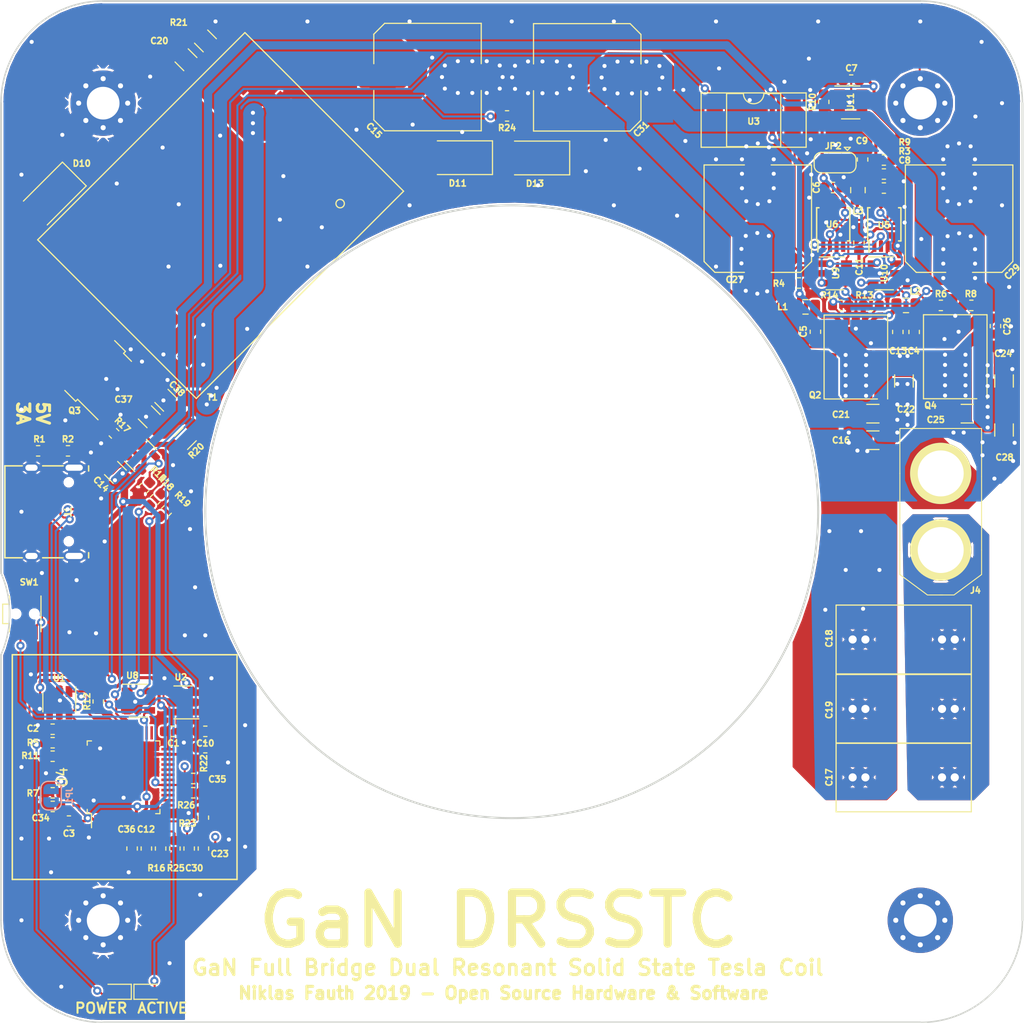
<source format=kicad_pcb>
(kicad_pcb (version 20171130) (host pcbnew "(5.0.1)-3")
  (layers (0 F.Cu signal) (31 B.Cu signal) (34 B.Paste user) (35 F.Paste user) (36 B.SilkS user) (37 F.SilkS user) (38 B.Mask user) (39 F.Mask user) (44 Edge.Cuts user))
  (net 0 "")
  (net 1 VPP)
  (net 2 "Net-(D10-Pad2)")
  (net 3 "Net-(D11-Pad2)")
  (net 4 +5V)
  (net 5 "Net-(R17-Pad2)")
  (net 6 SCL)
  (net 7 +3V3)
  (net 8 U_COIL)
  (net 9 U_OUT)
  (net 10 VBUS)
  (net 11 U_USB)
  (net 12 "Net-(C20-Pad2)")
  (net 13 "Net-(R19-Pad1)")
  (net 14 "Net-(R18-Pad1)")
  (net 15 "Net-(Q3-Pad1)")
  (net 16 SIG_B)
  (net 17 SIG_A)
  (net 18 PWM_AUDIO)
  (net 19 "Net-(R12-Pad1)")
  (net 20 "Net-(R11-Pad1)")
  (net 21 SDA)
  (net 22 INT_N)
  (net 23 GND)
  (net 24 I_OUT)
  (net 25 CC1)
  (net 26 CC2)
  (net 27 USB_DN)
  (net 28 SWCLK)
  (net 29 SWDIO)
  (net 30 USB_DP)
  (net 31 "Net-(U5-Pad2)")
  (net 32 "Net-(JP2-Pad2)")
  (net 33 "Net-(U5-Pad5)")
  (net 34 DAC)
  (net 35 COIL_B)
  (net 36 "Net-(C26-Pad1)")
  (net 37 "Net-(C26-Pad2)")
  (net 38 "Net-(C13-Pad2)")
  (net 39 "Net-(C13-Pad1)")
  (net 40 COIL_A)
  (net 41 "Net-(U4-Pad2)")
  (net 42 "Net-(U4-Pad3)")
  (net 43 "Net-(U4-Pad4)")
  (net 44 "Net-(U4-Pad5)")
  (net 45 "Net-(U4-Pad6)")
  (net 46 nRST)
  (net 47 "Net-(U4-Pad15)")
  (net 48 "Net-(U4-Pad16)")
  (net 49 "Net-(U4-Pad18)")
  (net 50 "Net-(U4-Pad19)")
  (net 51 "Net-(U4-Pad20)")
  (net 52 "Net-(U4-Pad26)")
  (net 53 "Net-(U4-Pad27)")
  (net 54 "Net-(U4-Pad28)")
  (net 55 TXD)
  (net 56 "Net-(U4-Pad40)")
  (net 57 "Net-(U4-Pad41)")
  (net 58 "Net-(U4-Pad42)")
  (net 59 RXD)
  (net 60 "Net-(U4-Pad45)")
  (net 61 "Net-(U4-Pad46)")
  (net 62 "Net-(C17-Pad2)")
  (net 63 "Net-(H1-Pad1)")
  (net 64 "Net-(C35-Pad1)")
  (net 65 "Net-(C34-Pad1)")
  (net 66 "Net-(FAULT1-Pad2)")
  (net 67 "Net-(PWR1-Pad2)")
  (net 68 "Net-(C4-Pad2)")
  (net 69 "Net-(C5-Pad1)")
  (net 70 "Net-(U6-Pad7)")
  (net 71 "Net-(U10-Pad6)")
  (net 72 "Net-(U10-Pad3)")
  (net 73 "Net-(R5-Pad1)")
  (net 74 "Net-(R10-Pad1)")
  (net 75 GNDD)
  (net 76 "Net-(R3-Pad1)")
  (net 77 "Net-(R4-Pad2)")
  (net 78 VCC)
  (net 79 BOOST)
  (module LED_SMD:LED_0603_1608Metric (layer F.Cu) (at 111.27 127 180)
    (fp_text reference PWR1 hide)
    (fp_text value PWR)
    (pad 2 smd roundrect (at 0.7875 0 180) (size 0.875 0.95) (layers F.Cu F.Paste F.Mask) (net 67 "Net-(PWR1-Pad2)"))
    (pad 1 smd roundrect (at -0.7875 0 180) (size 0.875 0.95) (layers F.Cu F.Paste F.Mask) (net 75 GNDD))
  )
  (module Capacitor_SMD:C_0603_1608Metric (layer F.Cu) (at 119.8173 112.976 270)
    (fp_text reference C23 (at 0.514 -1.5975) (layer F.SilkS) (effects (font (size 0.6 0.6))))
    (fp_text value 1n)
    (pad 2 smd roundrect (at 0.7875 0 270) (size 0.875 0.95) (layers F.Cu F.Paste F.Mask) (net 75 GNDD))
    (pad 1 smd roundrect (at -0.7875 0 270) (size 0.875 0.95) (layers F.Cu F.Paste F.Mask) (net 11 U_USB))
  )
  (module Resistor_SMD:R_0603_1608Metric (layer F.Cu) (at 119.8104 109.9512 90)
    (fp_text reference R23 (at -0.5588 -1.5494) (layer F.SilkS) (effects (font (size 0.6 0.6))))
    (fp_text value 5k1)
    (pad 1 smd roundrect (at -0.7875 0 90) (size 0.875 0.95) (layers F.Cu F.Paste F.Mask) (net 11 U_USB))
    (pad 2 smd roundrect (at 0.7875 0 90) (size 0.875 0.95) (layers F.Cu F.Paste F.Mask) (net 75 GNDD))
  )
  (module Package_TO_SOT_SMD:SOT-23-6 (layer F.Cu) (at 186.4772 56.662)
    (fp_text reference U10 (at 0 -0.02 90) (layer F.SilkS) (effects (font (size 0.6 0.6))))
    (fp_text value 74LVC1G11)
    (pad 5 smd rect (at 1.1 0) (size 1.06 0.65) (layers F.Cu F.Paste F.Mask) (net 78 VCC))
    (pad 6 smd rect (at 1.1 -0.95) (size 1.06 0.65) (layers F.Cu F.Paste F.Mask) (net 71 "Net-(U10-Pad6)"))
    (pad 4 smd rect (at 1.1 0.95) (size 1.06 0.65) (layers F.Cu F.Paste F.Mask) (net 16 SIG_B))
    (pad 3 smd rect (at -1.1 0.95) (size 1.06 0.65) (layers F.Cu F.Paste F.Mask) (net 72 "Net-(U10-Pad3)"))
    (pad 2 smd rect (at -1.1 0) (size 1.06 0.65) (layers F.Cu F.Paste F.Mask) (net 23 GND))
    (pad 1 smd rect (at -1.1 -0.95) (size 1.06 0.65) (layers F.Cu F.Paste F.Mask) (net 77 "Net-(R4-Pad2)"))
  )
  (module Resistor_SMD:R_0603_1608Metric (layer F.Cu) (at 109.51972 98.5774 90)
    (fp_text reference R12 (at 0 -1.1005 90) (layer F.SilkS) (effects (font (size 0.6 0.6))))
    (fp_text value 2k)
    (pad 1 smd roundrect (at -0.7875 0 90) (size 0.875 0.95) (layers F.Cu F.Paste F.Mask) (net 19 "Net-(R12-Pad1)"))
    (pad 2 smd roundrect (at 0.7875 0 90) (size 0.875 0.95) (layers F.Cu F.Paste F.Mask) (net 66 "Net-(FAULT1-Pad2)"))
  )
  (module Capacitor_SMD:C_0603_1608Metric (layer F.Cu) (at 105.0544 101.2952 180)
    (fp_text reference C2 (at 1.9304 0.0762) (layer F.SilkS) (effects (font (size 0.6 0.6))))
    (fp_text value 100n)
    (pad 1 smd roundrect (at -0.7875 0 180) (size 0.875 0.95) (layers F.Cu F.Paste F.Mask) (net 7 +3V3))
    (pad 2 smd roundrect (at 0.7875 0 180) (size 0.875 0.95) (layers F.Cu F.Paste F.Mask) (net 75 GNDD))
  )
  (module Capacitor_SMD:C_Elec_10x10.2 (layer F.Cu) (at 141.7556 37.445)
    (fp_text reference C15 (at -5.2306 5.227 -225) (layer F.SilkS) (effects (font (size 0.6 0.6))))
    (fp_text value 470u)
    (pad 2 smd roundrect (at 4.4 0) (size 4.6 2.1) (layers F.Cu F.Paste F.Mask) (roundrect_rratio 0.119048) (net 75 GNDD))
    (pad 1 smd roundrect (at -4.4 0) (size 4.6 2.1) (layers F.Cu F.Paste F.Mask) (roundrect_rratio 0.119048) (net 1 VPP))
  )
  (module "USB_C:USB-C 16Pin" (layer F.Cu) (at 108.077 80.01 270)
    (fp_text reference J1 (at 0 1.5 270) (layer F.SilkS) (effects (font (size 0.6 0.6))))
    (fp_text value USB_C_Receptacle_USB2.0)
    (pad S1 thru_hole oval (at -4.32 0.915 270) (size 1 2.1) (drill oval 0.6 1.7) (layers *.Cu *.Mask) (net 75 GNDD))
    (pad S1 thru_hole oval (at 4.32 0.915 270) (size 1 2.1) (drill oval 0.6 1.7) (layers *.Cu *.Mask) (net 75 GNDD))
    (pad S1 thru_hole oval (at -4.32 5.095 270) (size 1 1.6) (drill oval 0.6 1.2) (layers *.Cu *.Mask) (net 75 GNDD))
    (pad S1 thru_hole oval (at 4.32 5.095 270) (size 1 1.6) (drill oval 0.6 1.2) (layers *.Cu *.Mask) (net 75 GNDD))
    (pad "" np_thru_hole circle (at 2.89 1.445 270) (size 0.65 0.65) (drill 0.65) (layers *.Cu *.Mask))
    (pad "" np_thru_hole circle (at -2.89 1.445 270) (size 0.65 0.65) (drill 0.65) (layers *.Cu *.Mask))
    (pad B1 smd rect (at 3.2 0 270) (size 0.6 1.45) (layers F.Cu F.Paste F.Mask) (net 75 GNDD))
    (pad B4 smd rect (at 2.4 0 270) (size 0.6 1.45) (layers F.Cu F.Paste F.Mask) (net 4 +5V))
    (pad B5 smd rect (at 1.75 0 270) (size 0.3 1.45) (layers F.Cu F.Paste F.Mask) (net 26 CC2))
    (pad A8 smd rect (at 1.25 0 270) (size 0.3 1.45) (layers F.Cu F.Paste F.Mask))
    (pad B6 smd rect (at 0.75 0 270) (size 0.3 1.45) (layers F.Cu F.Paste F.Mask) (net 30 USB_DP))
    (pad A7 smd rect (at 0.25 0 270) (size 0.3 1.45) (layers F.Cu F.Paste F.Mask) (net 27 USB_DN))
    (pad A6 smd rect (at -0.25 0 270) (size 0.3 1.45) (layers F.Cu F.Paste F.Mask) (net 30 USB_DP))
    (pad B7 smd rect (at -0.75 0 270) (size 0.3 1.45) (layers F.Cu F.Paste F.Mask) (net 27 USB_DN))
    (pad A5 smd rect (at -1.25 0 270) (size 0.3 1.45) (layers F.Cu F.Paste F.Mask) (net 25 CC1))
    (pad B8 smd rect (at -1.75 0 270) (size 0.3 1.45) (layers F.Cu F.Paste F.Mask))
    (pad A4 smd rect (at -2.4 0 270) (size 0.6 1.45) (layers F.Cu F.Paste F.Mask) (net 4 +5V))
    (pad A1 smd rect (at -3.2 0 270) (size 0.6 1.45) (layers F.Cu F.Paste F.Mask) (net 75 GNDD))
  )
  (module Capacitor_SMD:C_0603_1608Metric (layer F.Cu) (at 183.9976 53.6448 90)
    (fp_text reference C11 (at -2.3622 0.0254 90) (layer F.SilkS) (effects (font (size 0.6 0.6))))
    (fp_text value 100n)
    (pad 1 smd roundrect (at -0.7875 0 90) (size 0.875 0.95) (layers F.Cu F.Paste F.Mask) (net 78 VCC))
    (pad 2 smd roundrect (at 0.7875 0 90) (size 0.875 0.95) (layers F.Cu F.Paste F.Mask) (net 23 GND))
  )
  (module Capacitor_SMD:C_0603_1608Metric (layer F.Cu) (at 181.4576 48.26)
    (fp_text reference C6 (at -1.6256 0 90) (layer F.SilkS) (effects (font (size 0.6 0.6))))
    (fp_text value 100n)
    (pad 2 smd roundrect (at 0.7875 0) (size 0.875 0.95) (layers F.Cu F.Paste F.Mask) (net 23 GND))
    (pad 1 smd roundrect (at -0.7875 0) (size 0.875 0.95) (layers F.Cu F.Paste F.Mask) (net 78 VCC))
  )
  (module Capacitor_SMD:C_0603_1608Metric (layer F.Cu) (at 186.436 48.3108)
    (fp_text reference C8 (at 2.032 -2.7178 180) (layer F.SilkS) (effects (font (size 0.6 0.6))))
    (fp_text value 100n)
    (pad 1 smd roundrect (at -0.7875 0) (size 0.875 0.95) (layers F.Cu F.Paste F.Mask) (net 78 VCC))
    (pad 2 smd roundrect (at 0.7875 0) (size 0.875 0.95) (layers F.Cu F.Paste F.Mask) (net 23 GND))
  )
  (module Resistor_SMD:R_0603_1608Metric (layer F.Cu) (at 182.2 59.8 180)
    (fp_text reference R14 (at 1.098 0.999 180) (layer F.SilkS) (effects (font (size 0.6 0.6))))
    (fp_text value 1k)
    (pad 2 smd roundrect (at 0.7875 0 180) (size 0.875 0.95) (layers F.Cu F.Paste F.Mask) (net 16 SIG_B))
    (pad 1 smd roundrect (at -0.7875 0 180) (size 0.875 0.95) (layers F.Cu F.Paste F.Mask) (net 23 GND))
  )
  (module Resistor_SMD:R_0603_1608Metric (layer F.Cu) (at 185.2 59.8)
    (fp_text reference R13 (at -0.669 -0.999) (layer F.SilkS) (effects (font (size 0.6 0.6))))
    (fp_text value 1k)
    (pad 1 smd roundrect (at -0.7875 0) (size 0.875 0.95) (layers F.Cu F.Paste F.Mask) (net 23 GND))
    (pad 2 smd roundrect (at 0.7875 0) (size 0.875 0.95) (layers F.Cu F.Paste F.Mask) (net 17 SIG_A))
  )
  (module Resistor_SMD:R_0603_1608Metric (layer F.Cu) (at 195 59.8)
    (fp_text reference R8 (at -0.055 -1.126) (layer F.SilkS) (effects (font (size 0.6 0.6))))
    (fp_text value 1k)
    (pad 2 smd roundrect (at 0.7875 0) (size 0.875 0.95) (layers F.Cu F.Paste F.Mask) (net 16 SIG_B))
    (pad 1 smd roundrect (at -0.7875 0) (size 0.875 0.95) (layers F.Cu F.Paste F.Mask) (net 23 GND))
  )
  (module Resistor_SMD:R_0603_1608Metric (layer F.Cu) (at 192.012499 59.8 180)
    (fp_text reference R6 (at -0.011501 1.126 180) (layer F.SilkS) (effects (font (size 0.6 0.6))))
    (fp_text value 1k)
    (pad 1 smd roundrect (at -0.7875 0 180) (size 0.875 0.95) (layers F.Cu F.Paste F.Mask) (net 23 GND))
    (pad 2 smd roundrect (at 0.7875 0 180) (size 0.875 0.95) (layers F.Cu F.Paste F.Mask) (net 17 SIG_A))
  )
  (module Capacitor_SMD:C_0603_1608Metric (layer F.Cu) (at 183.2356 37.7444 180)
    (fp_text reference C7 (at -0.0254 1.1684 180) (layer F.SilkS) (effects (font (size 0.6 0.6))))
    (fp_text value 100n)
    (pad 1 smd roundrect (at -0.7875 0 180) (size 0.875 0.95) (layers F.Cu F.Paste F.Mask) (net 4 +5V))
    (pad 2 smd roundrect (at 0.7875 0 180) (size 0.875 0.95) (layers F.Cu F.Paste F.Mask) (net 75 GNDD))
  )
  (module Capacitor_SMD:C_0603_1608Metric (layer F.Cu) (at 184.3532 45.5168 90)
    (fp_text reference C9 (at 1.8288 -0.0762 180) (layer F.SilkS) (effects (font (size 0.6 0.6))))
    (fp_text value 100n)
    (pad 2 smd roundrect (at 0.7875 0 90) (size 0.875 0.95) (layers F.Cu F.Paste F.Mask) (net 75 GNDD))
    (pad 1 smd roundrect (at -0.7875 0 90) (size 0.875 0.95) (layers F.Cu F.Paste F.Mask) (net 4 +5V))
  )
  (module Capacitor_SMD:C_0603_1608Metric (layer F.Cu) (at 120 101.5 180)
    (fp_text reference C10 (at 0 -1.1684 180) (layer F.SilkS) (effects (font (size 0.6 0.6))))
    (fp_text value 100n)
    (pad 2 smd roundrect (at 0.7875 0 180) (size 0.875 0.95) (layers F.Cu F.Paste F.Mask) (net 75 GNDD))
    (pad 1 smd roundrect (at -0.7875 0 180) (size 0.875 0.95) (layers F.Cu F.Paste F.Mask) (net 4 +5V))
  )
  (module Jumper:SolderJumper-3_P1.3mm_Open_RoundedPad1.0x1.5mm (layer F.Cu) (at 181.6608 45.8216 180)
    (fp_text reference JP2 (at 0.1778 1.6256 180) (layer F.SilkS) (effects (font (size 0.6 0.6))))
    (fp_text value Jumper_NC_Dual)
    (pad 1 smd custom (at -1.3 0 180) (size 1 0.5) (layers F.Cu F.Mask) (net 23 GND) (options (clearance outline) (anchor rect)) (primitives (gr_circle (center 0 0.25) (end 0.5 0.25) (width 0)) (gr_circle (center 0 -0.25) (end 0.5 -0.25) (width 0)) (gr_poly (pts (xy 0.55 -0.75) (xy 0 -0.75) (xy 0 0.75) (xy 0.55 0.75)) (width 0))))
    (pad 3 smd custom (at 1.3 0 180) (size 1 0.5) (layers F.Cu F.Mask) (net 78 VCC) (options (clearance outline) (anchor rect)) (primitives (gr_circle (center 0 0.25) (end 0.5 0.25) (width 0)) (gr_circle (center 0 -0.25) (end 0.5 -0.25) (width 0)) (gr_poly (pts (xy -0.55 -0.75) (xy 0 -0.75) (xy 0 0.75) (xy -0.55 0.75)) (width 0))))
    (pad 2 smd rect (at 0 0 180) (size 1 1.5) (layers F.Cu F.Mask) (net 32 "Net-(JP2-Pad2)"))
  )
  (module Package_DIP:DIP-4_W7.62mm_SMDSocket_SmallPads (layer F.Cu) (at 173.6852 41.656)
    (fp_text reference U3 (at 0 0.127) (layer F.SilkS) (effects (font (size 0.6 0.6))))
    (fp_text value SFH617A-1)
    (pad 1 smd rect (at -3.81 -1.27) (size 1.6 1.6) (layers F.Cu F.Paste F.Mask) (net 73 "Net-(R5-Pad1)"))
    (pad 3 smd rect (at 3.81 1.27) (size 1.6 1.6) (layers F.Cu F.Paste F.Mask) (net 77 "Net-(R4-Pad2)"))
    (pad 2 smd rect (at -3.81 1.27) (size 1.6 1.6) (layers F.Cu F.Paste F.Mask) (net 75 GNDD))
    (pad 4 smd rect (at 3.81 -1.27) (size 1.6 1.6) (layers F.Cu F.Paste F.Mask) (net 78 VCC))
  )
  (module Package_SO:TSSOP-8_3x3mm_P0.65mm (layer F.Cu) (at 186.4772 51.862 90)
    (fp_text reference U5 (at -0.081 -0.0412 180) (layer F.SilkS) (effects (font (size 0.6 0.6))))
    (fp_text value 74LVC3G14)
    (pad 1 smd rect (at -2.15 -0.975 90) (size 1.1 0.4) (layers F.Cu F.Paste F.Mask) (net 17 SIG_A))
    (pad 2 smd rect (at -2.15 -0.325 90) (size 1.1 0.4) (layers F.Cu F.Paste F.Mask) (net 31 "Net-(U5-Pad2)"))
    (pad 3 smd rect (at -2.15 0.325 90) (size 1.1 0.4) (layers F.Cu F.Paste F.Mask) (net 16 SIG_B))
    (pad 4 smd rect (at -2.15 0.975 90) (size 1.1 0.4) (layers F.Cu F.Paste F.Mask) (net 23 GND))
    (pad 5 smd rect (at 2.15 0.975 90) (size 1.1 0.4) (layers F.Cu F.Paste F.Mask) (net 33 "Net-(U5-Pad5)"))
    (pad 6 smd rect (at 2.15 0.325 90) (size 1.1 0.4) (layers F.Cu F.Paste F.Mask) (net 32 "Net-(JP2-Pad2)"))
    (pad 7 smd rect (at 2.15 -0.325 90) (size 1.1 0.4) (layers F.Cu F.Paste F.Mask) (net 72 "Net-(U10-Pad3)"))
    (pad 8 smd rect (at 2.15 -0.975 90) (size 1.1 0.4) (layers F.Cu F.Paste F.Mask) (net 78 VCC))
  )
  (module Package_SO:TSSOP-8_3x3mm_P0.65mm (layer F.Cu) (at 181.4772 51.862 90)
    (fp_text reference U6 (at 0 -0.1212 180) (layer F.SilkS) (effects (font (size 0.6 0.6))))
    (fp_text value 74LVC2G86)
    (pad 1 smd rect (at -2.15 -0.975 90) (size 1.1 0.4) (layers F.Cu F.Paste F.Mask) (net 31 "Net-(U5-Pad2)"))
    (pad 2 smd rect (at -2.15 -0.325 90) (size 1.1 0.4) (layers F.Cu F.Paste F.Mask) (net 76 "Net-(R3-Pad1)"))
    (pad 3 smd rect (at -2.15 0.325 90) (size 1.1 0.4) (layers F.Cu F.Paste F.Mask) (net 71 "Net-(U10-Pad6)"))
    (pad 4 smd rect (at -2.15 0.975 90) (size 1.1 0.4) (layers F.Cu F.Paste F.Mask) (net 23 GND))
    (pad 5 smd rect (at 2.15 0.975 90) (size 1.1 0.4) (layers F.Cu F.Paste F.Mask) (net 76 "Net-(R3-Pad1)"))
    (pad 6 smd rect (at 2.15 0.325 90) (size 1.1 0.4) (layers F.Cu F.Paste F.Mask) (net 32 "Net-(JP2-Pad2)"))
    (pad 7 smd rect (at 2.15 -0.325 90) (size 1.1 0.4) (layers F.Cu F.Paste F.Mask) (net 70 "Net-(U6-Pad7)"))
    (pad 8 smd rect (at 2.15 -0.975 90) (size 1.1 0.4) (layers F.Cu F.Paste F.Mask) (net 78 VCC))
  )
  (module Package_TO_SOT_SMD:SOT-23-6 (layer F.Cu) (at 181.6772 56.662)
    (fp_text reference U9 (at 0.0598 -0.02 90) (layer F.SilkS) (effects (font (size 0.6 0.6))))
    (fp_text value 74LVC1G11)
    (pad 1 smd rect (at -1.1 -0.95) (size 1.06 0.65) (layers F.Cu F.Paste F.Mask) (net 77 "Net-(R4-Pad2)"))
    (pad 2 smd rect (at -1.1 0) (size 1.06 0.65) (layers F.Cu F.Paste F.Mask) (net 23 GND))
    (pad 3 smd rect (at -1.1 0.95) (size 1.06 0.65) (layers F.Cu F.Paste F.Mask) (net 33 "Net-(U5-Pad5)"))
    (pad 4 smd rect (at 1.1 0.95) (size 1.06 0.65) (layers F.Cu F.Paste F.Mask) (net 17 SIG_A))
    (pad 6 smd rect (at 1.1 -0.95) (size 1.06 0.65) (layers F.Cu F.Paste F.Mask) (net 70 "Net-(U6-Pad7)"))
    (pad 5 smd rect (at 1.1 0) (size 1.06 0.65) (layers F.Cu F.Paste F.Mask) (net 78 VCC))
  )
  (module Package_TO_SOT_SMD:SOT-23-6 (layer F.Cu) (at 183.1848 39.9288)
    (fp_text reference U11 (at 0 -0.0508 90) (layer F.SilkS) (effects (font (size 0.6 0.6))))
    (fp_text value USBLC6-4SC6)
    (pad 1 smd rect (at -1.1 -0.95) (size 1.06 0.65) (layers F.Cu F.Paste F.Mask) (net 63 "Net-(H1-Pad1)"))
    (pad 2 smd rect (at -1.1 0) (size 1.06 0.65) (layers F.Cu F.Paste F.Mask) (net 75 GNDD))
    (pad 3 smd rect (at -1.1 0.95) (size 1.06 0.65) (layers F.Cu F.Paste F.Mask) (net 74 "Net-(R10-Pad1)"))
    (pad 4 smd rect (at 1.1 0.95) (size 1.06 0.65) (layers F.Cu F.Paste F.Mask) (net 74 "Net-(R10-Pad1)"))
    (pad 6 smd rect (at 1.1 -0.95) (size 1.06 0.65) (layers F.Cu F.Paste F.Mask) (net 63 "Net-(H1-Pad1)"))
    (pad 5 smd rect (at 1.1 0) (size 1.06 0.65) (layers F.Cu F.Paste F.Mask) (net 4 +5V))
  )
  (module Resistor_SMD:R_0603_1608Metric (layer F.Cu) (at 186.436 46.9392)
    (fp_text reference R3 (at 2.032 -2.2352) (layer F.SilkS) (effects (font (size 0.6 0.6))))
    (fp_text value 120)
    (pad 1 smd roundrect (at -0.7875 0) (size 0.875 0.95) (layers F.Cu F.Paste F.Mask) (net 76 "Net-(R3-Pad1)"))
    (pad 2 smd roundrect (at 0.7875 0) (size 0.875 0.95) (layers F.Cu F.Paste F.Mask) (net 74 "Net-(R10-Pad1)"))
  )
  (module Resistor_SMD:R_0603_1608Metric (layer F.Cu) (at 105.0544 103.9368)
    (fp_text reference R5 (at -1.9304 -1.3208) (layer F.SilkS) (effects (font (size 0.6 0.6))))
    (fp_text value 120)
    (pad 2 smd roundrect (at 0.7875 0) (size 0.875 0.95) (layers F.Cu F.Paste F.Mask) (net 18 PWM_AUDIO))
    (pad 1 smd roundrect (at -0.7875 0) (size 0.875 0.95) (layers F.Cu F.Paste F.Mask) (net 73 "Net-(R5-Pad1)"))
  )
  (module Resistor_SMD:R_0603_1608Metric (layer F.Cu) (at 186.436 45.5676)
    (fp_text reference R9 (at 2.032 -1.7526) (layer F.SilkS) (effects (font (size 0.6 0.6))))
    (fp_text value 470k)
    (pad 2 smd roundrect (at 0.7875 0) (size 0.875 0.95) (layers F.Cu F.Paste F.Mask) (net 74 "Net-(R10-Pad1)"))
    (pad 1 smd roundrect (at -0.7875 0) (size 0.875 0.95) (layers F.Cu F.Paste F.Mask) (net 4 +5V))
  )
  (module Resistor_SMD:R_0603_1608Metric (layer F.Cu) (at 180.5432 39.878 90)
    (fp_text reference R10 (at 0 -1.0922 270) (layer F.SilkS) (effects (font (size 0.6 0.6))))
    (fp_text value 120)
    (pad 2 smd roundrect (at 0.7875 0 90) (size 0.875 0.95) (layers F.Cu F.Paste F.Mask) (net 63 "Net-(H1-Pad1)"))
    (pad 1 smd roundrect (at -0.7875 0 90) (size 0.875 0.95) (layers F.Cu F.Paste F.Mask) (net 74 "Net-(R10-Pad1)"))
  )
  (module Resistor_SMD:R_0603_1608Metric (layer F.Cu) (at 149.5425 41.2496 180)
    (fp_text reference R24 (at 0 -1.1684 180) (layer F.SilkS) (effects (font (size 0.6 0.6))))
    (fp_text value 100k)
    (pad 1 smd roundrect (at -0.7875 0 180) (size 0.875 0.95) (layers F.Cu F.Paste F.Mask) (net 10 VBUS))
    (pad 2 smd roundrect (at 0.7875 0 180) (size 0.875 0.95) (layers F.Cu F.Paste F.Mask) (net 9 U_OUT))
  )
  (module pcbtc:XT60 (layer F.Cu) (at 192 83.75 90)
    (fp_text reference J4 (at -3.95 3.4 180) (layer F.SilkS) (effects (font (size 0.6 0.6))))
    (fp_text value XT60)
    (pad 2 thru_hole circle (at 7.5 0 90) (size 6 6) (drill 4.5) (layers *.Cu *.Mask F.SilkS) (net 35 COIL_B))
    (pad 1 thru_hole circle (at 0 0 90) (size 6 6) (drill 4.5) (layers *.Cu *.Mask F.SilkS) (net 40 COIL_A))
  )
  (module Diode_SMD:D_SMA (layer F.Cu) (at 152.273 45.3644 180)
    (fp_text reference D13 (at 0 -2.5 180) (layer F.SilkS) (effects (font (size 0.6 0.6))))
    (fp_text value SS310)
    (pad 1 smd rect (at -2 0 180) (size 2.5 1.8) (layers F.Cu F.Paste F.Mask) (net 10 VBUS))
    (pad 2 smd rect (at 2 0 180) (size 2.5 1.8) (layers F.Cu F.Paste F.Mask) (net 3 "Net-(D11-Pad2)"))
  )
  (module Inductor_SMD:L_0805_2012Metric (layer F.Cu) (at 183.896 48.514 270)
    (fp_text reference L3 (at 2.032 0) (layer F.SilkS) (effects (font (size 0.6 0.6))))
    (fp_text value "CBW201209U600T ")
    (pad 1 smd roundrect (at -0.9375 0 270) (size 0.975 1.4) (layers F.Cu F.Paste F.Mask) (net 4 +5V))
    (pad 2 smd roundrect (at 0.9375 0 270) (size 0.975 1.4) (layers F.Cu F.Paste F.Mask) (net 78 VCC))
  )
  (module Inductor_SMD:L_0805_2012Metric (layer F.Cu) (at 178.7652 59.944 180)
    (fp_text reference L1 (at 2.2352 0) (layer F.SilkS) (effects (font (size 0.6 0.6))))
    (fp_text value "CBW201209U600T ")
    (pad 1 smd roundrect (at -0.937501 0 180) (size 0.975 1.4) (layers F.Cu F.Paste F.Mask) (net 69 "Net-(C5-Pad1)"))
    (pad 2 smd roundrect (at 0.937501 0 180) (size 0.975 1.4) (layers F.Cu F.Paste F.Mask) (net 4 +5V))
  )
  (module Inductor_SMD:L_0805_2012Metric (layer F.Cu) (at 188.6 59.8 180)
    (fp_text reference L2 (at -0.884 1.38 180) (layer F.SilkS) (effects (font (size 0.6 0.6))))
    (fp_text value "CBW201209U600T ")
    (pad 2 smd roundrect (at 0.9375 0 180) (size 0.975 1.4) (layers F.Cu F.Paste F.Mask) (net 4 +5V))
    (pad 1 smd roundrect (at -0.9375 0 180) (size 0.975 1.4) (layers F.Cu F.Paste F.Mask) (net 68 "Net-(C4-Pad2)"))
  )
  (module Resistor_SMD:R_0603_1608Metric (layer F.Cu) (at 120 103.1 180)
    (fp_text reference R22 (at 0.1375 -1.537 -90) (layer F.SilkS) (effects (font (size 0.6 0.6))))
    (fp_text value 5k1)
    (pad 2 smd roundrect (at 0.7875 0 180) (size 0.875 0.95) (layers F.Cu F.Paste F.Mask) (net 11 U_USB))
    (pad 1 smd roundrect (at -0.7875 0 180) (size 0.875 0.95) (layers F.Cu F.Paste F.Mask) (net 4 +5V))
  )
  (module Capacitor_SMD:C_Elec_10x10.2 (layer F.Cu) (at 174.0916 51.308 90)
    (fp_text reference C27 (at -5.969 -2.2606) (layer F.SilkS) (effects (font (size 0.6 0.6))))
    (fp_text value 220u)
    (pad 1 smd roundrect (at -4.4 0 90) (size 4.6 2.1) (layers F.Cu F.Paste F.Mask) (roundrect_rratio 0.119048) (net 10 VBUS))
    (pad 2 smd roundrect (at 4.4 0 90) (size 4.6 2.1) (layers F.Cu F.Paste F.Mask) (roundrect_rratio 0.119048) (net 75 GNDD))
  )
  (module Capacitor_SMD:C_Elec_10x10.2 (layer F.Cu) (at 157.3929 37.4708 180)
    (fp_text reference C31 (at -5.2941 -5.0742 -135) (layer F.SilkS) (effects (font (size 0.6 0.6))))
    (fp_text value 220u)
    (pad 1 smd roundrect (at -4.4 0 180) (size 4.6 2.1) (layers F.Cu F.Paste F.Mask) (roundrect_rratio 0.119048) (net 10 VBUS))
    (pad 2 smd roundrect (at 4.4 0 180) (size 4.6 2.1) (layers F.Cu F.Paste F.Mask) (roundrect_rratio 0.119048) (net 75 GNDD))
  )
  (module Capacitor_SMD:C_Elec_10x10.2 (layer F.Cu) (at 193.802 51.308 90)
    (fp_text reference C29 (at -5.207 5.207 225) (layer F.SilkS) (effects (font (size 0.6 0.6))))
    (fp_text value 220u)
    (pad 1 smd roundrect (at -4.4 0 90) (size 4.6 2.1) (layers F.Cu F.Paste F.Mask) (roundrect_rratio 0.119048) (net 10 VBUS))
    (pad 2 smd roundrect (at 4.4 0 90) (size 4.6 2.1) (layers F.Cu F.Paste F.Mask) (roundrect_rratio 0.119048) (net 75 GNDD))
  )
  (module pcbtc:SignalCommunications-WE-FB3751_EFD20 (layer F.Cu) (at 121.5 51 225)
    (fp_text reference T1 (at 13.152186 -12.020815) (layer F.SilkS) (effects (font (size 0.6 0.6))))
    (fp_text value Transformer_1P_1S_0 hide)
    (pad 1 smd rect (at -11.3284 -7.49808 225) (size 2.91846 1.51892) (layers F.Cu F.Paste F.Mask) (net 3 "Net-(D11-Pad2)"))
    (pad 2 smd rect (at -11.3284 -3.74904 225) (size 2.91846 1.51892) (layers F.Cu F.Paste F.Mask))
    (pad 3 smd rect (at -11.328399 0 225) (size 2.91846 1.51892) (layers F.Cu F.Paste F.Mask))
    (pad 4 smd rect (at -11.3284 3.74904 225) (size 2.91846 1.51892) (layers F.Cu F.Paste F.Mask) (net 1 VPP))
    (pad 5 smd rect (at -11.3284 7.49808 225) (size 2.91846 1.51892) (layers F.Cu F.Paste F.Mask) (net 1 VPP))
    (pad 6 smd rect (at 11.3284 7.49808 225) (size 2.91846 1.51892) (layers F.Cu F.Paste F.Mask) (net 2 "Net-(D10-Pad2)"))
    (pad 7 smd rect (at 11.3284 3.74904 225) (size 2.91846 1.51892) (layers F.Cu F.Paste F.Mask) (net 2 "Net-(D10-Pad2)"))
    (pad 8 smd rect (at 11.328399 0 225) (size 2.91846 1.51892) (layers F.Cu F.Paste F.Mask))
    (pad 9 smd rect (at 11.3284 -3.74904 225) (size 2.91846 1.51892) (layers F.Cu F.Paste F.Mask))
    (pad 10 smd rect (at 11.3284 -7.49808 225) (size 2.91846 1.51892) (layers F.Cu F.Paste F.Mask) (net 75 GNDD))
  )
  (module Capacitor_THT:C_Rect_L13.0mm_W6.5mm_P7.50mm_P10.00mm (layer F.Cu) (at 193.3768 92.5088 180)
    (fp_text reference C18 (at 12.3 0.1 -90) (layer F.SilkS) (effects (font (size 0.6 0.6))))
    (fp_text value 47nF)
    (pad 1 thru_hole circle (at 1.25 0 180) (size 1.6 1.6) (drill 0.8) (layers *.Cu *.Mask) (net 40 COIL_A))
    (pad 2 thru_hole circle (at 8.75 0 180) (size 1.6 1.6) (drill 0.8) (layers *.Cu *.Mask) (net 62 "Net-(C17-Pad2)"))
    (pad 1 thru_hole circle (at 0 0 180) (size 1.6 1.6) (drill 0.8) (layers *.Cu *.Mask) (net 40 COIL_A))
    (pad 2 thru_hole circle (at 10 0 180) (size 1.6 1.6) (drill 0.8) (layers *.Cu *.Mask) (net 62 "Net-(C17-Pad2)"))
  )
  (module Capacitor_THT:C_Rect_L13.0mm_W6.5mm_P7.50mm_P10.00mm (layer F.Cu) (at 193.376801 106.0088 180)
    (fp_text reference C17 (at 12.300001 0 -90) (layer F.SilkS) (effects (font (size 0.6 0.6))))
    (fp_text value 47nF)
    (pad 2 thru_hole circle (at 10 0 180) (size 1.6 1.6) (drill 0.8) (layers *.Cu *.Mask) (net 62 "Net-(C17-Pad2)"))
    (pad 1 thru_hole circle (at 0 0 180) (size 1.6 1.6) (drill 0.8) (layers *.Cu *.Mask) (net 40 COIL_A))
    (pad 2 thru_hole circle (at 8.75 0 180) (size 1.6 1.6) (drill 0.8) (layers *.Cu *.Mask) (net 62 "Net-(C17-Pad2)"))
    (pad 1 thru_hole circle (at 1.25 0 180) (size 1.6 1.6) (drill 0.8) (layers *.Cu *.Mask) (net 40 COIL_A))
  )
  (module Capacitor_THT:C_Rect_L13.0mm_W6.5mm_P7.50mm_P10.00mm (layer F.Cu) (at 193.3768 99.3088 180)
    (fp_text reference C19 (at 12.3 -0.1 -90) (layer F.SilkS) (effects (font (size 0.6 0.6))))
    (fp_text value 47nF)
    (pad 2 thru_hole circle (at 10 0 180) (size 1.6 1.6) (drill 0.8) (layers *.Cu *.Mask) (net 62 "Net-(C17-Pad2)"))
    (pad 1 thru_hole circle (at 0 0 180) (size 1.6 1.6) (drill 0.8) (layers *.Cu *.Mask) (net 40 COIL_A))
    (pad 2 thru_hole circle (at 8.75 0 180) (size 1.6 1.6) (drill 0.8) (layers *.Cu *.Mask) (net 62 "Net-(C17-Pad2)"))
    (pad 1 thru_hole circle (at 1.25 0 180) (size 1.6 1.6) (drill 0.8) (layers *.Cu *.Mask) (net 40 COIL_A))
  )
  (module Resistor_SMD:R_1206_3216Metric (layer F.Cu) (at 120.015 33.909 135)
    (fp_text reference R21 (at 3.12824 -0.569928 180) (layer F.SilkS) (effects (font (size 0.6 0.6))))
    (fp_text value 47k)
    (pad 1 smd roundrect (at -1.399999 0 135) (size 1.25 1.75) (layers F.Cu F.Paste F.Mask) (roundrect_rratio 0.2) (net 1 VPP))
    (pad 2 smd roundrect (at 1.399999 0 135) (size 1.25 1.75) (layers F.Cu F.Paste F.Mask) (roundrect_rratio 0.2) (net 12 "Net-(C20-Pad2)"))
  )
  (module Capacitor_SMD:C_1206_3216Metric (layer F.Cu) (at 116.13176 69.086276 135)
    (fp_text reference C38 (at 0.036795 1.577213 315) (layer F.SilkS) (effects (font (size 0.6 0.6))))
    (fp_text value 10u)
    (pad 2 smd roundrect (at 1.399999 0 135) (size 1.25 1.75) (layers F.Cu F.Paste F.Mask) (roundrect_rratio 0.2) (net 75 GNDD))
    (pad 1 smd roundrect (at -1.399999 0 135) (size 1.25 1.75) (layers F.Cu F.Paste F.Mask) (roundrect_rratio 0.2) (net 1 VPP))
  )
  (module Capacitor_SMD:C_1206_3216Metric (layer F.Cu) (at 114.512486 70.705551 135)
    (fp_text reference C37 (at 2.982603 -0.570589 180) (layer F.SilkS) (effects (font (size 0.6 0.6))))
    (fp_text value 10u)
    (pad 1 smd roundrect (at -1.399999 0 135) (size 1.25 1.75) (layers F.Cu F.Paste F.Mask) (roundrect_rratio 0.2) (net 1 VPP))
    (pad 2 smd roundrect (at 1.399999 0 135) (size 1.25 1.75) (layers F.Cu F.Paste F.Mask) (roundrect_rratio 0.2) (net 75 GNDD))
  )
  (module Capacitor_SMD:C_0603_1608Metric (layer F.Cu) (at 103.632 74.041 180)
    (fp_text reference R1 (at -0.127 1.143 180) (layer F.SilkS) (effects (font (size 0.6 0.6))))
    (fp_text value 5k1)
    (pad 2 smd roundrect (at 0.7875 0 180) (size 0.875 0.95) (layers F.Cu F.Paste F.Mask) (net 75 GNDD))
    (pad 1 smd roundrect (at -0.7875 0 180) (size 0.875 0.95) (layers F.Cu F.Paste F.Mask) (net 26 CC2))
  )
  (module Capacitor_SMD:C_0603_1608Metric (layer F.Cu) (at 106.553 74.041)
    (fp_text reference R2 (at 0 -1.143) (layer F.SilkS) (effects (font (size 0.6 0.6))))
    (fp_text value 5k1)
    (pad 1 smd roundrect (at -0.7875 0) (size 0.875 0.95) (layers F.Cu F.Paste F.Mask) (net 25 CC1))
    (pad 2 smd roundrect (at 0.7875 0) (size 0.875 0.95) (layers F.Cu F.Paste F.Mask) (net 75 GNDD))
  )
  (module Capacitor_SMD:C_0603_1608Metric (layer F.Cu) (at 118.4203 112.976 270)
    (fp_text reference C30 (at 1.914 -0.4945) (layer F.SilkS) (effects (font (size 0.6 0.6))))
    (fp_text value 1n)
    (pad 1 smd roundrect (at -0.7875 0 270) (size 0.875 0.95) (layers F.Cu F.Paste F.Mask) (net 9 U_OUT))
    (pad 2 smd roundrect (at 0.7875 0 270) (size 0.875 0.95) (layers F.Cu F.Paste F.Mask) (net 75 GNDD))
  )
  (module Capacitor_SMD:C_0603_1608Metric (layer F.Cu) (at 118.814 106.118)
    (fp_text reference C35 (at 2.368 0.074) (layer F.SilkS) (effects (font (size 0.6 0.6))))
    (fp_text value 1n)
    (pad 1 smd roundrect (at -0.7875 0) (size 0.875 0.95) (layers F.Cu F.Paste F.Mask) (net 64 "Net-(C35-Pad1)"))
    (pad 2 smd roundrect (at 0.7875 0) (size 0.875 0.95) (layers F.Cu F.Paste F.Mask) (net 75 GNDD))
  )
  (module Capacitor_SMD:C_0603_1608Metric (layer F.Cu) (at 105.0613 108.8539 180)
    (fp_text reference C34 (at 1.1753 -1.1281 180) (layer F.SilkS) (effects (font (size 0.6 0.6))))
    (fp_text value 1n)
    (pad 1 smd roundrect (at -0.7875 0 180) (size 0.875 0.95) (layers F.Cu F.Paste F.Mask) (net 65 "Net-(C34-Pad1)"))
    (pad 2 smd roundrect (at 0.7875 0 180) (size 0.875 0.95) (layers F.Cu F.Paste F.Mask) (net 75 GNDD))
  )
  (module Capacitor_SMD:C_0603_1608Metric (layer F.Cu) (at 112.8323 112.976 270)
    (fp_text reference C36 (at -1.886 0.5403) (layer F.SilkS) (effects (font (size 0.6 0.6))))
    (fp_text value 100n)
    (pad 2 smd roundrect (at 0.7875 0 270) (size 0.875 0.95) (layers F.Cu F.Paste F.Mask) (net 75 GNDD))
    (pad 1 smd roundrect (at -0.7875 0 270) (size 0.875 0.95) (layers F.Cu F.Paste F.Mask) (net 46 nRST))
  )
  (module Resistor_SMD:R_0603_1608Metric (layer F.Cu) (at 118.814 107.515)
    (fp_text reference R26 (at -0.68 1.217) (layer F.SilkS) (effects (font (size 0.6 0.6))))
    (fp_text value 2k)
    (pad 2 smd roundrect (at 0.7875 0) (size 0.875 0.95) (layers F.Cu F.Paste F.Mask) (net 75 GNDD))
    (pad 1 smd roundrect (at -0.7875 0) (size 0.875 0.95) (layers F.Cu F.Paste F.Mask) (net 64 "Net-(C35-Pad1)"))
  )
  (module MountingHole:MountingHole_3.2mm_M3_Pad_Via (layer F.Cu) (at 190 40)
    (fp_text reference H1 hide)
    (fp_text value B)
    (pad 1 thru_hole circle (at 1.697056 -1.697056) (size 0.8 0.8) (drill 0.5) (layers *.Cu *.Mask) (net 63 "Net-(H1-Pad1)"))
    (pad 1 thru_hole circle (at 0 -2.4) (size 0.8 0.8) (drill 0.5) (layers *.Cu *.Mask) (net 63 "Net-(H1-Pad1)"))
    (pad 1 thru_hole circle (at -1.697056 -1.697056) (size 0.8 0.8) (drill 0.5) (layers *.Cu *.Mask) (net 63 "Net-(H1-Pad1)"))
    (pad 1 thru_hole circle (at -2.4 0) (size 0.8 0.8) (drill 0.5) (layers *.Cu *.Mask) (net 63 "Net-(H1-Pad1)"))
    (pad 1 thru_hole circle (at -1.697056 1.697056) (size 0.8 0.8) (drill 0.5) (layers *.Cu *.Mask) (net 63 "Net-(H1-Pad1)"))
    (pad 1 thru_hole circle (at 0 2.4) (size 0.8 0.8) (drill 0.5) (layers *.Cu *.Mask) (net 63 "Net-(H1-Pad1)"))
    (pad 1 thru_hole circle (at 1.697056 1.697056) (size 0.8 0.8) (drill 0.5) (layers *.Cu *.Mask) (net 63 "Net-(H1-Pad1)"))
    (pad 1 thru_hole circle (at 2.4 0) (size 0.8 0.8) (drill 0.5) (layers *.Cu *.Mask) (net 63 "Net-(H1-Pad1)"))
    (pad 1 thru_hole circle (at 0 0) (size 6.4 6.4) (drill 3.2) (layers *.Cu *.Mask) (net 63 "Net-(H1-Pad1)"))
  )
  (module MountingHole:MountingHole_3.2mm_M3_Pad_Via (layer F.Cu) (at 110 120)
    (fp_text reference H2 hide)
    (fp_text value A)
    (pad 1 thru_hole circle (at 0 0) (size 6.4 6.4) (drill 3.2) (layers *.Cu *.Mask) (net 75 GNDD))
    (pad 1 thru_hole circle (at 2.4 0) (size 0.8 0.8) (drill 0.5) (layers *.Cu *.Mask) (net 75 GNDD))
    (pad 1 thru_hole circle (at 1.697056 1.697056) (size 0.8 0.8) (drill 0.5) (layers *.Cu *.Mask) (net 75 GNDD))
    (pad 1 thru_hole circle (at 0 2.4) (size 0.8 0.8) (drill 0.5) (layers *.Cu *.Mask) (net 75 GNDD))
    (pad 1 thru_hole circle (at -1.697056 1.697056) (size 0.8 0.8) (drill 0.5) (layers *.Cu *.Mask) (net 75 GNDD))
    (pad 1 thru_hole circle (at -2.4 0) (size 0.8 0.8) (drill 0.5) (layers *.Cu *.Mask) (net 75 GNDD))
    (pad 1 thru_hole circle (at -1.697056 -1.697056) (size 0.8 0.8) (drill 0.5) (layers *.Cu *.Mask) (net 75 GNDD))
    (pad 1 thru_hole circle (at 0 -2.4) (size 0.8 0.8) (drill 0.5) (layers *.Cu *.Mask) (net 75 GNDD))
    (pad 1 thru_hole circle (at 1.697056 -1.697056) (size 0.8 0.8) (drill 0.5) (layers *.Cu *.Mask) (net 75 GNDD))
  )
  (module MountingHole:MountingHole_3.2mm_M3_Pad_Via (layer F.Cu) (at 190 120)
    (fp_text reference H4 hide)
    (fp_text value B)
    (pad 1 thru_hole circle (at 1.697056 -1.697056) (size 0.8 0.8) (drill 0.5) (layers *.Cu *.Mask) (net 75 GNDD))
    (pad 1 thru_hole circle (at 0 -2.4) (size 0.8 0.8) (drill 0.5) (layers *.Cu *.Mask) (net 75 GNDD))
    (pad 1 thru_hole circle (at -1.697056 -1.697056) (size 0.8 0.8) (drill 0.5) (layers *.Cu *.Mask) (net 75 GNDD))
    (pad 1 thru_hole circle (at -2.4 0) (size 0.8 0.8) (drill 0.5) (layers *.Cu *.Mask) (net 75 GNDD))
    (pad 1 thru_hole circle (at -1.697056 1.697056) (size 0.8 0.8) (drill 0.5) (layers *.Cu *.Mask) (net 75 GNDD))
    (pad 1 thru_hole circle (at 0 2.4) (size 0.8 0.8) (drill 0.5) (layers *.Cu *.Mask) (net 75 GNDD))
    (pad 1 thru_hole circle (at 1.697056 1.697056) (size 0.8 0.8) (drill 0.5) (layers *.Cu *.Mask) (net 75 GNDD))
    (pad 1 thru_hole circle (at 2.4 0) (size 0.8 0.8) (drill 0.5) (layers *.Cu *.Mask) (net 75 GNDD))
    (pad 1 thru_hole circle (at 0 0) (size 6.4 6.4) (drill 3.2) (layers *.Cu *.Mask) (net 75 GNDD))
  )
  (module MountingHole:MountingHole_3.2mm_M3_Pad_Via (layer F.Cu) (at 110 40)
    (fp_text reference H3 hide)
    (fp_text value A)
    (pad 1 thru_hole circle (at 0 0) (size 6.4 6.4) (drill 3.2) (layers *.Cu *.Mask) (net 75 GNDD))
    (pad 1 thru_hole circle (at 2.4 0) (size 0.8 0.8) (drill 0.5) (layers *.Cu *.Mask) (net 75 GNDD))
    (pad 1 thru_hole circle (at 1.697056 1.697056) (size 0.8 0.8) (drill 0.5) (layers *.Cu *.Mask) (net 75 GNDD))
    (pad 1 thru_hole circle (at 0 2.4) (size 0.8 0.8) (drill 0.5) (layers *.Cu *.Mask) (net 75 GNDD))
    (pad 1 thru_hole circle (at -1.697056 1.697056) (size 0.8 0.8) (drill 0.5) (layers *.Cu *.Mask) (net 75 GNDD))
    (pad 1 thru_hole circle (at -2.4 0) (size 0.8 0.8) (drill 0.5) (layers *.Cu *.Mask) (net 75 GNDD))
    (pad 1 thru_hole circle (at -1.697056 -1.697056) (size 0.8 0.8) (drill 0.5) (layers *.Cu *.Mask) (net 75 GNDD))
    (pad 1 thru_hole circle (at 0 -2.4) (size 0.8 0.8) (drill 0.5) (layers *.Cu *.Mask) (net 75 GNDD))
    (pad 1 thru_hole circle (at 1.697056 -1.697056) (size 0.8 0.8) (drill 0.5) (layers *.Cu *.Mask) (net 75 GNDD))
  )
  (module Button_Switch_SMD:SW_SPST_EVQP7C (layer F.Cu) (at 102.362 90 270)
    (fp_text reference SW1 (at -3.1 -0.4) (layer F.SilkS) (effects (font (size 0.6 0.6))))
    (fp_text value Setup)
    (pad 1 smd rect (at 1.8 -0.72 270) (size 1.4 1.05) (layers F.Cu F.Paste F.Mask) (net 7 +3V3))
    (pad 1 smd rect (at -1.8 -0.72 270) (size 1.4 1.05) (layers F.Cu F.Paste F.Mask) (net 7 +3V3))
    (pad 2 smd rect (at 1.8 0.72 270) (size 1.4 1.05) (layers F.Cu F.Paste F.Mask) (net 64 "Net-(C35-Pad1)"))
    (pad 2 smd rect (at -1.8 0.72 270) (size 1.4 1.05) (layers F.Cu F.Paste F.Mask) (net 64 "Net-(C35-Pad1)"))
    (pad "" np_thru_hole circle (at 0 -0.9 270) (size 0.7 0.7) (drill 0.7) (layers *.Cu *.Mask))
    (pad "" np_thru_hole circle (at 0 0.9 270) (size 0.7 0.7) (drill 0.7) (layers *.Cu *.Mask))
  )
  (module Capacitor_SMD:C_0603_1608Metric (layer F.Cu) (at 179.7304 62.3824 270)
    (fp_text reference C5 (at -0.0254 1.1684 270) (layer F.SilkS) (effects (font (size 0.6 0.6))))
    (fp_text value 100n)
    (pad 1 smd roundrect (at -0.7875 0 270) (size 0.875 0.95) (layers F.Cu F.Paste F.Mask) (net 69 "Net-(C5-Pad1)"))
    (pad 2 smd roundrect (at 0.7875 0 270) (size 0.875 0.95) (layers F.Cu F.Paste F.Mask) (net 23 GND))
  )
  (module Capacitor_SMD:C_0603_1608Metric (layer F.Cu) (at 106.6488 110.289 180)
    (fp_text reference C3 (at 0 -1.211 180) (layer F.SilkS) (effects (font (size 0.6 0.6))))
    (fp_text value 100n)
    (pad 1 smd roundrect (at -0.7875 0 180) (size 0.875 0.95) (layers F.Cu F.Paste F.Mask) (net 7 +3V3))
    (pad 2 smd roundrect (at 0.7875 0 180) (size 0.875 0.95) (layers F.Cu F.Paste F.Mask) (net 75 GNDD))
  )
  (module Capacitor_SMD:C_0603_1608Metric (layer F.Cu) (at 197.358 61.8236 90)
    (fp_text reference C26 (at -0.0254 1.143 270) (layer F.SilkS) (effects (font (size 0.6 0.6))))
    (fp_text value 100n)
    (pad 2 smd roundrect (at 0.7875 0 90) (size 0.875 0.95) (layers F.Cu F.Paste F.Mask) (net 37 "Net-(C26-Pad2)"))
    (pad 1 smd roundrect (at -0.7875 0 90) (size 0.875 0.95) (layers F.Cu F.Paste F.Mask) (net 36 "Net-(C26-Pad1)"))
  )
  (module Capacitor_SMD:C_0603_1608Metric (layer F.Cu) (at 114.2293 112.976 270)
    (fp_text reference C12 (at -1.886 0.0323) (layer F.SilkS) (effects (font (size 0.6 0.6))))
    (fp_text value 1n)
    (pad 1 smd roundrect (at -0.7875 0 270) (size 0.875 0.95) (layers F.Cu F.Paste F.Mask) (net 24 I_OUT))
    (pad 2 smd roundrect (at 0.7875 0 270) (size 0.875 0.95) (layers F.Cu F.Paste F.Mask) (net 75 GNDD))
  )
  (module Capacitor_SMD:C_0603_1608Metric (layer F.Cu) (at 187.8 62.4 90)
    (fp_text reference C13 (at -1.862 0.033 180) (layer F.SilkS) (effects (font (size 0.6 0.6))))
    (fp_text value 100n)
    (pad 2 smd roundrect (at 0.7875 0 90) (size 0.875 0.95) (layers F.Cu F.Paste F.Mask) (net 38 "Net-(C13-Pad2)"))
    (pad 1 smd roundrect (at -0.7875 0 90) (size 0.875 0.95) (layers F.Cu F.Paste F.Mask) (net 39 "Net-(C13-Pad1)"))
  )
  (module Capacitor_SMD:C_0603_1608Metric (layer F.Cu) (at 116.78 101.5)
    (fp_text reference C1 (at 0.1002 1.162) (layer F.SilkS) (effects (font (size 0.6 0.6))))
    (fp_text value 100n)
    (pad 1 smd roundrect (at -0.7875 0) (size 0.875 0.95) (layers F.Cu F.Paste F.Mask) (net 7 +3V3))
    (pad 2 smd roundrect (at 0.7875 0) (size 0.875 0.95) (layers F.Cu F.Paste F.Mask) (net 75 GNDD))
  )
  (module Capacitor_SMD:C_0603_1608Metric (layer F.Cu) (at 189.4 62.4 90)
    (fp_text reference C4 (at -1.862 -0.043 180) (layer F.SilkS) (effects (font (size 0.6 0.6))))
    (fp_text value 100n)
    (pad 1 smd roundrect (at -0.7875 0 90) (size 0.875 0.95) (layers F.Cu F.Paste F.Mask) (net 23 GND))
    (pad 2 smd roundrect (at 0.7875 0 90) (size 0.875 0.95) (layers F.Cu F.Paste F.Mask) (net 68 "Net-(C4-Pad2)"))
  )
  (module Capacitor_SMD:C_1206_3216Metric (layer F.Cu) (at 185.3588 70.4 180)
    (fp_text reference C21 (at 3.1138 -0.085 180) (layer F.SilkS) (effects (font (size 0.6 0.6))))
    (fp_text value 10u)
    (pad 1 smd roundrect (at -1.399999 0 180) (size 1.25 1.75) (layers F.Cu F.Paste F.Mask) (roundrect_rratio 0.2) (net 10 VBUS))
    (pad 2 smd roundrect (at 1.399999 0 180) (size 1.25 1.75) (layers F.Cu F.Paste F.Mask) (roundrect_rratio 0.2) (net 75 GNDD))
  )
  (module Capacitor_SMD:C_1206_3216Metric (layer F.Cu) (at 194.6 70.4 180)
    (fp_text reference C25 (at 3.084 -0.593 180) (layer F.SilkS) (effects (font (size 0.6 0.6))))
    (fp_text value 10u)
    (pad 2 smd roundrect (at 1.399999 0 180) (size 1.25 1.75) (layers F.Cu F.Paste F.Mask) (roundrect_rratio 0.2) (net 75 GNDD))
    (pad 1 smd roundrect (at -1.399999 0 180) (size 1.25 1.75) (layers F.Cu F.Paste F.Mask) (roundrect_rratio 0.2) (net 10 VBUS))
  )
  (module Capacitor_SMD:C_1206_3216Metric (layer F.Cu) (at 198.2 67.2 90)
    (fp_text reference C24 (at 2.684 -0.08) (layer F.SilkS) (effects (font (size 0.6 0.6))))
    (fp_text value 10u)
    (pad 1 smd roundrect (at -1.399999 0 90) (size 1.25 1.75) (layers F.Cu F.Paste F.Mask) (roundrect_rratio 0.2) (net 10 VBUS))
    (pad 2 smd roundrect (at 1.399999 0 90) (size 1.25 1.75) (layers F.Cu F.Paste F.Mask) (roundrect_rratio 0.2) (net 75 GNDD))
  )
  (module Capacitor_SMD:C_1206_3216Metric (layer F.Cu) (at 188.4 67.2 90)
    (fp_text reference C22 (at -2.777 0.195 180) (layer F.SilkS) (effects (font (size 0.6 0.6))))
    (fp_text value 10u)
    (pad 2 smd roundrect (at 1.399999 0 90) (size 1.25 1.75) (layers F.Cu F.Paste F.Mask) (roundrect_rratio 0.2) (net 75 GNDD))
    (pad 1 smd roundrect (at -1.399999 0 90) (size 1.25 1.75) (layers F.Cu F.Paste F.Mask) (roundrect_rratio 0.2) (net 10 VBUS))
  )
  (module Capacitor_SMD:C_1206_3216Metric (layer F.Cu) (at 118.11 35.7505 135)
    (fp_text reference C20 (at 3.15405 -0.537048) (layer F.SilkS) (effects (font (size 0.6 0.6))))
    (fp_text value 3n3)
    (pad 2 smd roundrect (at 1.399999 0 135) (size 1.25 1.75) (layers F.Cu F.Paste F.Mask) (roundrect_rratio 0.2) (net 12 "Net-(C20-Pad2)"))
    (pad 1 smd roundrect (at -1.399999 0 135) (size 1.25 1.75) (layers F.Cu F.Paste F.Mask) (roundrect_rratio 0.2) (net 1 VPP))
  )
  (module Capacitor_SMD:C_1206_3216Metric (layer F.Cu) (at 198.2 72 270)
    (fp_text reference C28 (at 2.676 -0.047 180) (layer F.SilkS) (effects (font (size 0.6 0.6))))
    (fp_text value 10u)
    (pad 2 smd roundrect (at 1.399999 0 270) (size 1.25 1.75) (layers F.Cu F.Paste F.Mask) (roundrect_rratio 0.2) (net 75 GNDD))
    (pad 1 smd roundrect (at -1.399999 0 270) (size 1.25 1.75) (layers F.Cu F.Paste F.Mask) (roundrect_rratio 0.2) (net 10 VBUS))
  )
  (module Capacitor_SMD:C_1206_3216Metric (layer F.Cu) (at 185.3588 73 180)
    (fp_text reference C16 (at 3.1138 0.0004 180) (layer F.SilkS) (effects (font (size 0.6 0.6))))
    (fp_text value 10u)
    (pad 1 smd roundrect (at -1.399999 0 180) (size 1.25 1.75) (layers F.Cu F.Paste F.Mask) (roundrect_rratio 0.2) (net 10 VBUS))
    (pad 2 smd roundrect (at 1.399999 0 180) (size 1.25 1.75) (layers F.Cu F.Paste F.Mask) (roundrect_rratio 0.2) (net 75 GNDD))
  )
  (module Capacitor_SMD:C_1206_3216Metric (layer F.Cu) (at 111.2012 76.1492 135)
    (fp_text reference C14 (at 0.17706 -1.804537 135) (layer F.SilkS) (effects (font (size 0.6 0.6))))
    (fp_text value 10u)
    (pad 1 smd roundrect (at -1.399999 0 135) (size 1.25 1.75) (layers F.Cu F.Paste F.Mask) (roundrect_rratio 0.2) (net 4 +5V))
    (pad 2 smd roundrect (at 1.399999 0 135) (size 1.25 1.75) (layers F.Cu F.Paste F.Mask) (roundrect_rratio 0.2) (net 75 GNDD))
  )
  (module Diode_SMD:D_SMA (layer F.Cu) (at 104.775 49.3395 225)
    (fp_text reference D10 (at -4.641802 0.222385) (layer F.SilkS) (effects (font (size 0.6 0.6))))
    (fp_text value SS310)
    (pad 2 smd rect (at 2.000001 0 225) (size 2.5 1.8) (layers F.Cu F.Paste F.Mask) (net 2 "Net-(D10-Pad2)"))
    (pad 1 smd rect (at -2.000001 0 225) (size 2.5 1.8) (layers F.Cu F.Paste F.Mask) (net 12 "Net-(C20-Pad2)"))
  )
  (module Diode_SMD:D_SMA (layer F.Cu) (at 144.7165 45.339 180)
    (fp_text reference D11 (at 0 -2.5 180) (layer F.SilkS) (effects (font (size 0.6 0.6))))
    (fp_text value SS310)
    (pad 1 smd rect (at -2 0 180) (size 2.5 1.8) (layers F.Cu F.Paste F.Mask) (net 10 VBUS))
    (pad 2 smd rect (at 2 0 180) (size 2.5 1.8) (layers F.Cu F.Paste F.Mask) (net 3 "Net-(D11-Pad2)"))
  )
  (module Jumper:SolderJumper-2_P1.3mm_Open_RoundedPad1.0x1.5mm (layer B.Cu) (at 104.9048 107.8 90)
    (fp_text reference JP1 (at 0 1.8 90) (layer B.SilkS) (effects (font (size 0.6 0.6)) (justify mirror)))
    (fp_text value Boot)
    (pad 1 smd custom (at -0.65 0 90) (size 1 0.5) (layers B.Cu B.Mask) (net 7 +3V3) (options (clearance outline) (anchor rect)) (primitives (gr_circle (center 0 -0.25) (end 0.5 -0.25) (width 0)) (gr_circle (center 0 0.25) (end 0.5 0.25) (width 0)) (gr_poly (pts (xy 0 0.75) (xy 0.5 0.75) (xy 0.5 -0.75) (xy 0 -0.75)) (width 0))))
    (pad 2 smd custom (at 0.65 0 90) (size 1 0.5) (layers B.Cu B.Mask) (net 65 "Net-(C34-Pad1)") (options (clearance outline) (anchor rect)) (primitives (gr_circle (center 0 -0.25) (end 0.5 -0.25) (width 0)) (gr_circle (center 0 0.25) (end 0.5 0.25) (width 0)) (gr_poly (pts (xy 0 0.75) (xy -0.5 0.75) (xy -0.5 -0.75) (xy 0 -0.75)) (width 0))))
  )
  (module Package_DFN_QFN:Texas_MOF0009A (layer F.Cu) (at 183.6916 64.8508 180)
    (fp_text reference Q2 (at 3.9866 -3.7292) (layer F.SilkS) (effects (font (size 0.6 0.6))))
    (fp_text value LMG5200)
    (pad 5 smd roundrect (at 0.9 3.5525 180) (size 0.6 0.8) (layers F.Cu F.Paste F.Mask) (roundrect_rratio 0.08400000000000001) (net 16 SIG_B))
    (pad 4 smd roundrect (at -0.9 3.5525 180) (size 0.6 0.8) (layers F.Cu F.Paste F.Mask) (roundrect_rratio 0.08400000000000001) (net 17 SIG_A))
    (pad 6 smd roundrect (at 2.55 3.2525 180) (size 0.8 0.6) (layers F.Cu F.Paste F.Mask) (roundrect_rratio 0.08400000000000001) (net 69 "Net-(C5-Pad1)"))
    (pad 7 smd roundrect (at 2.55 2.0525 180) (size 0.8 0.6) (layers F.Cu F.Paste F.Mask) (roundrect_rratio 0.08400000000000001) (net 23 GND))
    (pad 3 smd roundrect (at -2.55 3.2525 180) (size 0.8 0.6) (layers F.Cu F.Paste F.Mask) (roundrect_rratio 0.08400000000000001) (net 38 "Net-(C13-Pad2)"))
    (pad 2 smd roundrect (at -2.55 2.0525 180) (size 0.8 0.6) (layers F.Cu F.Paste F.Mask) (roundrect_rratio 0.08400000000000001) (net 39 "Net-(C13-Pad1)"))
    (pad 9 smd roundrect (at 0 -1.7775 180) (size 1.15 4.35) (layers F.Cu F.Mask) (roundrect_rratio 0.044) (net 75 GNDD))
    (pad 8 smd roundrect (at 2.55 -1.7775 180) (size 0.8 4.35) (layers F.Cu F.Mask) (roundrect_rratio 0.063) (net 62 "Net-(C17-Pad2)"))
    (pad 1 smd roundrect (at -2.55 -1.7775 180) (size 0.8 4.35) (layers F.Cu F.Mask) (roundrect_rratio 0.063) (net 10 VBUS))
  )
  (module Package_DFN_QFN:Texas_MOF0009A (layer F.Cu) (at 193.42327 64.826246 180)
    (fp_text reference Q4 (at 2.41527 -4.769754) (layer F.SilkS) (effects (font (size 0.6 0.6))))
    (fp_text value LMG5200)
    (pad 1 smd roundrect (at -2.55 -1.7775 180) (size 0.8 4.35) (layers F.Cu F.Mask) (roundrect_rratio 0.063) (net 10 VBUS))
    (pad 8 smd roundrect (at 2.55 -1.7775 180) (size 0.8 4.35) (layers F.Cu F.Mask) (roundrect_rratio 0.063) (net 35 COIL_B))
    (pad 9 smd roundrect (at 0 -1.7775 180) (size 1.15 4.35) (layers F.Cu F.Mask) (roundrect_rratio 0.044) (net 75 GNDD))
    (pad 2 smd roundrect (at -2.55 2.0525 180) (size 0.8 0.6) (layers F.Cu F.Paste F.Mask) (roundrect_rratio 0.08400000000000001) (net 36 "Net-(C26-Pad1)"))
    (pad 3 smd roundrect (at -2.55 3.2525 180) (size 0.8 0.6) (layers F.Cu F.Paste F.Mask) (roundrect_rratio 0.08400000000000001) (net 37 "Net-(C26-Pad2)"))
    (pad 7 smd roundrect (at 2.55 2.0525 180) (size 0.8 0.6) (layers F.Cu F.Paste F.Mask) (roundrect_rratio 0.08400000000000001) (net 23 GND))
    (pad 6 smd roundrect (at 2.55 3.2525 180) (size 0.8 0.6) (layers F.Cu F.Paste F.Mask) (roundrect_rratio 0.08400000000000001) (net 68 "Net-(C4-Pad2)"))
    (pad 4 smd roundrect (at -0.9 3.5525 180) (size 0.6 0.8) (layers F.Cu F.Paste F.Mask) (roundrect_rratio 0.08400000000000001) (net 16 SIG_B))
    (pad 5 smd roundrect (at 0.9 3.5525 180) (size 0.6 0.8) (layers F.Cu F.Paste F.Mask) (roundrect_rratio 0.08400000000000001) (net 17 SIG_A))
  )
  (module Package_TO_SOT_SMD:SOT-23-5 (layer F.Cu) (at 117.8248 98.6685 180)
    (fp_text reference U2 (at 0.22 2.4685 180) (layer F.SilkS) (effects (font (size 0.6 0.6))))
    (fp_text value MIC5504-3.3YM5)
    (pad 5 smd rect (at 1.1 -0.95 180) (size 1.06 0.65) (layers F.Cu F.Paste F.Mask) (net 7 +3V3))
    (pad 4 smd rect (at 1.1 0.95 180) (size 1.06 0.65) (layers F.Cu F.Paste F.Mask))
    (pad 3 smd rect (at -1.1 0.95 180) (size 1.06 0.65) (layers F.Cu F.Paste F.Mask) (net 4 +5V))
    (pad 2 smd rect (at -1.1 0 180) (size 1.06 0.65) (layers F.Cu F.Paste F.Mask) (net 75 GNDD))
    (pad 1 smd rect (at -1.1 -0.95 180) (size 1.06 0.65) (layers F.Cu F.Paste F.Mask) (net 4 +5V))
  )
  (module Package_TO_SOT_SMD:SOT-23-5 (layer F.Cu) (at 113.45 98.5)
    (fp_text reference U8 (at -0.5845 -2.4685) (layer F.SilkS) (effects (font (size 0.6 0.6))))
    (fp_text value Si8540)
    (pad 1 smd rect (at -1.1 -0.95) (size 1.06 0.65) (layers F.Cu F.Paste F.Mask) (net 14 "Net-(R18-Pad1)"))
    (pad 2 smd rect (at -1.1 0) (size 1.06 0.65) (layers F.Cu F.Paste F.Mask) (net 75 GNDD))
    (pad 3 smd rect (at -1.1 0.95) (size 1.06 0.65) (layers F.Cu F.Paste F.Mask) (net 75 GNDD))
    (pad 4 smd rect (at 1.1 0.95) (size 1.06 0.65) (layers F.Cu F.Paste F.Mask) (net 24 I_OUT))
    (pad 5 smd rect (at 1.1 -0.95) (size 1.06 0.65) (layers F.Cu F.Paste F.Mask) (net 13 "Net-(R19-Pad1)"))
  )
  (module Package_TO_SOT_SMD:SOT-23-6 (layer F.Cu) (at 105.7048 98.7 270)
    (fp_text reference U1 (at -2.4 0) (layer F.SilkS) (effects (font (size 0.6 0.6))))
    (fp_text value USBLC6-4SC6)
    (pad 1 smd rect (at -1.1 -0.95 270) (size 1.06 0.65) (layers F.Cu F.Paste F.Mask) (net 27 USB_DN))
    (pad 2 smd rect (at -1.1 0 270) (size 1.06 0.65) (layers F.Cu F.Paste F.Mask) (net 75 GNDD))
    (pad 3 smd rect (at -1.1 0.95 270) (size 1.06 0.65) (layers F.Cu F.Paste F.Mask))
    (pad 4 smd rect (at 1.1 0.95 270) (size 1.06 0.65) (layers F.Cu F.Paste F.Mask))
    (pad 6 smd rect (at 1.1 -0.95 270) (size 1.06 0.65) (layers F.Cu F.Paste F.Mask) (net 30 USB_DP))
    (pad 5 smd rect (at 1.1 0 270) (size 1.06 0.65) (layers F.Cu F.Paste F.Mask) (net 7 +3V3))
  )
  (module Package_TO_SOT_SMD:TO-252-2 (layer F.Cu) (at 108 65 135)
    (fp_text reference Q3 (at -3.040559 -4.17193 180) (layer F.SilkS) (effects (font (size 0.6 0.6))))
    (fp_text value IPD50R380CE)
    (pad 1 smd rect (at -4.2 -2.28 135) (size 2.2 1.2) (layers F.Cu F.Paste F.Mask) (net 15 "Net-(Q3-Pad1)"))
    (pad 3 smd rect (at -4.2 2.28 135) (size 2.2 1.2) (layers F.Cu F.Paste F.Mask) (net 75 GNDD))
    (pad 2 smd rect (at 2.1 0 135) (size 6.4 5.8) (layers F.Cu F.Mask) (net 2 "Net-(D10-Pad2)"))
  )
  (module Resistor_SMD:R_0603_1608Metric (layer F.Cu) (at 115.6263 112.976 270)
    (fp_text reference R16 (at 1.914 0.4115) (layer F.SilkS) (effects (font (size 0.6 0.6))))
    (fp_text value 2k)
    (pad 1 smd roundrect (at -0.7875 0 270) (size 0.875 0.95) (layers F.Cu F.Paste F.Mask) (net 24 I_OUT))
    (pad 2 smd roundrect (at 0.7875 0 270) (size 0.875 0.95) (layers F.Cu F.Paste F.Mask) (net 75 GNDD))
  )
  (module Resistor_SMD:R_0603_1608Metric (layer F.Cu) (at 105.0613 107.5204)
    (fp_text reference R7 (at -1.9565 0.0486) (layer F.SilkS) (effects (font (size 0.6 0.6))))
    (fp_text value 2k)
    (pad 1 smd roundrect (at -0.7875 0) (size 0.875 0.95) (layers F.Cu F.Paste F.Mask) (net 75 GNDD))
    (pad 2 smd roundrect (at 0.7875 0) (size 0.875 0.95) (layers F.Cu F.Paste F.Mask) (net 65 "Net-(C34-Pad1)"))
  )
  (module Resistor_SMD:R_0603_1608Metric (layer F.Cu) (at 105.0544 102.616 180)
    (fp_text reference R11 (at 2.1844 -1.27 180) (layer F.SilkS) (effects (font (size 0.6 0.6))))
    (fp_text value 2k)
    (pad 2 smd roundrect (at 0.7875 0 180) (size 0.875 0.95) (layers F.Cu F.Paste F.Mask) (net 67 "Net-(PWR1-Pad2)"))
    (pad 1 smd roundrect (at -0.7875 0 180) (size 0.875 0.95) (layers F.Cu F.Paste F.Mask) (net 20 "Net-(R11-Pad1)"))
  )
  (module Resistor_SMD:R_0603_1608Metric (layer F.Cu) (at 111.0615 72.3265 315)
    (fp_text reference R17 (at 0 -1.167433 315) (layer F.SilkS) (effects (font (size 0.6 0.6))))
    (fp_text value 10)
    (pad 1 smd roundrect (at -0.787501 0 315) (size 0.875 0.95) (layers F.Cu F.Paste F.Mask) (net 15 "Net-(Q3-Pad1)"))
    (pad 2 smd roundrect (at 0.787501 0 315) (size 0.875 0.95) (layers F.Cu F.Paste F.Mask) (net 5 "Net-(R17-Pad2)"))
  )
  (module Resistor_SMD:R_0603_1608Metric (layer F.Cu) (at 115.1 78.8 45)
    (fp_text reference R18 (at 1.9025 -0.4145 135) (layer F.SilkS) (effects (font (size 0.6 0.6))))
    (fp_text value 33)
    (pad 2 smd roundrect (at 0.787501 0 45) (size 0.875 0.95) (layers F.Cu F.Paste F.Mask) (net 4 +5V))
    (pad 1 smd roundrect (at -0.787501 0 45) (size 0.875 0.95) (layers F.Cu F.Paste F.Mask) (net 14 "Net-(R18-Pad1)"))
  )
  (module Resistor_SMD:R_0603_1608Metric (layer F.Cu) (at 116.2 79.9 45)
    (fp_text reference R19 (at 1.9025 0.325 135) (layer F.SilkS) (effects (font (size 0.6 0.6))))
    (fp_text value 33)
    (pad 1 smd roundrect (at -0.787501 0 45) (size 0.875 0.95) (layers F.Cu F.Paste F.Mask) (net 13 "Net-(R19-Pad1)"))
    (pad 2 smd roundrect (at 0.787501 0 45) (size 0.875 0.95) (layers F.Cu F.Paste F.Mask) (net 1 VPP))
  )
  (module Resistor_SMD:R_0603_1608Metric (layer F.Cu) (at 117.0233 112.976 270)
    (fp_text reference R25 (at 1.914 -0.0915) (layer F.SilkS) (effects (font (size 0.6 0.6))))
    (fp_text value 5k1)
    (pad 1 smd roundrect (at -0.7875 0 270) (size 0.875 0.95) (layers F.Cu F.Paste F.Mask) (net 9 U_OUT))
    (pad 2 smd roundrect (at 0.7875 0 270) (size 0.875 0.95) (layers F.Cu F.Paste F.Mask) (net 75 GNDD))
  )
  (module Resistor_SMD:R_0603_1608Metric (layer F.Cu) (at 178.1175 57.6072 180)
    (fp_text reference R4 (at 1.9685 -0.0508 180) (layer F.SilkS) (effects (font (size 0.6 0.6))))
    (fp_text value 1k)
    (pad 1 smd roundrect (at -0.7875 0 180) (size 0.875 0.95) (layers F.Cu F.Paste F.Mask) (net 23 GND))
    (pad 2 smd roundrect (at 0.7875 0 180) (size 0.875 0.95) (layers F.Cu F.Paste F.Mask) (net 77 "Net-(R4-Pad2)"))
  )
  (module Resistor_SMD:R_1206_3216Metric (layer F.Cu) (at 118.0465 72.8345 45)
    (fp_text reference R20 (at -0.089803 1.616446 45) (layer F.SilkS) (effects (font (size 0.6 0.6))))
    (fp_text value 10m)
    (pad 1 smd roundrect (at -1.399999 0 45) (size 1.25 1.75) (layers F.Cu F.Paste F.Mask) (roundrect_rratio 0.2) (net 4 +5V))
    (pad 2 smd roundrect (at 1.399999 0 45) (size 1.25 1.75) (layers F.Cu F.Paste F.Mask) (roundrect_rratio 0.2) (net 1 VPP))
  )
  (module lib_fp:SOT143-4P190_237X112L31X44N (layer F.Cu) (at 113.665 74.4855 225)
    (fp_text reference U7)
    (fp_text value MIC4416)
    (pad 4 smd roundrect (at -0.95 -0.995 315) (size 1.06 0.66) (layers F.Cu F.Paste F.Mask) (roundrect_rratio 0.2576) (net 79 BOOST))
    (pad 3 smd roundrect (at 0.95 -0.995 315) (size 1.06 0.66) (layers F.Cu F.Paste F.Mask) (roundrect_rratio 0.2576) (net 4 +5V))
    (pad 2 smd roundrect (at 0.95 0.995 315) (size 1.06 0.66) (layers F.Cu F.Paste F.Mask) (roundrect_rratio 0.2576) (net 5 "Net-(R17-Pad2)"))
    (pad 1 smd roundrect (at -0.745 0.995 315) (size 1.06 1.07) (layers F.Cu F.Paste F.Mask) (roundrect_rratio 0.1604) (net 75 GNDD))
  )
  (module LED_SMD:LED_0603_1608Metric (layer F.Cu) (at 114.5 127)
    (fp_text reference FAULT1 hide)
    (fp_text value FAULT)
    (pad 1 smd roundrect (at -0.7875 0) (size 0.875 0.95) (layers F.Cu F.Paste F.Mask) (net 75 GNDD))
    (pad 2 smd roundrect (at 0.7875 0) (size 0.875 0.95) (layers F.Cu F.Paste F.Mask) (net 66 "Net-(FAULT1-Pad2)"))
  )
  (module Resistor_SMD:R_0603_1608Metric (layer F.Cu) (at 114 77.7 225)
    (fp_text reference R15 (at -1.979899 0 315) (layer F.SilkS) (effects (font (size 0.6 0.6))))
    (fp_text value 5k1)
    (pad 1 smd roundrect (at -0.787501 0 225) (size 0.875 0.95) (layers F.Cu F.Paste F.Mask) (net 79 BOOST))
    (pad 2 smd roundrect (at 0.787501 0 225) (size 0.875 0.95) (layers F.Cu F.Paste F.Mask) (net 75 GNDD))
  )
  (module Package_QFP:LQFP-48_7x7mm_P0.5mm (layer F.Cu) (at 112 106 90)
    (fp_text reference U4 (at 0 -6 90) (layer F.SilkS))
    (fp_text value STM32F072C8Tx)
    (pad 1 smd rect (at -4.35 -2.75 90) (size 1.3 0.25) (layers F.Cu F.Paste F.Mask) (net 7 +3V3))
    (pad 2 smd rect (at -4.35 -2.25 90) (size 1.3 0.25) (layers F.Cu F.Paste F.Mask) (net 41 "Net-(U4-Pad2)"))
    (pad 3 smd rect (at -4.35 -1.75 90) (size 1.3 0.25) (layers F.Cu F.Paste F.Mask) (net 42 "Net-(U4-Pad3)"))
    (pad 4 smd rect (at -4.35 -1.25 90) (size 1.3 0.25) (layers F.Cu F.Paste F.Mask) (net 43 "Net-(U4-Pad4)"))
    (pad 5 smd rect (at -4.35 -0.75 90) (size 1.3 0.25) (layers F.Cu F.Paste F.Mask) (net 44 "Net-(U4-Pad5)"))
    (pad 6 smd rect (at -4.35 -0.25 90) (size 1.3 0.25) (layers F.Cu F.Paste F.Mask) (net 45 "Net-(U4-Pad6)"))
    (pad 7 smd rect (at -4.35 0.25 90) (size 1.3 0.25) (layers F.Cu F.Paste F.Mask) (net 46 nRST))
    (pad 8 smd rect (at -4.35 0.75 90) (size 1.3 0.25) (layers F.Cu F.Paste F.Mask) (net 75 GNDD))
    (pad 9 smd rect (at -4.35 1.25 90) (size 1.3 0.25) (layers F.Cu F.Paste F.Mask) (net 7 +3V3))
    (pad 10 smd rect (at -4.35 1.75 90) (size 1.3 0.25) (layers F.Cu F.Paste F.Mask) (net 24 I_OUT))
    (pad 11 smd rect (at -4.35 2.25 90) (size 1.3 0.25) (layers F.Cu F.Paste F.Mask) (net 9 U_OUT))
    (pad 12 smd rect (at -4.35 2.75 90) (size 1.3 0.25) (layers F.Cu F.Paste F.Mask) (net 11 U_USB))
    (pad 13 smd rect (at -2.75 4.35 180) (size 1.3 0.25) (layers F.Cu F.Paste F.Mask) (net 8 U_COIL))
    (pad 14 smd rect (at -2.25 4.35 180) (size 1.3 0.25) (layers F.Cu F.Paste F.Mask) (net 34 DAC))
    (pad 15 smd rect (at -1.75 4.35 180) (size 1.3 0.25) (layers F.Cu F.Paste F.Mask) (net 47 "Net-(U4-Pad15)"))
    (pad 16 smd rect (at -1.25 4.35 180) (size 1.3 0.25) (layers F.Cu F.Paste F.Mask) (net 48 "Net-(U4-Pad16)"))
    (pad 17 smd rect (at -0.75 4.35 180) (size 1.3 0.25) (layers F.Cu F.Paste F.Mask) (net 64 "Net-(C35-Pad1)"))
    (pad 18 smd rect (at -0.25 4.35 180) (size 1.3 0.25) (layers F.Cu F.Paste F.Mask) (net 49 "Net-(U4-Pad18)"))
    (pad 19 smd rect (at 0.25 4.35 180) (size 1.3 0.25) (layers F.Cu F.Paste F.Mask) (net 50 "Net-(U4-Pad19)"))
    (pad 20 smd rect (at 0.75 4.35 180) (size 1.3 0.25) (layers F.Cu F.Paste F.Mask) (net 51 "Net-(U4-Pad20)"))
    (pad 21 smd rect (at 1.25 4.35 180) (size 1.3 0.25) (layers F.Cu F.Paste F.Mask) (net 6 SCL))
    (pad 22 smd rect (at 1.75 4.35 180) (size 1.3 0.25) (layers F.Cu F.Paste F.Mask) (net 21 SDA))
    (pad 23 smd rect (at 2.25 4.35 180) (size 1.3 0.25) (layers F.Cu F.Paste F.Mask) (net 75 GNDD))
    (pad 24 smd rect (at 2.75 4.35 180) (size 1.3 0.25) (layers F.Cu F.Paste F.Mask) (net 7 +3V3))
    (pad 25 smd rect (at 4.35 2.75 90) (size 1.3 0.25) (layers F.Cu F.Paste F.Mask) (net 22 INT_N))
    (pad 26 smd rect (at 4.35 2.25 90) (size 1.3 0.25) (layers F.Cu F.Paste F.Mask) (net 52 "Net-(U4-Pad26)"))
    (pad 27 smd rect (at 4.35 1.75 90) (size 1.3 0.25) (layers F.Cu F.Paste F.Mask) (net 53 "Net-(U4-Pad27)"))
    (pad 28 smd rect (at 4.35 1.25 90) (size 1.3 0.25) (layers F.Cu F.Paste F.Mask) (net 54 "Net-(U4-Pad28)"))
    (pad 29 smd rect (at 4.35 0.75 90) (size 1.3 0.25) (layers F.Cu F.Paste F.Mask) (net 79 BOOST))
    (pad 30 smd rect (at 4.35 0.25 90) (size 1.3 0.25) (layers F.Cu F.Paste F.Mask) (net 55 TXD))
    (pad 31 smd rect (at 4.35 -0.25 90) (size 1.3 0.25) (layers F.Cu F.Paste F.Mask) (net 19 "Net-(R12-Pad1)"))
    (pad 32 smd rect (at 4.35 -0.75 90) (size 1.3 0.25) (layers F.Cu F.Paste F.Mask) (net 27 USB_DN))
    (pad 33 smd rect (at 4.35 -1.25 90) (size 1.3 0.25) (layers F.Cu F.Paste F.Mask) (net 30 USB_DP))
    (pad 34 smd rect (at 4.35 -1.75 90) (size 1.3 0.25) (layers F.Cu F.Paste F.Mask) (net 29 SWDIO))
    (pad 35 smd rect (at 4.35 -2.25 90) (size 1.3 0.25) (layers F.Cu F.Paste F.Mask) (net 75 GNDD))
    (pad 36 smd rect (at 4.35 -2.75 90) (size 1.3 0.25) (layers F.Cu F.Paste F.Mask) (net 7 +3V3))
    (pad 37 smd rect (at 2.75 -4.35 180) (size 1.3 0.25) (layers F.Cu F.Paste F.Mask) (net 28 SWCLK))
    (pad 38 smd rect (at 2.25 -4.35 180) (size 1.3 0.25) (layers F.Cu F.Paste F.Mask) (net 20 "Net-(R11-Pad1)"))
    (pad 39 smd rect (at 1.75 -4.35 180) (size 1.3 0.25) (layers F.Cu F.Paste F.Mask) (net 18 PWM_AUDIO))
    (pad 40 smd rect (at 1.25 -4.35 180) (size 1.3 0.25) (layers F.Cu F.Paste F.Mask) (net 56 "Net-(U4-Pad40)"))
    (pad 41 smd rect (at 0.75 -4.35 180) (size 1.3 0.25) (layers F.Cu F.Paste F.Mask) (net 57 "Net-(U4-Pad41)"))
    (pad 42 smd rect (at 0.25 -4.35 180) (size 1.3 0.25) (layers F.Cu F.Paste F.Mask) (net 58 "Net-(U4-Pad42)"))
    (pad 43 smd rect (at -0.25 -4.35 180) (size 1.3 0.25) (layers F.Cu F.Paste F.Mask) (net 59 RXD))
    (pad 44 smd rect (at -0.75 -4.35 180) (size 1.3 0.25) (layers F.Cu F.Paste F.Mask) (net 65 "Net-(C34-Pad1)"))
    (pad 45 smd rect (at -1.25 -4.35 180) (size 1.3 0.25) (layers F.Cu F.Paste F.Mask) (net 60 "Net-(U4-Pad45)"))
    (pad 46 smd rect (at -1.75 -4.35 180) (size 1.3 0.25) (layers F.Cu F.Paste F.Mask) (net 61 "Net-(U4-Pad46)"))
    (pad 47 smd rect (at -2.25 -4.35 180) (size 1.3 0.25) (layers F.Cu F.Paste F.Mask) (net 75 GNDD))
    (pad 48 smd rect (at -2.75 -4.35 180) (size 1.3 0.25) (layers F.Cu F.Paste F.Mask) (net 7 +3V3))
  )
  (gr_text ACTIVE (at 115.8 128.6) (layer F.SilkS) (effects (font (size 1 1) (thickness 0.2))))
  (gr_text POWER (at 109.8 128.6) (layer F.SilkS) (effects (font (size 1 1) (thickness 0.2))))
  (gr_text "GaN DRSSTC\n" (at 148.717 120.015) (layer F.SilkS) (effects (font (size 5 5) (thickness 0.8))))
  (gr_circle (center 150 80) (end 180 80) (layer Edge.Cuts) (width 0.2))
  (gr_text "Niklas Fauth 2019 - Open Source Hardware & Software" (at 123.063 127.127) (layer F.SilkS) (effects (font (size 1.2 1.2) (thickness 0.3)) (justify left)))
  (gr_text "GaN Full Bridge Dual Resonant Solid State Tesla Coil" (at 149.608 124.634) (layer F.SilkS) (effects (font (size 1.5 1.5) (thickness 0.3))))
  (gr_text "5V\n3A" (at 103.124 70.358 270) (layer F.SilkS) (effects (font (size 1.2 1.2) (thickness 0.3))))
  (gr_line (start 123.1048 94) (end 123.1048 116) (layer F.SilkS) (width 0.15))
  (gr_line (start 101.1048 116) (end 101.1048 94) (layer F.SilkS) (width 0.15))
  (gr_line (start 123.1048 116) (end 101.1048 116) (layer F.SilkS) (width 0.15))
  (gr_line (start 101.1048 94) (end 123.1048 94) (layer F.SilkS) (width 0.15))
  (gr_arc (start 91 90) (end 99.999999 93.999999) (angle -47.92497795) (layer Edge.Cuts) (width 0.15))
  (gr_line (start 100 120) (end 100 94) (layer Edge.Cuts) (width 0.15))
  (gr_arc (start 110 120) (end 100 120) (angle -90) (layer Edge.Cuts) (width 0.15))
  (gr_arc (start 190 120) (end 190 130) (angle -90) (layer Edge.Cuts) (width 0.15))
  (gr_arc (start 190 40) (end 200 40) (angle -90) (layer Edge.Cuts) (width 0.15))
  (gr_arc (start 110 40) (end 110 30) (angle -90) (layer Edge.Cuts) (width 0.15))
  (gr_line (start 100 86) (end 100 40) (layer Edge.Cuts) (width 0.2))
  (gr_line (start 190 130) (end 110 130) (layer Edge.Cuts) (width 0.2))
  (gr_line (start 200 40) (end 200 120) (layer Edge.Cuts) (width 0.2))
  (gr_line (start 110 30) (end 190 30) (layer Edge.Cuts) (width 0.2))
  (via (at 120.5865 68.6435) (size 0.8) (drill 0.4) (layers F.Cu B.Cu) (net 1))
  (segment (start 118.9355 76.6445) (end 116.586 78.994) (width 0.2) (layer F.Cu) (net 1))
  (segment (start 118.9355 73.2155) (end 118.9355 76.6445) (width 0.2) (layer F.Cu) (net 1))
  (segment (start 118.523797 72.803797) (end 118.9355 73.2155) (width 0.2) (layer F.Cu) (net 1))
  (segment (start 119.036449 71.844551) (end 118.523797 72.357203) (width 0.2) (layer F.Cu) (net 1))
  (segment (start 118.523797 72.357203) (end 118.523797 72.803797) (width 0.2) (layer F.Cu) (net 1))
  (via (at 121.1072 67.8688) (size 0.8) (drill 0.4) (layers F.Cu B.Cu) (net 1))
  (via (at 120.142 69.4944) (size 0.8) (drill 0.4) (layers F.Cu B.Cu) (net 1))
  (via (at 124.6632 41.9608) (size 0.8) (drill 0.4) (layers F.Cu B.Cu) (net 1))
  (via (at 124.6632 42.926) (size 0.8) (drill 0.4) (layers F.Cu B.Cu) (net 1))
  (via (at 124.6632 40.9448) (size 0.8) (drill 0.4) (layers F.Cu B.Cu) (net 1))
  (segment (start 124.714 41.0464) (end 124.7648 40.9956) (width 2) (layer B.Cu) (net 1))
  (segment (start 120.541999 69.094401) (end 120.541999 68.281601) (width 2) (layer B.Cu) (net 1))
  (segment (start 120.142 69.4944) (end 120.541999 69.094401) (width 2) (layer B.Cu) (net 1))
  (segment (start 121.8184 60.6552) (end 124.714 57.7596) (width 2) (layer B.Cu) (net 1))
  (segment (start 120.541999 68.281601) (end 121.325542 67.498058) (width 2) (layer B.Cu) (net 1))
  (segment (start 121.8184 66.338268) (end 121.8184 60.6552) (width 2) (layer B.Cu) (net 1))
  (segment (start 124.714 57.7596) (end 124.714 41.0464) (width 2) (layer B.Cu) (net 1))
  (segment (start 121.325542 67.498058) (end 121.8184 66.338268) (width 2) (layer B.Cu) (net 1))
  (segment (start 137.7442 45.339) (end 134.8232 48.26) (width 2) (layer F.Cu) (net 3))
  (segment (start 142.7165 45.339) (end 137.7442 45.339) (width 2) (layer F.Cu) (net 3))
  (segment (start 144.266499 47.187699) (end 142.5956 45.5168) (width 2) (layer F.Cu) (net 3))
  (segment (start 144.266499 47.199001) (end 144.266499 47.187699) (width 2) (layer F.Cu) (net 3))
  (segment (start 145.876918 47.439001) (end 144.506499 47.439001) (width 2) (layer F.Cu) (net 3))
  (segment (start 144.506499 47.439001) (end 144.266499 47.199001) (width 2) (layer F.Cu) (net 3))
  (segment (start 150.0632 46.302302) (end 148.926501 47.439001) (width 2) (layer F.Cu) (net 3))
  (segment (start 150.0632 45.4152) (end 150.0632 46.302302) (width 2) (layer F.Cu) (net 3))
  (segment (start 148.926501 47.439001) (end 147.747082 47.439001) (width 2) (layer F.Cu) (net 3))
  (segment (start 147.747082 47.439001) (end 147.723273 47.46281) (width 2) (layer F.Cu) (net 3))
  (segment (start 147.723273 47.46281) (end 145.900727 47.46281) (width 2) (layer F.Cu) (net 3))
  (segment (start 145.900727 47.46281) (end 145.876918 47.439001) (width 2) (layer F.Cu) (net 3))
  (segment (start 114.000875 75.556768) (end 114.000875 74.128426) (width 0.5) (layer F.Cu) (net 4))
  (segment (start 113.69682 75.860823) (end 114.000875 75.556768) (width 0.5) (layer F.Cu) (net 4))
  (segment (start 114.000875 74.128426) (end 114.723301 73.406) (width 0.5) (layer F.Cu) (net 4))
  (segment (start 114.723301 73.406) (end 116.713 73.406) (width 0.5) (layer F.Cu) (net 4))
  (segment (start 116.713 73.406) (end 116.967 73.66) (width 0.5) (layer F.Cu) (net 4))
  (segment (start 117.5385 74.295) (end 116.967 73.7235) (width 0.5) (layer F.Cu) (net 4))
  (segment (start 184.452237 47.020263) (end 184.452237 46.297763) (width 0.3) (layer F.Cu) (net 4))
  (segment (start 183.896 47.5765) (end 184.452237 47.020263) (width 0.3) (layer F.Cu) (net 4))
  (segment (start 184.452237 46.297763) (end 184.5 46.25) (width 0.3) (layer F.Cu) (net 4))
  (segment (start 184.2848 39.9288) (end 185.166 39.9288) (width 0.3) (layer F.Cu) (net 4))
  (segment (start 185.166 39.9288) (end 185.4708 39.624) (width 0.3) (layer F.Cu) (net 4))
  (segment (start 185.4708 39.624) (end 185.4708 38.354) (width 0.3) (layer F.Cu) (net 4))
  (segment (start 185.4708 38.354) (end 184.8612 37.7444) (width 0.3) (layer F.Cu) (net 4))
  (segment (start 184.8612 37.7444) (end 184.0992 37.7444) (width 0.3) (layer F.Cu) (net 4))
  (segment (start 184.9282 46.3043) (end 185.5216 45.7109) (width 0.3) (layer F.Cu) (net 4))
  (segment (start 184.3532 46.3043) (end 184.9282 46.3043) (width 0.3) (layer F.Cu) (net 4))
  (segment (start 185.5216 45.7109) (end 185.5216 45.6692) (width 0.3) (layer F.Cu) (net 4))
  (via (at 185.42 38.354) (size 0.8) (drill 0.4) (layers F.Cu B.Cu) (net 4))
  (segment (start 118.9248 97.7185) (end 118.9248 97.546) (width 0.5) (layer F.Cu) (net 4))
  (via (at 118.1423 96.7635) (size 0.8) (drill 0.4) (layers F.Cu B.Cu) (net 4))
  (segment (start 118.9248 97.546) (end 118.1423 96.7635) (width 0.5) (layer F.Cu) (net 4))
  (segment (start 108.077 77.61) (end 111.8232 77.61) (width 0.5) (layer F.Cu) (net 4))
  (segment (start 111.8232 77.61) (end 112.3188 77.1144) (width 0.5) (layer F.Cu) (net 4))
  (segment (start 109.112002 82.41) (end 111.9632 79.558802) (width 0.5) (layer F.Cu) (net 4))
  (segment (start 108.077 82.41) (end 109.112002 82.41) (width 0.5) (layer F.Cu) (net 4))
  (segment (start 111.9632 79.558802) (end 111.9632 77.47) (width 0.5) (layer F.Cu) (net 4))
  (segment (start 111.9632 77.47) (end 112.1664 77.47) (width 0.5) (layer F.Cu) (net 4))
  (segment (start 112.1664 77.47) (end 113.792 75.8444) (width 0.5) (layer F.Cu) (net 4))
  (segment (start 118.491 75.0062) (end 118.491 73.533) (width 0.2) (layer F.Cu) (net 4))
  (segment (start 115.5192 77.978) (end 118.491 75.0062) (width 0.2) (layer F.Cu) (net 4))
  (segment (start 118.491 73.533) (end 118.3005 73.3425) (width 0.2) (layer F.Cu) (net 4))
  (segment (start 118.3005 73.3425) (end 117.602 73.3425) (width 0.2) (layer F.Cu) (net 4))
  (segment (start 117.602 73.3425) (end 117.221 73.7235) (width 0.2) (layer F.Cu) (net 4))
  (via (at 111.1504 76.9112) (size 0.8) (drill 0.4) (layers F.Cu B.Cu) (net 4))
  (via (at 111.9124 76.2508) (size 0.8) (drill 0.4) (layers F.Cu B.Cu) (net 4))
  (via (at 111.9124 76.2508) (size 0.8) (drill 0.4) (layers F.Cu B.Cu) (net 4))
  (segment (start 111.9124 76.2508) (end 110.9472 77.216) (width 0.8) (layer F.Cu) (net 4))
  (segment (start 110.9472 77.216) (end 110.9472 77.3176) (width 0.8) (layer F.Cu) (net 4))
  (via (at 175.514 43.3832) (size 0.8) (drill 0.4) (layers F.Cu B.Cu) (net 4))
  (via (at 175.3616 38.6588) (size 0.8) (drill 0.4) (layers F.Cu B.Cu) (net 4))
  (segment (start 175.514 43.3832) (end 175.514 38.8112) (width 0.5) (layer F.Cu) (net 4))
  (segment (start 175.514 38.8112) (end 175.3616 38.6588) (width 0.5) (layer F.Cu) (net 4))
  (segment (start 178.181 59.5122) (end 178.181 59.239685) (width 0.5) (layer F.Cu) (net 4))
  (segment (start 178.181 59.239685) (end 178.181 58.674) (width 0.5) (layer F.Cu) (net 4))
  (via (at 178.181 58.674) (size 0.8) (drill 0.4) (layers F.Cu B.Cu) (net 4))
  (segment (start 177.6984 59.9948) (end 178.181 59.5122) (width 0.5) (layer F.Cu) (net 4))
  (segment (start 187.5536 59.9089) (end 187.5536 60.198) (width 0.5) (layer F.Cu) (net 4))
  (via (at 186.944 60.7568) (size 0.8) (drill 0.4) (layers F.Cu B.Cu) (net 4))
  (segment (start 186.9948 60.7568) (end 186.944 60.7568) (width 0.5) (layer F.Cu) (net 4))
  (segment (start 187.6625 59.8) (end 187.5536 59.9089) (width 0.5) (layer F.Cu) (net 4))
  (segment (start 187.5536 60.198) (end 186.9948 60.7568) (width 0.5) (layer F.Cu) (net 4))
  (segment (start 186.944 60.7568) (end 180.2638 60.7568) (width 0.5) (layer B.Cu) (net 4))
  (segment (start 178.580999 59.073999) (end 178.181 58.674) (width 0.5) (layer B.Cu) (net 4))
  (segment (start 180.2638 60.7568) (end 178.580999 59.073999) (width 0.5) (layer B.Cu) (net 4))
  (via (at 179.2224 40.1828) (size 0.8) (drill 0.4) (layers F.Cu B.Cu) (net 4))
  (segment (start 179.622399 39.782801) (end 179.2224 40.1828) (width 0.3) (layer B.Cu) (net 4))
  (segment (start 185.6485 43.6117) (end 184.2008 42.164) (width 0.3) (layer F.Cu) (net 4))
  (segment (start 179.2224 40.748485) (end 179.2224 40.1828) (width 0.3) (layer F.Cu) (net 4))
  (segment (start 181.0512 38.354) (end 179.622399 39.782801) (width 0.3) (layer B.Cu) (net 4))
  (segment (start 180.637915 42.164) (end 179.2224 40.748485) (width 0.3) (layer F.Cu) (net 4))
  (segment (start 184.2008 42.164) (end 180.637915 42.164) (width 0.3) (layer F.Cu) (net 4))
  (segment (start 185.6485 45.5676) (end 185.6485 43.6117) (width 0.3) (layer F.Cu) (net 4))
  (segment (start 185.42 38.354) (end 181.0512 38.354) (width 0.3) (layer B.Cu) (net 4))
  (segment (start 175.761599 39.058799) (end 175.3616 38.6588) (width 0.5) (layer B.Cu) (net 4))
  (segment (start 179.1716 40.0812) (end 176.784 40.0812) (width 0.5) (layer B.Cu) (net 4))
  (segment (start 176.784 40.0812) (end 175.761599 39.058799) (width 0.5) (layer B.Cu) (net 4))
  (segment (start 110.9472 77.216) (end 112.014 77.216) (width 0.2) (layer F.Cu) (net 4))
  (segment (start 112.014 77.216) (end 112.141 77.216) (width 0.2) (layer F.Cu) (net 4))
  (segment (start 174.961601 38.258801) (end 175.3616 38.6588) (width 0.8) (layer B.Cu) (net 4))
  (segment (start 171.0436 34.3408) (end 174.961601 38.258801) (width 0.8) (layer B.Cu) (net 4))
  (segment (start 117.703601 70.357999) (end 117.703601 60.376436) (width 0.8) (layer B.Cu) (net 4))
  (segment (start 120.269 57.811037) (end 120.269 38.91534) (width 0.8) (layer B.Cu) (net 4))
  (segment (start 111.1504 76.9112) (end 117.703601 70.357999) (width 0.8) (layer B.Cu) (net 4))
  (segment (start 120.269 38.91534) (end 124.84354 34.3408) (width 0.8) (layer B.Cu) (net 4))
  (segment (start 117.703601 60.376436) (end 120.269 57.811037) (width 0.8) (layer B.Cu) (net 4))
  (segment (start 124.84354 34.3408) (end 171.0436 34.3408) (width 0.8) (layer B.Cu) (net 4))
  (segment (start 178.181 57.912) (end 178.181 58.674) (width 0.5) (layer B.Cu) (net 4))
  (segment (start 175.514 43.3832) (end 178.181 46.0502) (width 0.5) (layer B.Cu) (net 4))
  (segment (start 178.181 46.0502) (end 178.181 57.912) (width 0.5) (layer B.Cu) (net 4))
  (segment (start 119.2425 99.6845) (end 118.9678 99.6845) (width 0.2) (layer F.Cu) (net 4))
  (segment (start 120.1108 99.4625) (end 120.1108 98.0335) (width 0.5) (layer F.Cu) (net 4))
  (segment (start 119.9548 99.6185) (end 120.1108 99.4625) (width 0.5) (layer F.Cu) (net 4))
  (segment (start 118.9248 99.6185) (end 119.9548 99.6185) (width 0.5) (layer F.Cu) (net 4))
  (segment (start 119.7298 97.6525) (end 119.0313 97.6525) (width 0.5) (layer F.Cu) (net 4))
  (segment (start 120.1108 98.0335) (end 119.7298 97.6525) (width 0.5) (layer F.Cu) (net 4))
  (segment (start 120.7875 100.1392) (end 120.1108 99.4625) (width 0.5) (layer F.Cu) (net 4))
  (segment (start 120.7875 101.5) (end 120.7875 100.1392) (width 0.5) (layer F.Cu) (net 4))
  (segment (start 112.528885 79) (end 111.9632 79) (width 0.5) (layer B.Cu) (net 4))
  (segment (start 113.965685 79) (end 112.528885 79) (width 0.5) (layer B.Cu) (net 4))
  (segment (start 115.3668 93.9292) (end 115.3668 80.401115) (width 0.5) (layer B.Cu) (net 4))
  (segment (start 118.1608 96.7232) (end 115.3668 93.9292) (width 0.5) (layer B.Cu) (net 4))
  (segment (start 112.191149 77.139149) (end 112.191149 78.772051) (width 0.5) (layer F.Cu) (net 4))
  (segment (start 112.191149 78.772051) (end 111.9632 79) (width 0.5) (layer F.Cu) (net 4))
  (segment (start 115.3668 80.401115) (end 113.965685 79) (width 0.5) (layer B.Cu) (net 4))
  (via (at 111.9632 79) (size 0.8) (drill 0.4) (layers F.Cu B.Cu) (net 4))
  (segment (start 120.7875 103.1) (end 120.7875 101.5) (width 0.2) (layer F.Cu) (net 4))
  (segment (start 112.289677 73.88699) (end 111.633 73.230313) (width 0.5) (layer F.Cu) (net 5))
  (segment (start 112.289677 74.45368) (end 112.289677 73.88699) (width 0.5) (layer F.Cu) (net 5))
  (segment (start 111.633 73.230313) (end 111.633 72.898) (width 0.5) (layer F.Cu) (net 5))
  (segment (start 105.7048 99.8) (end 105.7048 100.63) (width 0.3) (layer F.Cu) (net 7))
  (via (at 103.829784 97.208) (size 0.8) (drill 0.4) (layers F.Cu B.Cu) (net 7))
  (segment (start 104.451714 98.927217) (end 103.829784 98.305287) (width 0.2) (layer F.Cu) (net 7))
  (segment (start 103.829784 97.773685) (end 103.829784 97.208) (width 0.2) (layer F.Cu) (net 7))
  (segment (start 103.829784 98.305287) (end 103.829784 97.773685) (width 0.2) (layer F.Cu) (net 7))
  (segment (start 105.193017 98.927217) (end 104.451714 98.927217) (width 0.2) (layer F.Cu) (net 7))
  (segment (start 105.6328 99.367) (end 105.193017 98.927217) (width 0.2) (layer F.Cu) (net 7))
  (segment (start 103.721784 97.1) (end 103.829784 97.208) (width 0.2) (layer B.Cu) (net 7))
  (segment (start 105.7048 100.63) (end 105.7048 101.2344) (width 0.3) (layer F.Cu) (net 7))
  (segment (start 105.7048 101.2344) (end 105.8164 101.346) (width 0.3) (layer F.Cu) (net 7))
  (segment (start 103.829784 97.208) (end 103.829784 90.785016) (width 0.2) (layer B.Cu) (net 7))
  (via (at 103.9368 90.8304) (size 0.8) (drill 0.4) (layers F.Cu B.Cu) (net 7))
  (segment (start 103.829784 90.785016) (end 103.875168 90.8304) (width 0.2) (layer B.Cu) (net 7))
  (segment (start 103.875168 90.8304) (end 103.9368 90.8304) (width 0.2) (layer B.Cu) (net 7))
  (segment (start 104.013 90.6018) (end 102.8192 91.7956) (width 0.2) (layer F.Cu) (net 7))
  (segment (start 104.013 89.668) (end 104.013 90.6018) (width 0.2) (layer F.Cu) (net 7))
  (segment (start 102.72 88.2) (end 102.72 88.375) (width 0.2) (layer F.Cu) (net 7))
  (segment (start 102.72 88.375) (end 104.013 89.668) (width 0.2) (layer F.Cu) (net 7))
  (segment (start 116.7248 100.7677) (end 115.9925 101.5) (width 0.3) (layer F.Cu) (net 7))
  (segment (start 116.7248 99.6185) (end 116.7248 100.7677) (width 0.3) (layer F.Cu) (net 7))
  (via (at 108.5 110) (size 0.8) (drill 0.4) (layers F.Cu B.Cu) (net 7))
  (segment (start 107.65 108.75) (end 107.65 109.15) (width 0.25) (layer F.Cu) (net 7))
  (segment (start 108.211 110.289) (end 108.5 110) (width 0.25) (layer F.Cu) (net 7))
  (segment (start 107.4363 110.289) (end 108.211 110.289) (width 0.25) (layer F.Cu) (net 7))
  (segment (start 108.9 110) (end 109.25 110.35) (width 0.25) (layer F.Cu) (net 7))
  (segment (start 108.5 110) (end 108.9 110) (width 0.25) (layer F.Cu) (net 7))
  (segment (start 108.5 110) (end 109.646804 108.853196) (width 0.3) (layer B.Cu) (net 7))
  (segment (start 109.646804 108.853196) (end 112.773749 108.853196) (width 0.3) (layer B.Cu) (net 7))
  (via (at 113.339434 108.853196) (size 0.8) (drill 0.4) (layers F.Cu B.Cu) (net 7))
  (segment (start 112.773749 108.853196) (end 113.339434 108.853196) (width 0.3) (layer B.Cu) (net 7))
  (segment (start 113.25 110.35) (end 113.25 108.94263) (width 0.3) (layer F.Cu) (net 7))
  (segment (start 113.25 108.94263) (end 113.339434 108.853196) (width 0.3) (layer F.Cu) (net 7))
  (segment (start 114.753191 96.243191) (end 115.4753 96.9653) (width 0.3) (layer F.Cu) (net 7))
  (segment (start 112.232411 96.243191) (end 114.753191 96.243191) (width 0.3) (layer F.Cu) (net 7))
  (segment (start 103.829784 96.642315) (end 103.952099 96.52) (width 0.3) (layer F.Cu) (net 7))
  (segment (start 103.829784 97.208) (end 103.829784 96.642315) (width 0.3) (layer F.Cu) (net 7))
  (segment (start 103.952099 96.52) (end 109.583198 96.52) (width 0.3) (layer F.Cu) (net 7))
  (segment (start 115.4753 96.9653) (end 115.4753 98.6685) (width 0.3) (layer F.Cu) (net 7))
  (segment (start 109.583198 96.52) (end 110.192442 97.129244) (width 0.3) (layer F.Cu) (net 7))
  (segment (start 110.192442 97.129244) (end 111.346358 97.129244) (width 0.3) (layer F.Cu) (net 7))
  (segment (start 111.346358 97.129244) (end 112.232411 96.243191) (width 0.3) (layer F.Cu) (net 7))
  (segment (start 116.35 101.8575) (end 115.9925 101.5) (width 0.2) (layer F.Cu) (net 7))
  (segment (start 116.35 103.25) (end 116.35 101.8575) (width 0.2) (layer F.Cu) (net 7))
  (segment (start 116.066627 99.350009) (end 115.666628 98.95001) (width 0.3) (layer B.Cu) (net 7))
  (segment (start 116.5198 99.6185) (end 115.85131 98.95001) (width 0.3) (layer F.Cu) (net 7))
  (segment (start 116.066627 107.933373) (end 116.066627 99.350009) (width 0.3) (layer B.Cu) (net 7))
  (segment (start 115.146804 108.853196) (end 116.066627 107.933373) (width 0.3) (layer B.Cu) (net 7))
  (segment (start 113.339434 108.853196) (end 115.146804 108.853196) (width 0.3) (layer B.Cu) (net 7))
  (via (at 115.666628 98.95001) (size 0.8) (drill 0.4) (layers F.Cu B.Cu) (net 7))
  (segment (start 115.85131 98.95001) (end 115.666628 98.95001) (width 0.3) (layer F.Cu) (net 7))
  (segment (start 116.7248 99.6185) (end 116.5198 99.6185) (width 0.3) (layer F.Cu) (net 7))
  (segment (start 106.1967 101.65) (end 105.8419 101.2952) (width 0.2) (layer F.Cu) (net 7))
  (segment (start 109.25 101.65) (end 106.1967 101.65) (width 0.2) (layer F.Cu) (net 7))
  (segment (start 107.65 109.15) (end 108.5 110) (width 0.25) (layer F.Cu) (net 7))
  (segment (start 107.8484 109.3484) (end 108.5 110) (width 0.2) (layer B.Cu) (net 7))
  (segment (start 104.9048 108.45) (end 106.95 108.45) (width 0.2) (layer B.Cu) (net 7))
  (segment (start 106.95 108.45) (end 107.8484 109.3484) (width 0.2) (layer B.Cu) (net 7))
  (segment (start 118.4203 112.1885) (end 117.343302 112.1885) (width 0.2) (layer F.Cu) (net 9))
  (segment (start 148.1667 41.3004) (end 147.9296 41.3004) (width 0.2) (layer F.Cu) (net 9))
  (segment (start 148.2175 41.2496) (end 148.1667 41.3004) (width 0.2) (layer F.Cu) (net 9))
  (segment (start 120.9788 112.396485) (end 120.449275 112.92601) (width 0.2) (layer F.Cu) (net 9))
  (segment (start 120.9788 111.8308) (end 120.9788 112.396485) (width 0.2) (layer F.Cu) (net 9))
  (segment (start 119.15 112.9484) (end 118.388 112.1864) (width 0.2) (layer F.Cu) (net 9))
  (segment (start 120.449275 112.92601) (end 120.28843 112.92601) (width 0.2) (layer F.Cu) (net 9))
  (segment (start 120.26604 112.9484) (end 119.15 112.9484) (width 0.2) (layer F.Cu) (net 9))
  (segment (start 148.755 41.2496) (end 148.2175 41.2496) (width 0.2) (layer F.Cu) (net 9))
  (segment (start 120.28843 112.92601) (end 120.26604 112.9484) (width 0.2) (layer F.Cu) (net 9))
  (via (at 120.9788 111.8308) (size 0.8) (drill 0.4) (layers F.Cu B.Cu) (net 9))
  (via (at 147.9296 41.3004) (size 0.8) (drill 0.4) (layers F.Cu B.Cu) (net 9))
  (segment (start 117 112.1652) (end 117.0233 112.1885) (width 0.2) (layer F.Cu) (net 9))
  (segment (start 117 111.5) (end 117 112.1652) (width 0.2) (layer F.Cu) (net 9))
  (segment (start 116.800001 111.300001) (end 117 111.5) (width 0.2) (layer F.Cu) (net 9))
  (segment (start 114.350001 111.300001) (end 116.800001 111.300001) (width 0.2) (layer F.Cu) (net 9))
  (segment (start 114.25 110.35) (end 114.25 111.2) (width 0.2) (layer F.Cu) (net 9))
  (segment (start 114.25 111.2) (end 114.350001 111.300001) (width 0.2) (layer F.Cu) (net 9))
  (via (at 118.22 111.01) (size 0.8) (drill 0.4) (layers F.Cu B.Cu) (net 9))
  (segment (start 118.22 111.9882) (end 118.4203 112.1885) (width 0.2) (layer F.Cu) (net 9))
  (segment (start 118.22 111.01) (end 118.22 111.9882) (width 0.2) (layer F.Cu) (net 9))
  (segment (start 143.3068 41.3004) (end 147.363915 41.3004) (width 0.2) (layer B.Cu) (net 9))
  (segment (start 124.1044 39.2684) (end 141.2748 39.2684) (width 0.2) (layer B.Cu) (net 9))
  (segment (start 147.363915 41.3004) (end 147.9296 41.3004) (width 0.2) (layer B.Cu) (net 9))
  (segment (start 123.1392 40.2336) (end 124.1044 39.2684) (width 0.2) (layer B.Cu) (net 9))
  (segment (start 123.1392 56.642) (end 123.1392 40.2336) (width 0.2) (layer B.Cu) (net 9))
  (segment (start 118.803622 60.977578) (end 123.1392 56.642) (width 0.2) (layer B.Cu) (net 9))
  (segment (start 141.2748 39.2684) (end 143.3068 41.3004) (width 0.2) (layer B.Cu) (net 9))
  (segment (start 118.803622 70.915243) (end 118.803622 60.977578) (width 0.2) (layer B.Cu) (net 9))
  (segment (start 118.22 111.01) (end 118.27 111.01) (width 0.2) (layer B.Cu) (net 9))
  (segment (start 118.27 111.01) (end 119.068799 110.211201) (width 0.2) (layer B.Cu) (net 9))
  (segment (start 119.068799 110.211201) (end 119.068799 96.513599) (width 0.2) (layer B.Cu) (net 9))
  (segment (start 119.068799 96.513599) (end 116.1288 93.5736) (width 0.2) (layer B.Cu) (net 9))
  (segment (start 116.1288 93.5736) (end 116.1288 73.590065) (width 0.2) (layer B.Cu) (net 9))
  (segment (start 116.1288 73.590065) (end 118.803622 70.915243) (width 0.2) (layer B.Cu) (net 9))
  (via (at 159.084254 38.618041) (size 0.8) (drill 0.4) (layers F.Cu B.Cu) (net 10))
  (via (at 161.77126 39.042306) (size 0.8) (drill 0.4) (layers F.Cu B.Cu) (net 10))
  (via (at 159.084254 36.355299) (size 0.8) (drill 0.4) (layers F.Cu B.Cu) (net 10))
  (via (at 160.357047 39.042305) (size 0.8) (drill 0.4) (layers F.Cu B.Cu) (net 10))
  (via (at 164.741109 37.48667) (size 0.8) (drill 0.4) (layers F.Cu B.Cu) (net 10))
  (via (at 164.458267 38.618041) (size 0.8) (drill 0.4) (layers F.Cu B.Cu) (net 10))
  (via (at 164.458267 36.355299) (size 0.8) (drill 0.4) (layers F.Cu B.Cu) (net 10))
  (via (at 158.801412 37.48667) (size 0.8) (drill 0.4) (layers F.Cu B.Cu) (net 10))
  (via (at 163.185474 39.042305) (size 0.8) (drill 0.4) (layers F.Cu B.Cu) (net 10))
  (via (at 192.674359 53.025454) (size 0.8) (drill 0.4) (layers F.Cu B.Cu) (net 10))
  (via (at 195.361365 54.298247) (size 0.8) (drill 0.4) (layers F.Cu B.Cu) (net 10))
  (via (at 192.250095 55.71246) (size 0.8) (drill 0.4) (layers F.Cu B.Cu) (net 10))
  (via (at 195.361365 55.71246) (size 0.8) (drill 0.4) (layers F.Cu B.Cu) (net 10))
  (via (at 194.937101 53.025454) (size 0.8) (drill 0.4) (layers F.Cu B.Cu) (net 10))
  (via (at 195.361365 57.126674) (size 0.8) (drill 0.4) (layers F.Cu B.Cu) (net 10))
  (via (at 192.250095 54.298247) (size 0.8) (drill 0.4) (layers F.Cu B.Cu) (net 10))
  (via (at 193.80573 52.742612) (size 0.8) (drill 0.4) (layers F.Cu B.Cu) (net 10))
  (via (at 192.250095 57.126674) (size 0.8) (drill 0.4) (layers F.Cu B.Cu) (net 10))
  (via (at 172.913159 52.994254) (size 0.8) (drill 0.4) (layers F.Cu B.Cu) (net 10))
  (via (at 172.488895 55.68126) (size 0.8) (drill 0.4) (layers F.Cu B.Cu) (net 10))
  (via (at 175.175901 52.994254) (size 0.8) (drill 0.4) (layers F.Cu B.Cu) (net 10))
  (via (at 172.488895 54.267047) (size 0.8) (drill 0.4) (layers F.Cu B.Cu) (net 10))
  (via (at 174.04453 58.651109) (size 0.8) (drill 0.4) (layers F.Cu B.Cu) (net 10))
  (via (at 172.913159 58.368266) (size 0.8) (drill 0.4) (layers F.Cu B.Cu) (net 10))
  (via (at 174.04453 52.711412) (size 0.8) (drill 0.4) (layers F.Cu B.Cu) (net 10))
  (via (at 172.488895 57.095474) (size 0.8) (drill 0.4) (layers F.Cu B.Cu) (net 10))
  (via (at 187.75 72.25) (size 0.8) (drill 0.4) (layers F.Cu B.Cu) (net 10))
  (via (at 188.75 71.5) (size 0.8) (drill 0.4) (layers F.Cu B.Cu) (net 10))
  (via (at 188.75 70.5) (size 0.8) (drill 0.4) (layers F.Cu B.Cu) (net 10))
  (via (at 187.75 71) (size 0.8) (drill 0.4) (layers F.Cu B.Cu) (net 10))
  (via (at 188.75 69.5) (size 0.8) (drill 0.4) (layers F.Cu B.Cu) (net 10))
  (via (at 187.75 69.5) (size 0.8) (drill 0.4) (layers F.Cu B.Cu) (net 10))
  (via (at 187.75 67.5) (size 0.8) (drill 0.4) (layers F.Cu B.Cu) (net 10))
  (via (at 188.75 67.5) (size 0.8) (drill 0.4) (layers F.Cu B.Cu) (net 10))
  (segment (start 196.695709 69.70429) (end 196.695709 68.683491) (width 0.2) (layer F.Cu) (net 10))
  (segment (start 195.999999 70.4) (end 196.695709 69.70429) (width 0.2) (layer F.Cu) (net 10))
  (segment (start 162.2552 42.3672) (end 162.2552 37.7444) (width 2) (layer B.Cu) (net 10))
  (segment (start 172.913159 52.994254) (end 172.882254 52.994254) (width 2) (layer B.Cu) (net 10))
  (segment (start 172.882254 52.994254) (end 162.2552 42.3672) (width 2) (layer B.Cu) (net 10))
  (segment (start 154.273 45.3644) (end 154.273 43.3898) (width 2) (layer F.Cu) (net 10))
  (segment (start 154.273 43.3898) (end 154.3812 43.2816) (width 2) (layer F.Cu) (net 10))
  (segment (start 154.76359 43.20401) (end 159.6644 38.3032) (width 2) (layer F.Cu) (net 10))
  (segment (start 146.812 45.2628) (end 146.812 44.515398) (width 2) (layer F.Cu) (net 10))
  (segment (start 148.123388 43.20401) (end 154.76359 43.20401) (width 2) (layer F.Cu) (net 10))
  (segment (start 146.812 44.515398) (end 148.123388 43.20401) (width 2) (layer F.Cu) (net 10))
  (segment (start 150.8675 41.2496) (end 150.9183 41.3004) (width 0.2) (layer F.Cu) (net 10))
  (segment (start 150.33 41.2496) (end 150.8675 41.2496) (width 0.2) (layer F.Cu) (net 10))
  (segment (start 150.9183 41.3004) (end 154.7368 41.3004) (width 0.2) (layer F.Cu) (net 10))
  (segment (start 154.7368 41.3004) (end 157.5816 38.4556) (width 0.2) (layer F.Cu) (net 10))
  (segment (start 157.5816 38.4556) (end 158.1912 38.4556) (width 0.2) (layer F.Cu) (net 10))
  (via (at 163.185474 35.931035) (size 0.8) (drill 0.4) (layers F.Cu B.Cu) (net 10))
  (via (at 160.357047 35.931035) (size 0.8) (drill 0.4) (layers F.Cu B.Cu) (net 10))
  (via (at 161.77126 35.931034) (size 0.8) (drill 0.4) (layers F.Cu B.Cu) (net 10))
  (via (at 175.006 58.42) (size 0.8) (drill 0.4) (layers F.Cu B.Cu) (net 10))
  (via (at 196.596 67.691) (size 0.8) (drill 0.4) (layers F.Cu B.Cu) (net 10))
  (via (at 196.596 68.707) (size 0.8) (drill 0.4) (layers F.Cu B.Cu) (net 10))
  (via (at 196.596 69.723) (size 0.8) (drill 0.4) (layers F.Cu B.Cu) (net 10))
  (via (at 196.596 70.739) (size 0.8) (drill 0.4) (layers F.Cu B.Cu) (net 10))
  (via (at 196.596 66.675) (size 0.8) (drill 0.4) (layers F.Cu B.Cu) (net 10))
  (via (at 196.596 71.755) (size 0.8) (drill 0.4) (layers F.Cu B.Cu) (net 10))
  (via (at 196.596 65.659) (size 0.8) (drill 0.4) (layers F.Cu B.Cu) (net 10))
  (segment (start 184.784802 41.782802) (end 167.411202 41.782802) (width 2) (layer B.Cu) (net 10))
  (segment (start 167.411202 41.782802) (end 163.0172 37.3888) (width 2) (layer B.Cu) (net 10))
  (segment (start 190.5508 50.901895) (end 190.5508 47.5488) (width 2) (layer B.Cu) (net 10))
  (segment (start 190.5508 47.5488) (end 184.784802 41.782802) (width 2) (layer B.Cu) (net 10))
  (segment (start 192.674359 53.025454) (end 190.5508 50.901895) (width 2) (layer B.Cu) (net 10))
  (segment (start 120.0136 110.6116) (end 120.0136 110.764) (width 0.2) (layer F.Cu) (net 11))
  (segment (start 119.8173 110.7456) (end 119.8104 110.7387) (width 0.2) (layer F.Cu) (net 11))
  (segment (start 119.8173 112.1885) (end 119.8173 110.7456) (width 0.2) (layer F.Cu) (net 11))
  (segment (start 115.075 110.35) (end 114.75 110.35) (width 0.2) (layer F.Cu) (net 11))
  (segment (start 115.115001 110.309999) (end 115.075 110.35) (width 0.2) (layer F.Cu) (net 11))
  (segment (start 118.806699 110.309999) (end 115.115001 110.309999) (width 0.2) (layer F.Cu) (net 11))
  (segment (start 119.2354 110.7387) (end 118.806699 110.309999) (width 0.2) (layer F.Cu) (net 11))
  (segment (start 119.8104 110.7387) (end 119.2354 110.7387) (width 0.2) (layer F.Cu) (net 11))
  (segment (start 119.2125 103.1) (end 120.9 104.7875) (width 0.2) (layer F.Cu) (net 11))
  (segment (start 120.9 109.6491) (end 119.8104 110.7387) (width 0.2) (layer F.Cu) (net 11))
  (segment (start 120.9 104.7875) (end 120.9 109.6491) (width 0.2) (layer F.Cu) (net 11))
  (segment (start 106.189214 47.925286) (end 102.997 44.733072) (width 2) (layer F.Cu) (net 12))
  (segment (start 102.997 44.733072) (end 102.997 37.5285) (width 2) (layer F.Cu) (net 12))
  (segment (start 102.997 37.5285) (end 107.188 33.3375) (width 2) (layer F.Cu) (net 12))
  (segment (start 107.188 33.3375) (end 117.4115 33.3375) (width 2) (layer F.Cu) (net 12))
  (segment (start 117.4115 33.3375) (end 117.6655 33.5915) (width 2) (layer F.Cu) (net 12))
  (segment (start 116.607399 34.247899) (end 116.607399 34.078101) (width 1) (layer F.Cu) (net 12))
  (segment (start 117.120051 34.760551) (end 116.607399 34.247899) (width 1) (layer F.Cu) (net 12))
  (segment (start 116.607399 34.078101) (end 116.6495 34.036) (width 1) (layer F.Cu) (net 12))
  (segment (start 118.041167 32.919051) (end 117.9195 33.040718) (width 1) (layer F.Cu) (net 12))
  (segment (start 119.025051 32.919051) (end 118.041167 32.919051) (width 1) (layer F.Cu) (net 12))
  (segment (start 117.9195 33.040718) (end 117.581282 33.040718) (width 1) (layer F.Cu) (net 12))
  (via (at 114.51679 80.9244) (size 0.8) (drill 0.4) (layers F.Cu B.Cu) (net 13))
  (segment (start 114.6048 80.9244) (end 114.51679 80.9244) (width 0.2) (layer F.Cu) (net 13))
  (segment (start 115.419553 80.109647) (end 114.6048 80.9244) (width 0.2) (layer F.Cu) (net 13))
  (segment (start 114.255983 97.751817) (end 114.231508 97.751817) (width 0.2) (layer F.Cu) (net 13))
  (segment (start 114.2893 97.7185) (end 114.255983 97.751817) (width 0.2) (layer F.Cu) (net 13))
  (via (at 113.665823 97.751817) (size 0.8) (drill 0.4) (layers F.Cu B.Cu) (net 13))
  (segment (start 114.554 96.86364) (end 114.065822 97.351818) (width 0.2) (layer B.Cu) (net 13))
  (segment (start 114.554 80.9752) (end 114.554 96.86364) (width 0.2) (layer B.Cu) (net 13))
  (segment (start 114.065822 97.351818) (end 113.665823 97.751817) (width 0.2) (layer B.Cu) (net 13))
  (segment (start 114.231508 97.751817) (end 113.665823 97.751817) (width 0.2) (layer F.Cu) (net 13))
  (segment (start 113.4872 80.01) (end 114.2492 79.248) (width 0.2) (layer F.Cu) (net 14))
  (via (at 113.4872 80.01) (size 0.8) (drill 0.4) (layers F.Cu B.Cu) (net 14))
  (segment (start 114.2492 79.248) (end 114.2492 79.1464) (width 0.2) (layer F.Cu) (net 14))
  (segment (start 112.284911 97.7185) (end 112.558195 97.445216) (width 0.2) (layer F.Cu) (net 14))
  (segment (start 112.0893 97.7185) (end 112.284911 97.7185) (width 0.2) (layer F.Cu) (net 14))
  (segment (start 113.358193 96.645218) (end 112.958194 97.045217) (width 0.2) (layer B.Cu) (net 14))
  (segment (start 113.4872 96.516211) (end 113.358193 96.645218) (width 0.2) (layer B.Cu) (net 14))
  (segment (start 112.558195 97.445216) (end 112.958194 97.045217) (width 0.2) (layer F.Cu) (net 14))
  (via (at 112.958194 97.045217) (size 0.8) (drill 0.4) (layers F.Cu B.Cu) (net 14))
  (segment (start 113.4872 80.01) (end 113.4872 96.516211) (width 0.2) (layer B.Cu) (net 14))
  (segment (start 110.124584 71.389584) (end 110.124584 70.437084) (width 0.5) (layer F.Cu) (net 15))
  (segment (start 110.504653 71.769653) (end 110.124584 71.389584) (width 0.5) (layer F.Cu) (net 15))
  (segment (start 110.124584 70.437084) (end 109.4105 69.723) (width 0.5) (layer F.Cu) (net 15))
  (segment (start 194.69398 60.903036) (end 194.69398 60.88082) (width 0.2) (layer F.Cu) (net 16))
  (segment (start 194.32327 61.273746) (end 194.69398 60.903036) (width 0.2) (layer F.Cu) (net 16))
  (segment (start 194.69398 60.88082) (end 195.7832 59.7916) (width 0.2) (layer F.Cu) (net 16))
  (segment (start 182.42089 60.92759) (end 182.42089 60.85649) (width 0.2) (layer F.Cu) (net 16))
  (segment (start 182.7916 61.2983) (end 182.42089 60.92759) (width 0.2) (layer F.Cu) (net 16))
  (segment (start 182.42089 60.85649) (end 181.4068 59.8424) (width 0.2) (layer F.Cu) (net 16))
  (segment (start 186.747199 57.511999) (end 186.747199 55.91253) (width 0.2) (layer F.Cu) (net 16))
  (segment (start 186.462941 54.917362) (end 186.7408 54.639503) (width 0.2) (layer F.Cu) (net 16))
  (segment (start 186.462941 55.628272) (end 186.462941 54.917362) (width 0.2) (layer F.Cu) (net 16))
  (segment (start 186.747199 55.91253) (end 186.462941 55.628272) (width 0.2) (layer F.Cu) (net 16))
  (segment (start 187.5772 57.612) (end 186.8472 57.612) (width 0.2) (layer F.Cu) (net 16))
  (segment (start 186.8472 57.612) (end 186.747199 57.511999) (width 0.2) (layer F.Cu) (net 16))
  (segment (start 186.7408 54.639503) (end 186.7408 54.0512) (width 0.2) (layer F.Cu) (net 16))
  (segment (start 188.6204 59.6392) (end 188.6204 58.81521) (width 0.2) (layer B.Cu) (net 16))
  (segment (start 188.220401 58.415211) (end 188.6204 58.81521) (width 0.2) (layer F.Cu) (net 16))
  (segment (start 187.5536 57.658) (end 187.5536 57.74841) (width 0.2) (layer F.Cu) (net 16))
  (via (at 188.6204 58.81521) (size 0.8) (drill 0.4) (layers F.Cu B.Cu) (net 16))
  (segment (start 187.5536 57.74841) (end 188.220401 58.415211) (width 0.2) (layer F.Cu) (net 16))
  (via (at 190.587794 58.391332) (size 0.8) (drill 0.4) (layers F.Cu B.Cu) (net 16))
  (segment (start 189.339926 59.6392) (end 190.187795 58.791331) (width 0.2) (layer B.Cu) (net 16))
  (segment (start 190.187795 58.791331) (end 190.587794 58.391332) (width 0.2) (layer B.Cu) (net 16))
  (segment (start 188.6204 59.6392) (end 189.339926 59.6392) (width 0.2) (layer B.Cu) (net 16))
  (segment (start 191.153479 58.391332) (end 190.587794 58.391332) (width 0.2) (layer F.Cu) (net 16))
  (segment (start 194.378832 58.391332) (end 191.153479 58.391332) (width 0.2) (layer F.Cu) (net 16))
  (segment (start 195.7875 59.8) (end 194.378832 58.391332) (width 0.2) (layer F.Cu) (net 16))
  (via (at 181.483 59.436) (size 0.8) (drill 0.4) (layers F.Cu B.Cu) (net 16))
  (segment (start 188.6204 59.6392) (end 182.251885 59.6392) (width 0.2) (layer B.Cu) (net 16))
  (segment (start 182.251885 59.6392) (end 182.048685 59.436) (width 0.2) (layer B.Cu) (net 16))
  (segment (start 182.048685 59.436) (end 181.483 59.436) (width 0.2) (layer B.Cu) (net 16))
  (segment (start 181.4125 59.5065) (end 181.483 59.436) (width 0.2) (layer F.Cu) (net 16))
  (segment (start 181.4125 59.8) (end 181.4125 59.5065) (width 0.2) (layer F.Cu) (net 16))
  (segment (start 192.52327 61.273746) (end 191.262 60.012476) (width 0.2) (layer F.Cu) (net 17))
  (segment (start 191.262 60.012476) (end 191.262 59.7408) (width 0.2) (layer F.Cu) (net 17))
  (segment (start 184.96231 60.92759) (end 184.96231 60.90969) (width 0.2) (layer F.Cu) (net 17))
  (segment (start 184.5916 61.2983) (end 184.96231 60.92759) (width 0.2) (layer F.Cu) (net 17))
  (segment (start 184.96231 60.90969) (end 186.0804 59.7916) (width 0.2) (layer F.Cu) (net 17))
  (segment (start 185.5022 54.012) (end 185.5022 54.362) (width 0.2) (layer F.Cu) (net 17))
  (segment (start 183.117099 57.6072) (end 182.8292 57.6072) (width 0.2) (layer F.Cu) (net 17))
  (segment (start 184.9124 54.762) (end 184.5056 55.1688) (width 0.2) (layer F.Cu) (net 17))
  (segment (start 184.5056 55.1688) (end 184.5056 56.218699) (width 0.2) (layer F.Cu) (net 17))
  (segment (start 185.5022 54.362) (end 185.1022 54.762) (width 0.2) (layer F.Cu) (net 17))
  (segment (start 184.5056 56.218699) (end 183.117099 57.6072) (width 0.2) (layer F.Cu) (net 17))
  (segment (start 185.1022 54.762) (end 184.9124 54.762) (width 0.2) (layer F.Cu) (net 17))
  (segment (start 185.9875 58.936702) (end 185.9788 58.928002) (width 0.2) (layer F.Cu) (net 17))
  (segment (start 185.9875 59.8) (end 185.9875 58.936702) (width 0.2) (layer F.Cu) (net 17))
  (via (at 185.9788 58.928002) (size 0.8) (drill 0.4) (layers F.Cu B.Cu) (net 17))
  (via (at 189.484 58.293) (size 0.8) (drill 0.4) (layers F.Cu B.Cu) (net 17))
  (segment (start 189.899493 58.692999) (end 189.883999 58.692999) (width 0.2) (layer F.Cu) (net 17))
  (segment (start 189.883999 58.692999) (end 189.484 58.293) (width 0.2) (layer F.Cu) (net 17))
  (segment (start 191.224999 59.8) (end 190.763387 59.338388) (width 0.2) (layer F.Cu) (net 17))
  (segment (start 190.763387 59.338388) (end 190.544882 59.338388) (width 0.2) (layer F.Cu) (net 17))
  (segment (start 190.544882 59.338388) (end 189.899493 58.692999) (width 0.2) (layer F.Cu) (net 17))
  (segment (start 189.3062 58.1152) (end 189.484 58.293) (width 0.2) (layer B.Cu) (net 17))
  (segment (start 186.544485 58.928002) (end 186.544487 58.928) (width 0.2) (layer B.Cu) (net 17))
  (segment (start 185.9788 58.928002) (end 186.544485 58.928002) (width 0.2) (layer B.Cu) (net 17))
  (segment (start 186.544487 58.928) (end 187.452 58.928) (width 0.2) (layer B.Cu) (net 17))
  (segment (start 188.264791 58.115209) (end 189.280809 58.115209) (width 0.2) (layer B.Cu) (net 17))
  (segment (start 187.452 58.928) (end 188.264791 58.115209) (width 0.2) (layer B.Cu) (net 17))
  (segment (start 189.280809 58.115209) (end 189.4332 58.2676) (width 0.2) (layer B.Cu) (net 17))
  (via (at 182.6768 58.4708) (size 0.8) (drill 0.4) (layers F.Cu B.Cu) (net 17))
  (segment (start 183.4388 59.2328) (end 183.076799 58.870799) (width 0.2) (layer B.Cu) (net 17))
  (segment (start 183.076799 58.870799) (end 182.6768 58.4708) (width 0.2) (layer B.Cu) (net 17))
  (segment (start 185.7502 59.2328) (end 183.4388 59.2328) (width 0.2) (layer B.Cu) (net 17))
  (segment (start 182.6768 57.8612) (end 182.6768 57.905115) (width 0.2) (layer F.Cu) (net 17))
  (segment (start 182.8292 57.7088) (end 182.6768 57.8612) (width 0.2) (layer F.Cu) (net 17))
  (segment (start 182.6768 57.905115) (end 182.6768 58.4708) (width 0.2) (layer F.Cu) (net 17))
  (segment (start 105.8672 103.845432) (end 105.8672 103.9876) (width 0.2) (layer F.Cu) (net 18))
  (segment (start 106.1551 104.25) (end 105.8419 103.9368) (width 0.2) (layer F.Cu) (net 18))
  (segment (start 107.65 104.25) (end 106.1551 104.25) (width 0.2) (layer F.Cu) (net 18))
  (segment (start 109.99481 99.83999) (end 109.51972 99.3649) (width 0.2) (layer F.Cu) (net 19))
  (segment (start 110.78999 99.83999) (end 109.99481 99.83999) (width 0.2) (layer F.Cu) (net 19))
  (segment (start 111.75 101.65) (end 111.75 100.8) (width 0.2) (layer F.Cu) (net 19))
  (segment (start 111.75 100.8) (end 110.78999 99.83999) (width 0.2) (layer F.Cu) (net 19))
  (segment (start 106.0322 102.451) (end 105.8164 102.6668) (width 0.2) (layer F.Cu) (net 20))
  (segment (start 106.303512 103.077612) (end 105.8419 102.616) (width 0.2) (layer F.Cu) (net 20))
  (segment (start 106.699999 103.474099) (end 106.303512 103.077612) (width 0.2) (layer F.Cu) (net 20))
  (segment (start 106.699999 103.649999) (end 106.699999 103.474099) (width 0.2) (layer F.Cu) (net 20))
  (segment (start 106.8 103.75) (end 106.699999 103.649999) (width 0.2) (layer F.Cu) (net 20))
  (segment (start 107.65 103.75) (end 106.8 103.75) (width 0.2) (layer F.Cu) (net 20))
  (segment (start 182.9608 45.8216) (end 182.5 47.25) (width 0.2) (layer F.Cu) (net 23))
  (segment (start 182.9608 46.7892) (end 182.5 47.25) (width 0.2) (layer F.Cu) (net 23))
  (segment (start 183.5 45.75) (end 183.75 45.5) (width 0.2) (layer F.Cu) (net 23))
  (segment (start 182.9608 45.8216) (end 183.4284 45.8216) (width 0.2) (layer F.Cu) (net 23))
  (segment (start 183.4284 45.8216) (end 183.5 45.75) (width 0.2) (layer F.Cu) (net 23))
  (segment (start 182.5 47.25) (end 182.9608 46.7892) (width 0.2) (layer F.Cu) (net 23))
  (via (at 182.5 47.25) (size 0.8) (drill 0.4) (layers F.Cu B.Cu) (net 23))
  (via (at 188.3791 47.6504) (size 0.8) (drill 0.4) (layers F.Cu B.Cu) (net 23))
  (via (at 188.4553 50.1523) (size 0.8) (drill 0.4) (layers F.Cu B.Cu) (net 23))
  (via (at 180.7845 51.6763) (size 0.8) (drill 0.4) (layers F.Cu B.Cu) (net 23))
  (via (at 181.6354 56.6801) (size 0.8) (drill 0.4) (layers F.Cu B.Cu) (net 23))
  (via (at 179.4256 54.864) (size 0.8) (drill 0.4) (layers F.Cu B.Cu) (net 23))
  (via (at 179.1208 49.2506) (size 0.8) (drill 0.4) (layers F.Cu B.Cu) (net 23))
  (via (at 179.324 46.99) (size 0.8) (drill 0.4) (layers F.Cu B.Cu) (net 23))
  (via (at 188.7601 57.3405) (size 0.8) (drill 0.4) (layers F.Cu B.Cu) (net 23))
  (via (at 192.3669 63.0936) (size 0.8) (drill 0.4) (layers F.Cu B.Cu) (net 23))
  (via (at 187.79419 53.95757) (size 0.8) (drill 0.4) (layers F.Cu B.Cu) (net 23))
  (segment (start 187.73976 54.012) (end 187.79419 53.95757) (width 0.2) (layer F.Cu) (net 23))
  (segment (start 187.4522 54.012) (end 187.73976 54.012) (width 0.2) (layer F.Cu) (net 23))
  (via (at 193.421 60.8203) (size 0.8) (drill 0.4) (layers F.Cu B.Cu) (net 23))
  (via (at 193.7512 62.3824) (size 0.8) (drill 0.4) (layers F.Cu B.Cu) (net 23))
  (via (at 183.6928 62.0776) (size 0.8) (drill 0.4) (layers F.Cu B.Cu) (net 23))
  (segment (start 182.899999 46.850001) (end 182.899999 46.298799) (width 0.5) (layer F.Cu) (net 23))
  (segment (start 182.5 47.25) (end 182.899999 46.850001) (width 0.5) (layer F.Cu) (net 23))
  (segment (start 182.899999 46.298799) (end 183.700963 45.497835) (width 0.5) (layer F.Cu) (net 23))
  (via (at 185.166 63.5) (size 0.8) (drill 0.4) (layers F.Cu B.Cu) (net 23))
  (via (at 184.6072 58.5216) (size 0.8) (drill 0.4) (layers F.Cu B.Cu) (net 23))
  (via (at 188.468 51.689) (size 0.8) (drill 0.4) (layers F.Cu B.Cu) (net 23))
  (via (at 180.34 58.674) (size 0.8) (drill 0.4) (layers F.Cu B.Cu) (net 23))
  (via (at 186.0296 56.66232) (size 0.8) (drill 0.4) (layers F.Cu B.Cu) (net 23))
  (via (at 182.17642 52.87772) (size 0.8) (drill 0.4) (layers F.Cu B.Cu) (net 23))
  (via (at 183.44896 52.14112) (size 0.8) (drill 0.4) (layers F.Cu B.Cu) (net 23))
  (segment (start 114.2293 112.1885) (end 114.5723 112.1885) (width 0.2) (layer F.Cu) (net 24))
  (via (at 114.2492 107.8992) (size 0.8) (drill 0.4) (layers F.Cu B.Cu) (net 24))
  (segment (start 113.75 111.7092) (end 113.75 110.35) (width 0.3) (layer F.Cu) (net 24))
  (segment (start 114.2293 112.1885) (end 113.75 111.7092) (width 0.3) (layer F.Cu) (net 24))
  (segment (start 115.6263 112.1885) (end 114.2293 112.1885) (width 0.3) (layer F.Cu) (net 24))
  (segment (start 113.75 110.35) (end 113.75 109.552632) (width 0.3) (layer F.Cu) (net 24))
  (segment (start 114.2492 108.464885) (end 114.2492 107.8992) (width 0.3) (layer F.Cu) (net 24))
  (segment (start 113.75 109.552632) (end 114.2492 109.053432) (width 0.3) (layer F.Cu) (net 24))
  (segment (start 114.2492 109.053432) (end 114.2492 108.464885) (width 0.3) (layer F.Cu) (net 24))
  (segment (start 114.215815 99.6185) (end 114 99.834315) (width 0.2) (layer F.Cu) (net 24))
  (segment (start 114.2492 107.8992) (end 114.2492 100.6492) (width 0.2) (layer B.Cu) (net 24))
  (segment (start 114 99.834315) (end 114 100.4) (width 0.2) (layer F.Cu) (net 24))
  (segment (start 114.2893 99.6185) (end 114.215815 99.6185) (width 0.2) (layer F.Cu) (net 24))
  (via (at 114 100.4) (size 0.8) (drill 0.4) (layers F.Cu B.Cu) (net 24))
  (segment (start 114.2492 100.6492) (end 114 100.4) (width 0.2) (layer B.Cu) (net 24))
  (segment (start 107.869201 78.710001) (end 107.8992 78.74) (width 0.2) (layer F.Cu) (net 25))
  (segment (start 107.111999 78.710001) (end 107.869201 78.710001) (width 0.2) (layer F.Cu) (net 25))
  (segment (start 105.7655 74.616) (end 105.3084 75.0731) (width 0.2) (layer F.Cu) (net 25))
  (segment (start 105.7655 74.041) (end 105.7655 74.616) (width 0.2) (layer F.Cu) (net 25))
  (segment (start 106.172 78.6384) (end 107.040398 78.6384) (width 0.2) (layer F.Cu) (net 25))
  (segment (start 107.040398 78.6384) (end 107.111999 78.710001) (width 0.2) (layer F.Cu) (net 25))
  (segment (start 105.3084 75.0731) (end 105.3084 77.7748) (width 0.2) (layer F.Cu) (net 25))
  (segment (start 105.3084 77.7748) (end 106.172 78.6384) (width 0.2) (layer F.Cu) (net 25))
  (segment (start 104.648 74.2696) (end 104.4448 74.0664) (width 0.2) (layer F.Cu) (net 26))
  (segment (start 104.648 80.264) (end 104.648 74.2696) (width 0.2) (layer F.Cu) (net 26))
  (segment (start 108.077 81.76) (end 106.144 81.76) (width 0.2) (layer F.Cu) (net 26))
  (segment (start 106.144 81.76) (end 104.648 80.264) (width 0.2) (layer F.Cu) (net 26))
  (segment (start 107.1372 79.248) (end 107.7468 79.248) (width 0.2) (layer F.Cu) (net 27))
  (segment (start 108.077 80.26) (end 107.152 80.26) (width 0.2) (layer F.Cu) (net 27))
  (segment (start 107.055616 79.248) (end 106.852416 79.0448) (width 0.2) (layer F.Cu) (net 27))
  (segment (start 107.1372 79.248) (end 107.055616 79.248) (width 0.2) (layer F.Cu) (net 27))
  (segment (start 106.852416 79.0448) (end 106.1212 79.0448) (width 0.2) (layer F.Cu) (net 27))
  (segment (start 106.1212 79.0448) (end 105.8164 79.3496) (width 0.2) (layer F.Cu) (net 27))
  (segment (start 105.8164 79.3496) (end 105.8164 80.264) (width 0.2) (layer F.Cu) (net 27))
  (segment (start 105.8164 80.264) (end 106.1212 80.5688) (width 0.2) (layer F.Cu) (net 27))
  (via (at 106.723713 80.736569) (size 0.8) (drill 0.4) (layers F.Cu B.Cu) (net 27))
  (segment (start 106.1212 80.5688) (end 106.555944 80.5688) (width 0.2) (layer F.Cu) (net 27))
  (segment (start 106.555944 80.5688) (end 106.723713 80.736569) (width 0.2) (layer F.Cu) (net 27))
  (segment (start 107.059588 80.26) (end 106.7308 80.588788) (width 0.2) (layer F.Cu) (net 27))
  (segment (start 107.152 80.26) (end 107.059588 80.26) (width 0.2) (layer F.Cu) (net 27))
  (segment (start 106.7308 80.588788) (end 106.7308 80.7212) (width 0.2) (layer F.Cu) (net 27))
  (segment (start 106.8393 97.589) (end 107.3426 97.589) (width 0.2) (layer F.Cu) (net 27))
  (segment (start 107.448401 97.694801) (end 107.8484 98.0948) (width 0.2) (layer F.Cu) (net 27))
  (segment (start 107.448401 97.694801) (end 107.8484 98.0948) (width 0.2) (layer B.Cu) (net 27))
  (segment (start 107.95 98.1964) (end 107.8484 98.0948) (width 0.2) (layer B.Cu) (net 27))
  (segment (start 107.3426 97.589) (end 107.448401 97.694801) (width 0.2) (layer F.Cu) (net 27))
  (via (at 107.8484 98.0948) (size 0.8) (drill 0.4) (layers F.Cu B.Cu) (net 27))
  (segment (start 106.7816 80.4672) (end 105.3592 81.8896) (width 0.2) (layer B.Cu) (net 27))
  (segment (start 105.3592 95.6056) (end 107.448401 97.694801) (width 0.2) (layer B.Cu) (net 27))
  (segment (start 108.257 97.589) (end 106.7758 97.589) (width 0.2) (layer F.Cu) (net 27))
  (segment (start 111.25 100.8657) (end 110.6243 100.24) (width 0.2) (layer F.Cu) (net 27))
  (segment (start 111.25 101.65) (end 111.25 100.8657) (width 0.2) (layer F.Cu) (net 27))
  (segment (start 110.6243 100.24) (end 109.086098 100.24) (width 0.2) (layer F.Cu) (net 27))
  (segment (start 109.086098 100.24) (end 108.458 99.611902) (width 0.2) (layer F.Cu) (net 27))
  (segment (start 108.458 99.611902) (end 108.458 97.79) (width 0.2) (layer F.Cu) (net 27))
  (segment (start 108.458 97.79) (end 108.257 97.589) (width 0.2) (layer F.Cu) (net 27))
  (segment (start 105.3592 81.8896) (end 105.3592 95.6056) (width 0.2) (layer B.Cu) (net 27))
  (segment (start 108.077 79.76) (end 109.002 79.76) (width 0.2) (layer F.Cu) (net 30))
  (segment (start 109.002 79.76) (end 109.1184 79.8764) (width 0.2) (layer F.Cu) (net 30))
  (segment (start 108.980002 80.772) (end 108.204 80.772) (width 0.2) (layer F.Cu) (net 30))
  (segment (start 109.1184 80.633602) (end 108.980002 80.772) (width 0.2) (layer F.Cu) (net 30))
  (segment (start 109.1184 80.518) (end 109.1184 80.633602) (width 0.2) (layer F.Cu) (net 30))
  (segment (start 109.1184 79.8764) (end 109.1184 80.518) (width 0.2) (layer F.Cu) (net 30))
  (via (at 106.5276 79.755986) (size 0.8) (drill 0.4) (layers F.Cu B.Cu) (net 30))
  (segment (start 107.7976 79.756) (end 107.797586 79.755986) (width 0.2) (layer F.Cu) (net 30))
  (segment (start 107.797586 79.755986) (end 107.093285 79.755986) (width 0.2) (layer F.Cu) (net 30))
  (segment (start 107.093285 79.755986) (end 106.5276 79.755986) (width 0.2) (layer F.Cu) (net 30))
  (segment (start 107.7918 98.9225) (end 107.675658 98.9225) (width 0.2) (layer F.Cu) (net 30))
  (segment (start 107.089518 99.50864) (end 107.489517 99.108641) (width 0.2) (layer F.Cu) (net 30))
  (segment (start 106.7123 99.5575) (end 107.040658 99.5575) (width 0.2) (layer F.Cu) (net 30))
  (via (at 107.489517 99.108641) (size 0.8) (drill 0.4) (layers F.Cu B.Cu) (net 30))
  (segment (start 107.040658 99.5575) (end 107.089518 99.50864) (width 0.2) (layer F.Cu) (net 30))
  (segment (start 107.675658 98.9225) (end 107.489517 99.108641) (width 0.2) (layer F.Cu) (net 30))
  (segment (start 107.089518 98.708642) (end 107.489517 99.108641) (width 0.2) (layer B.Cu) (net 30))
  (segment (start 107.089518 98.589518) (end 107.089518 98.708642) (width 0.2) (layer B.Cu) (net 30))
  (segment (start 104.9528 96.4528) (end 107.089518 98.589518) (width 0.2) (layer B.Cu) (net 30))
  (segment (start 106.5276 79.755986) (end 104.9528 81.330786) (width 0.2) (layer B.Cu) (net 30))
  (segment (start 110.484291 100.665691) (end 107.566491 100.665691) (width 0.2) (layer F.Cu) (net 30))
  (segment (start 107.566491 100.665691) (end 106.7123 99.8115) (width 0.2) (layer F.Cu) (net 30))
  (segment (start 110.75 101.65) (end 110.75 100.9314) (width 0.2) (layer F.Cu) (net 30))
  (segment (start 110.75 100.9314) (end 110.484291 100.665691) (width 0.2) (layer F.Cu) (net 30))
  (segment (start 104.9528 96.4528) (end 104.9528 81.330786) (width 0.2) (layer B.Cu) (net 30))
  (segment (start 180.245285 53.8607) (end 179.6796 53.8607) (width 0.2) (layer F.Cu) (net 31))
  (segment (start 180.3019 53.8607) (end 180.245285 53.8607) (width 0.2) (layer F.Cu) (net 31))
  (segment (start 180.4924 54.0512) (end 180.3019 53.8607) (width 0.2) (layer F.Cu) (net 31))
  (via (at 179.6796 53.8607) (size 0.8) (drill 0.4) (layers F.Cu B.Cu) (net 31))
  (via (at 186.1312 53.03591) (size 0.8) (drill 0.4) (layers F.Cu B.Cu) (net 31))
  (segment (start 186.1522 53.05691) (end 186.1312 53.03591) (width 0.2) (layer F.Cu) (net 31))
  (segment (start 186.1522 54.012) (end 186.1522 53.05691) (width 0.2) (layer F.Cu) (net 31))
  (segment (start 180.245285 53.8607) (end 179.6796 53.8607) (width 0.2) (layer B.Cu) (net 31))
  (segment (start 180.24713 53.858855) (end 180.245285 53.8607) (width 0.2) (layer B.Cu) (net 31))
  (segment (start 185.308255 53.858855) (end 180.24713 53.858855) (width 0.2) (layer B.Cu) (net 31))
  (segment (start 186.1312 53.03591) (end 185.308255 53.858855) (width 0.2) (layer B.Cu) (net 31))
  (segment (start 181.8022 49.1126) (end 181.4576 48.768) (width 0.2) (layer F.Cu) (net 32))
  (segment (start 181.8022 49.712) (end 181.8022 49.1126) (width 0.2) (layer F.Cu) (net 32))
  (segment (start 181.4576 48.768) (end 181.4576 45.974) (width 0.2) (layer F.Cu) (net 32))
  (segment (start 181.4576 45.974) (end 181.5084 45.9232) (width 0.2) (layer F.Cu) (net 32))
  (segment (start 181.8022 50.9345) (end 182.3027 51.435) (width 0.2) (layer F.Cu) (net 32))
  (segment (start 181.8022 49.712) (end 181.8022 50.9345) (width 0.2) (layer F.Cu) (net 32))
  (segment (start 184.289709 51.434991) (end 182.977836 51.434991) (width 0.2) (layer F.Cu) (net 32))
  (segment (start 186.7916 51.2064) (end 186.563 51.435) (width 0.2) (layer F.Cu) (net 32))
  (segment (start 186.563 51.435) (end 185.7121 51.435) (width 0.2) (layer F.Cu) (net 32))
  (segment (start 186.7916 49.7332) (end 186.7916 51.2064) (width 0.2) (layer F.Cu) (net 32))
  (segment (start 185.7121 51.435) (end 185.3692 51.0921) (width 0.2) (layer F.Cu) (net 32))
  (segment (start 185.3692 51.0921) (end 184.6326 51.0921) (width 0.2) (layer F.Cu) (net 32))
  (segment (start 182.977836 51.434991) (end 182.359291 51.434991) (width 0.2) (layer F.Cu) (net 32))
  (segment (start 184.6326 51.0921) (end 184.289709 51.434991) (width 0.2) (layer F.Cu) (net 32))
  (segment (start 187.4522 49.712) (end 187.4522 51.111499) (width 0.2) (layer F.Cu) (net 33))
  (via (at 185.041015 51.872317) (size 0.8) (drill 0.4) (layers F.Cu B.Cu) (net 33))
  (segment (start 187.4522 51.111499) (end 186.728689 51.83501) (width 0.2) (layer F.Cu) (net 33))
  (segment (start 186.728689 51.83501) (end 185.078322 51.83501) (width 0.2) (layer F.Cu) (net 33))
  (segment (start 185.078322 51.83501) (end 185.041015 51.872317) (width 0.2) (layer F.Cu) (net 33))
  (via (at 180.34 57.587024) (size 0.8) (drill 0.4) (layers F.Cu B.Cu) (net 33))
  (segment (start 185.903896 54.258862) (end 181.314805 54.258862) (width 0.2) (layer B.Cu) (net 33))
  (segment (start 185.0771 51.8668) (end 185.9973 51.8668) (width 0.2) (layer B.Cu) (net 33))
  (segment (start 186.694178 53.45588) (end 186.694178 53.46858) (width 0.2) (layer B.Cu) (net 33))
  (segment (start 185.9973 51.8668) (end 186.831201 52.700701) (width 0.2) (layer B.Cu) (net 33))
  (segment (start 186.831201 52.700701) (end 186.831201 53.318857) (width 0.2) (layer B.Cu) (net 33))
  (segment (start 186.831201 53.318857) (end 186.694178 53.45588) (width 0.2) (layer B.Cu) (net 33))
  (segment (start 180.34 57.021339) (end 180.34 57.587024) (width 0.2) (layer B.Cu) (net 33))
  (segment (start 180.5772 57.612) (end 180.552224 57.587024) (width 0.2) (layer F.Cu) (net 33))
  (segment (start 180.34 55.233667) (end 180.34 57.021339) (width 0.2) (layer B.Cu) (net 33))
  (segment (start 180.552224 57.587024) (end 180.34 57.587024) (width 0.2) (layer F.Cu) (net 33))
  (segment (start 181.314805 54.258862) (end 180.34 55.233667) (width 0.2) (layer B.Cu) (net 33))
  (segment (start 186.694178 53.46858) (end 185.903896 54.258862) (width 0.2) (layer B.Cu) (net 33))
  (segment (start 197.220654 62.773746) (end 197.4088 62.5856) (width 0.5) (layer F.Cu) (net 36))
  (segment (start 195.97327 62.773746) (end 197.220654 62.773746) (width 0.5) (layer F.Cu) (net 36))
  (segment (start 195.97327 61.573746) (end 196.795054 61.573746) (width 0.5) (layer F.Cu) (net 37))
  (segment (start 196.795054 61.573746) (end 197.3072 61.0616) (width 0.5) (layer F.Cu) (net 37))
  (segment (start 186.2416 61.5983) (end 186.7416 61.5983) (width 0.5) (layer F.Cu) (net 38))
  (segment (start 186.7416 61.5983) (end 186.7637 61.6204) (width 0.5) (layer F.Cu) (net 38))
  (segment (start 186.7637 61.6204) (end 187.706 61.6204) (width 0.5) (layer F.Cu) (net 38))
  (segment (start 186.2416 62.7983) (end 187.3599 62.7983) (width 0.5) (layer F.Cu) (net 39))
  (segment (start 187.3599 62.7983) (end 187.7568 63.1952) (width 0.5) (layer F.Cu) (net 39))
  (segment (start 112.25 111.6062) (end 112.25 110.35) (width 0.3) (layer F.Cu) (net 46))
  (segment (start 112.8323 112.1885) (end 112.25 111.6062) (width 0.3) (layer F.Cu) (net 46))
  (via (at 181.1 81.9) (size 0.8) (drill 0.4) (layers F.Cu B.Cu) (net 62))
  (via (at 184.2 81.9) (size 0.8) (drill 0.4) (layers F.Cu B.Cu) (net 62))
  (via (at 186 85.7) (size 0.8) (drill 0.4) (layers F.Cu B.Cu) (net 62))
  (via (at 182.7 85.7) (size 0.8) (drill 0.4) (layers F.Cu B.Cu) (net 62))
  (via (at 180.7 89.6) (size 0.8) (drill 0.4) (layers F.Cu B.Cu) (net 62))
  (via (at 184.4 89.5) (size 0.8) (drill 0.4) (layers F.Cu B.Cu) (net 62))
  (segment (start 188.2648 38.862) (end 188.5188 38.608) (width 0.2) (layer F.Cu) (net 63))
  (segment (start 183.1848 38.9636) (end 183.2864 38.862) (width 0.2) (layer F.Cu) (net 63))
  (segment (start 181.2451 38.9636) (end 183.1848 38.9636) (width 0.2) (layer F.Cu) (net 63))
  (segment (start 180.5432 39.0905) (end 181.1182 39.0905) (width 0.2) (layer F.Cu) (net 63))
  (segment (start 181.1182 39.0905) (end 181.2451 38.9636) (width 0.2) (layer F.Cu) (net 63))
  (segment (start 183.2864 38.862) (end 183.388 38.9636) (width 0.2) (layer F.Cu) (net 63))
  (segment (start 184.3024 38.9636) (end 184.404 38.862) (width 0.2) (layer F.Cu) (net 63))
  (segment (start 183.388 38.9636) (end 184.3024 38.9636) (width 0.2) (layer F.Cu) (net 63))
  (segment (start 189.9412 36.2204) (end 189.9412 38.2524) (width 0.2) (layer F.Cu) (net 63))
  (segment (start 184.3024 35.8648) (end 189.5856 35.8648) (width 0.2) (layer F.Cu) (net 63))
  (segment (start 189.5856 35.8648) (end 189.9412 36.2204) (width 0.2) (layer F.Cu) (net 63))
  (segment (start 183.2356 36.9316) (end 184.3024 35.8648) (width 0.2) (layer F.Cu) (net 63))
  (segment (start 183.2864 38.9636) (end 183.2356 38.9128) (width 0.2) (layer F.Cu) (net 63))
  (segment (start 183.2356 38.9128) (end 183.2356 36.9316) (width 0.2) (layer F.Cu) (net 63))
  (segment (start 101.3064 88.2) (end 101.3064 88.551402) (width 0.2) (layer F.Cu) (net 64))
  (segment (start 101.28 88.2) (end 101.3064 88.2) (width 0.2) (layer F.Cu) (net 64))
  (segment (start 101.3064 88.551402) (end 102.235 89.480002) (width 0.2) (layer F.Cu) (net 64))
  (segment (start 102.235 89.480002) (end 102.235 90.3478) (width 0.2) (layer F.Cu) (net 64))
  (segment (start 102.235 90.3478) (end 101.4984 91.0844) (width 0.2) (layer F.Cu) (net 64))
  (segment (start 101.4984 91.0844) (end 101.4984 91.7194) (width 0.2) (layer F.Cu) (net 64))
  (segment (start 101.4984 91.7194) (end 101.9048 92.1258) (width 0.2) (layer F.Cu) (net 64))
  (segment (start 101.9048 92.1258) (end 101.9048 93.1164) (width 0.2) (layer F.Cu) (net 64))
  (via (at 117.9816 104.922) (size 0.8) (drill 0.4) (layers F.Cu B.Cu) (net 64))
  (via (at 101.9048 93.1164) (size 0.8) (drill 0.4) (layers F.Cu B.Cu) (net 64))
  (segment (start 118.0265 106.461) (end 118.052 106.4355) (width 0.2) (layer F.Cu) (net 64))
  (segment (start 117.9816 104.922) (end 117.9816 105.938) (width 0.2) (layer F.Cu) (net 64))
  (segment (start 118.1155 105.667685) (end 117.925 105.858185) (width 0.2) (layer F.Cu) (net 64))
  (segment (start 117.925 105.858185) (end 117.925 106.1815) (width 0.2) (layer F.Cu) (net 64))
  (segment (start 118.0265 107.7055) (end 118.0265 106.461) (width 0.2) (layer F.Cu) (net 64))
  (segment (start 117.8645 106.75) (end 116.35 106.75) (width 0.2) (layer F.Cu) (net 64))
  (segment (start 118.052 106.5625) (end 117.8645 106.75) (width 0.2) (layer F.Cu) (net 64))
  (via (at 115.112263 106.495696) (size 0.8) (drill 0.4) (layers F.Cu B.Cu) (net 64))
  (segment (start 116.35 106.75) (end 115.366567 106.75) (width 0.2) (layer F.Cu) (net 64))
  (segment (start 115.366567 106.75) (end 115.112263 106.495696) (width 0.2) (layer F.Cu) (net 64))
  (segment (start 113.193996 100.07) (end 103.47 100.07) (width 0.2) (layer B.Cu) (net 64))
  (segment (start 113.663998 99.599998) (end 113.193996 100.07) (width 0.2) (layer B.Cu) (net 64))
  (segment (start 101.9048 98.5048) (end 101.9048 93.682085) (width 0.2) (layer B.Cu) (net 64))
  (segment (start 103.47 100.07) (end 101.9048 98.5048) (width 0.2) (layer B.Cu) (net 64))
  (segment (start 115.112263 106.495696) (end 115.112263 100.276259) (width 0.2) (layer B.Cu) (net 64))
  (segment (start 101.9048 93.682085) (end 101.9048 93.1164) (width 0.2) (layer B.Cu) (net 64))
  (segment (start 114.436002 99.599998) (end 113.663998 99.599998) (width 0.2) (layer B.Cu) (net 64))
  (segment (start 115.112263 100.276259) (end 114.436002 99.599998) (width 0.2) (layer B.Cu) (net 64))
  (segment (start 104.9048 107.15) (end 105.1523 107.15) (width 0.2) (layer B.Cu) (net 65))
  (segment (start 105.1523 107.15) (end 105.8868 106.4155) (width 0.2) (layer B.Cu) (net 65))
  (segment (start 105.8868 106.4155) (end 105.8868 108.9856) (width 0.2) (layer F.Cu) (net 65))
  (segment (start 105.8868 108.9856) (end 105.918 109.0168) (width 0.2) (layer F.Cu) (net 65))
  (via (at 105.8868 106.4155) (size 0.8) (drill 0.4) (layers F.Cu B.Cu) (net 65))
  (segment (start 106.2213 106.75) (end 105.8868 106.4155) (width 0.2) (layer F.Cu) (net 65))
  (segment (start 107.65 106.75) (end 106.2213 106.75) (width 0.2) (layer F.Cu) (net 65))
  (segment (start 115.0365 127.254) (end 115.0365 125.9079) (width 0.2) (layer F.Cu) (net 66))
  (via (at 115.0112 125.9332) (size 0.8) (drill 0.4) (layers F.Cu B.Cu) (net 66))
  (segment (start 109.5248 97.82481) (end 110.179991 98.480001) (width 0.2) (layer F.Cu) (net 66))
  (via (at 110.57999 98.88) (size 0.8) (drill 0.4) (layers F.Cu B.Cu) (net 66))
  (segment (start 109.5248 97.8153) (end 109.5248 97.82481) (width 0.2) (layer F.Cu) (net 66))
  (segment (start 110.179991 98.480001) (end 110.57999 98.88) (width 0.2) (layer F.Cu) (net 66))
  (segment (start 115.0112 122.1232) (end 116.8908 120.2436) (width 0.2) (layer B.Cu) (net 66))
  (segment (start 113.098296 99.6) (end 111.29999 99.6) (width 0.2) (layer B.Cu) (net 66))
  (segment (start 111.29999 99.6) (end 110.979989 99.279999) (width 0.2) (layer B.Cu) (net 66))
  (segment (start 115.0112 125.9332) (end 115.0112 122.1232) (width 0.2) (layer B.Cu) (net 66))
  (segment (start 116.8908 99.06) (end 116.0808 98.25) (width 0.2) (layer B.Cu) (net 66))
  (segment (start 116.8908 120.2436) (end 116.8908 99.06) (width 0.2) (layer B.Cu) (net 66))
  (segment (start 114.400013 99.199987) (end 113.498309 99.199987) (width 0.2) (layer B.Cu) (net 66))
  (segment (start 116.0808 98.25) (end 115.35 98.25) (width 0.2) (layer B.Cu) (net 66))
  (segment (start 113.498309 99.199987) (end 113.098296 99.6) (width 0.2) (layer B.Cu) (net 66))
  (segment (start 115.35 98.25) (end 114.400013 99.199987) (width 0.2) (layer B.Cu) (net 66))
  (segment (start 110.979989 99.279999) (end 110.57999 98.88) (width 0.2) (layer B.Cu) (net 66))
  (segment (start 109.927 127.254) (end 109.5714 126.8984) (width 0.2) (layer F.Cu) (net 67))
  (segment (start 110.4645 127.254) (end 109.927 127.254) (width 0.2) (layer F.Cu) (net 67))
  (via (at 109.4232 126.8984) (size 0.8) (drill 0.4) (layers F.Cu B.Cu) (net 67))
  (segment (start 109.5714 126.8984) (end 109.4232 126.8984) (width 0.2) (layer F.Cu) (net 67))
  (segment (start 103.48499 103.384885) (end 103.48499 102.8192) (width 0.2) (layer B.Cu) (net 67))
  (segment (start 103.68819 102.616) (end 103.48499 102.8192) (width 0.2) (layer F.Cu) (net 67))
  (segment (start 109.4232 126.8476) (end 103.48499 120.90939) (width 0.2) (layer B.Cu) (net 67))
  (segment (start 104.2669 102.616) (end 103.68819 102.616) (width 0.2) (layer F.Cu) (net 67))
  (segment (start 103.48499 120.90939) (end 103.48499 103.384885) (width 0.2) (layer B.Cu) (net 67))
  (via (at 103.48499 102.8192) (size 0.8) (drill 0.4) (layers F.Cu B.Cu) (net 67))
  (segment (start 190.37327 61.573746) (end 190.326616 61.6204) (width 0.5) (layer F.Cu) (net 68))
  (segment (start 190.87327 61.573746) (end 190.37327 61.573746) (width 0.5) (layer F.Cu) (net 68))
  (segment (start 190.326616 61.6204) (end 189.484 61.6204) (width 0.5) (layer F.Cu) (net 68))
  (segment (start 189.484 61.6204) (end 189.484 59.7916) (width 0.5) (layer F.Cu) (net 68))
  (segment (start 189.484 59.7916) (end 189.5348 59.7408) (width 0.5) (layer F.Cu) (net 68))
  (segment (start 179.702701 60.744) (end 179.6796 60.767101) (width 0.5) (layer F.Cu) (net 69))
  (segment (start 179.702701 59.944) (end 179.702701 60.744) (width 0.5) (layer F.Cu) (net 69))
  (segment (start 179.6796 60.767101) (end 179.6796 61.4172) (width 0.5) (layer F.Cu) (net 69))
  (segment (start 179.6796 61.4172) (end 179.6288 61.468) (width 0.5) (layer F.Cu) (net 69))
  (segment (start 180.6416 61.5983) (end 180.6129 61.5696) (width 0.5) (layer F.Cu) (net 69))
  (segment (start 181.1416 61.5983) (end 180.6416 61.5983) (width 0.5) (layer F.Cu) (net 69))
  (segment (start 180.6129 61.5696) (end 179.6288 61.5696) (width 0.5) (layer F.Cu) (net 69))
  (segment (start 182.952201 55.011999) (end 182.952201 52.853401) (width 0.2) (layer F.Cu) (net 70))
  (segment (start 182.7772 55.712) (end 182.7772 55.187) (width 0.2) (layer F.Cu) (net 70))
  (segment (start 182.7772 55.187) (end 182.952201 55.011999) (width 0.2) (layer F.Cu) (net 70))
  (segment (start 182.9308 52.6288) (end 182.9308 52.832) (width 0.2) (layer F.Cu) (net 70))
  (segment (start 181.1522 49.712) (end 181.1522 50.8502) (width 0.2) (layer F.Cu) (net 70))
  (segment (start 181.1522 50.8502) (end 182.9308 52.6288) (width 0.2) (layer F.Cu) (net 70))
  (segment (start 187.220661 55.7784) (end 187.162942 55.720681) (width 0.2) (layer F.Cu) (net 71))
  (via (at 187.162942 55.292271) (size 0.8) (drill 0.4) (layers F.Cu B.Cu) (net 71))
  (segment (start 187.162942 55.720681) (end 187.162942 55.292271) (width 0.2) (layer F.Cu) (net 71))
  (segment (start 187.4012 55.7784) (end 187.220661 55.7784) (width 0.2) (layer F.Cu) (net 71))
  (segment (start 182.564754 54.762003) (end 186.632674 54.762003) (width 0.2) (layer B.Cu) (net 71))
  (via (at 181.802189 54.958883) (size 0.8) (drill 0.4) (layers F.Cu B.Cu) (net 71))
  (segment (start 181.8022 54.012) (end 181.8022 54.958872) (width 0.2) (layer F.Cu) (net 71))
  (segment (start 181.8022 54.958872) (end 181.802189 54.958883) (width 0.2) (layer F.Cu) (net 71))
  (segment (start 186.762943 54.892272) (end 187.162942 55.292271) (width 0.2) (layer B.Cu) (net 71))
  (segment (start 186.632674 54.762003) (end 186.762943 54.892272) (width 0.2) (layer B.Cu) (net 71))
  (segment (start 182.367874 54.958883) (end 182.564754 54.762003) (width 0.2) (layer B.Cu) (net 71))
  (segment (start 181.802189 54.958883) (end 182.367874 54.958883) (width 0.2) (layer B.Cu) (net 71))
  (segment (start 186.1522 50.67438) (end 186.09159 50.73499) (width 0.2) (layer F.Cu) (net 72))
  (segment (start 186.1522 49.712) (end 186.1522 50.67438) (width 0.2) (layer F.Cu) (net 72))
  (via (at 186.09159 50.73499) (size 0.8) (drill 0.4) (layers F.Cu B.Cu) (net 72))
  (segment (start 184.781009 57.573703) (end 184.215324 57.573703) (width 0.2) (layer F.Cu) (net 72))
  (via (at 184.215324 57.573703) (size 0.8) (drill 0.4) (layers F.Cu B.Cu) (net 72))
  (segment (start 185.183303 57.573703) (end 184.781009 57.573703) (width 0.2) (layer F.Cu) (net 72))
  (segment (start 185.3184 57.7088) (end 185.183303 57.573703) (width 0.2) (layer F.Cu) (net 72))
  (segment (start 184.781009 57.573703) (end 184.215324 57.573703) (width 0.2) (layer B.Cu) (net 72))
  (segment (start 184.976112 57.3786) (end 184.781009 57.573703) (width 0.2) (layer B.Cu) (net 72))
  (segment (start 188.2013 55.6895) (end 186.5122 57.3786) (width 0.2) (layer B.Cu) (net 72))
  (segment (start 188.2013 55.080991) (end 188.2013 55.6895) (width 0.2) (layer B.Cu) (net 72))
  (segment (start 187.233889 51.877289) (end 187.233889 53.481869) (width 0.2) (layer B.Cu) (net 72))
  (segment (start 186.09159 50.73499) (end 187.233889 51.877289) (width 0.2) (layer B.Cu) (net 72))
  (segment (start 187.77788 54.657571) (end 188.2013 55.080991) (width 0.2) (layer B.Cu) (net 72))
  (segment (start 187.233889 53.481869) (end 187.094189 53.621569) (width 0.2) (layer B.Cu) (net 72))
  (segment (start 187.458189 54.657571) (end 187.77788 54.657571) (width 0.2) (layer B.Cu) (net 72))
  (segment (start 187.094189 53.621569) (end 187.094189 54.293571) (width 0.2) (layer B.Cu) (net 72))
  (segment (start 186.5122 57.3786) (end 184.976112 57.3786) (width 0.2) (layer B.Cu) (net 72))
  (segment (start 187.094189 54.293571) (end 187.458189 54.657571) (width 0.2) (layer B.Cu) (net 72))
  (segment (start 169.8752 39.386) (end 169.0464 38.5572) (width 0.2) (layer F.Cu) (net 73))
  (segment (start 169.8752 40.386) (end 169.8752 39.386) (width 0.2) (layer F.Cu) (net 73))
  (via (at 168.91 38.5572) (size 0.8) (drill 0.4) (layers F.Cu B.Cu) (net 73))
  (segment (start 169.0464 38.5572) (end 168.91 38.5572) (width 0.2) (layer F.Cu) (net 73))
  (via (at 110.856238 96.379234) (size 0.8) (drill 0.4) (layers F.Cu B.Cu) (net 73))
  (segment (start 165.5064 35.1536) (end 168.91 38.5572) (width 0.2) (layer B.Cu) (net 73))
  (segment (start 143.60652 35.1536) (end 165.5064 35.1536) (width 0.2) (layer B.Cu) (net 73))
  (segment (start 123.7488 38.608) (end 140.15212 38.608) (width 0.2) (layer B.Cu) (net 73))
  (segment (start 122.428 39.9288) (end 123.7488 38.608) (width 0.2) (layer B.Cu) (net 73))
  (segment (start 122.428 56.642) (end 122.428 39.9288) (width 0.2) (layer B.Cu) (net 73))
  (segment (start 118.403611 60.666389) (end 122.428 56.642) (width 0.2) (layer B.Cu) (net 73))
  (segment (start 140.15212 38.608) (end 143.60652 35.1536) (width 0.2) (layer B.Cu) (net 73))
  (segment (start 110.856238 96.379234) (end 110.8456 96.368596) (width 0.2) (layer B.Cu) (net 73))
  (segment (start 110.8456 96.368596) (end 110.8456 78.307565) (width 0.2) (layer B.Cu) (net 73))
  (segment (start 110.8456 78.307565) (end 118.403611 70.749554) (width 0.2) (layer B.Cu) (net 73))
  (segment (start 118.403611 70.749554) (end 118.403611 60.666389) (width 0.2) (layer B.Cu) (net 73))
  (segment (start 110.456239 95.979235) (end 110.856238 96.379234) (width 0.2) (layer F.Cu) (net 73))
  (segment (start 102.78498 97.050709) (end 103.856454 95.979235) (width 0.2) (layer F.Cu) (net 73))
  (segment (start 102.78498 103.54698) (end 102.78498 97.050709) (width 0.2) (layer F.Cu) (net 73))
  (segment (start 103.1748 103.9368) (end 102.78498 103.54698) (width 0.2) (layer F.Cu) (net 73))
  (segment (start 103.856454 95.979235) (end 110.456239 95.979235) (width 0.2) (layer F.Cu) (net 73))
  (segment (start 104.0892 103.9368) (end 103.1748 103.9368) (width 0.2) (layer F.Cu) (net 73))
  (segment (start 181.1182 40.6655) (end 181.2959 40.8432) (width 0.2) (layer F.Cu) (net 74))
  (segment (start 180.5432 40.6655) (end 181.1182 40.6655) (width 0.2) (layer F.Cu) (net 74))
  (segment (start 181.2959 40.8432) (end 181.9656 40.8432) (width 0.2) (layer F.Cu) (net 74))
  (segment (start 181.9656 40.8432) (end 184.3024 40.8432) (width 0.2) (layer F.Cu) (net 74))
  (segment (start 185.0148 40.8788) (end 187.2488 43.1128) (width 0.2) (layer F.Cu) (net 74))
  (segment (start 184.2848 40.8788) (end 185.0148 40.8788) (width 0.2) (layer F.Cu) (net 74))
  (segment (start 187.2488 43.1128) (end 187.2488 46.8884) (width 0.2) (layer F.Cu) (net 74))
  (via (at 199.009 66.04) (size 0.8) (drill 0.4) (layers F.Cu B.Cu) (net 75))
  (via (at 103.8 99.3) (size 0.8) (drill 0.4) (layers F.Cu B.Cu) (net 75))
  (via (at 178.9176 44.9072) (size 0.8) (drill 0.4) (layers F.Cu B.Cu) (net 75))
  (via (at 154.423052 39.026435) (size 0.8) (drill 0.4) (layers F.Cu B.Cu) (net 75))
  (via (at 153.008838 39.026435) (size 0.8) (drill 0.4) (layers F.Cu B.Cu) (net 75))
  (via (at 143.452656 36.313629) (size 0.8) (drill 0.4) (layers F.Cu B.Cu) (net 75))
  (via (at 143.452656 38.576371) (size 0.8) (drill 0.4) (layers F.Cu B.Cu) (net 75))
  (via (at 143.169813 37.445) (size 0.8) (drill 0.4) (layers F.Cu B.Cu) (net 75))
  (via (at 144.725448 39.000635) (size 0.8) (drill 0.4) (layers F.Cu B.Cu) (net 75))
  (via (at 147.553875 39.000635) (size 0.8) (drill 0.4) (layers F.Cu B.Cu) (net 75))
  (via (at 155.695844 38.602171) (size 0.8) (drill 0.4) (layers F.Cu B.Cu) (net 75))
  (via (at 148.826667 38.576371) (size 0.8) (drill 0.4) (layers F.Cu B.Cu) (net 75))
  (via (at 146.139662 39.000635) (size 0.8) (drill 0.4) (layers F.Cu B.Cu) (net 75))
  (via (at 149.10951 37.445) (size 0.8) (drill 0.4) (layers F.Cu B.Cu) (net 75))
  (via (at 148.826668 36.313629) (size 0.8) (drill 0.4) (layers F.Cu B.Cu) (net 75))
  (via (at 175.650965 45.498247) (size 0.8) (drill 0.4) (layers F.Cu B.Cu) (net 75))
  (via (at 175.650965 46.91246) (size 0.8) (drill 0.4) (layers F.Cu B.Cu) (net 75))
  (via (at 172.963959 49.599466) (size 0.8) (drill 0.4) (layers F.Cu B.Cu) (net 75))
  (via (at 172.539695 46.91246) (size 0.8) (drill 0.4) (layers F.Cu B.Cu) (net 75))
  (via (at 175.650965 48.326674) (size 0.8) (drill 0.4) (layers F.Cu B.Cu) (net 75))
  (via (at 172.539695 45.498247) (size 0.8) (drill 0.4) (layers F.Cu B.Cu) (net 75))
  (via (at 174.09533 49.882309) (size 0.8) (drill 0.4) (layers F.Cu B.Cu) (net 75))
  (via (at 172.539695 48.326674) (size 0.8) (drill 0.4) (layers F.Cu B.Cu) (net 75))
  (via (at 175.226701 49.599466) (size 0.8) (drill 0.4) (layers F.Cu B.Cu) (net 75))
  (via (at 150.321832 36.339429) (size 0.8) (drill 0.4) (layers F.Cu B.Cu) (net 75))
  (via (at 151.594625 39.026435) (size 0.8) (drill 0.4) (layers F.Cu B.Cu) (net 75))
  (via (at 155.695844 36.339429) (size 0.8) (drill 0.4) (layers F.Cu B.Cu) (net 75))
  (via (at 155.978687 37.4708) (size 0.8) (drill 0.4) (layers F.Cu B.Cu) (net 75))
  (via (at 150.03899 37.4708) (size 0.8) (drill 0.4) (layers F.Cu B.Cu) (net 75))
  (via (at 150.321832 38.602171) (size 0.8) (drill 0.4) (layers F.Cu B.Cu) (net 75))
  (via (at 182.6916 68.6508) (size 0.8) (drill 0.4) (layers F.Cu B.Cu) (net 75))
  (via (at 182.6916 65.6508) (size 0.8) (drill 0.4) (layers F.Cu B.Cu) (net 75))
  (via (at 182.6916 66.6508) (size 0.8) (drill 0.4) (layers F.Cu B.Cu) (net 75))
  (via (at 182.6916 67.6508) (size 0.8) (drill 0.4) (layers F.Cu B.Cu) (net 75))
  (via (at 184.6916 68.6508) (size 0.8) (drill 0.4) (layers F.Cu B.Cu) (net 75))
  (via (at 184.6916 67.6508) (size 0.8) (drill 0.4) (layers F.Cu B.Cu) (net 75))
  (via (at 184.6916 66.6508) (size 0.8) (drill 0.4) (layers F.Cu B.Cu) (net 75))
  (via (at 184.6916 65.6508) (size 0.8) (drill 0.4) (layers F.Cu B.Cu) (net 75))
  (via (at 184.6916 64.6508) (size 0.8) (drill 0.4) (layers F.Cu B.Cu) (net 75))
  (via (at 192.423271 64.626246) (size 0.8) (drill 0.4) (layers F.Cu B.Cu) (net 75))
  (via (at 192.423271 65.626246) (size 0.8) (drill 0.4) (layers F.Cu B.Cu) (net 75))
  (via (at 192.423271 66.626246) (size 0.8) (drill 0.4) (layers F.Cu B.Cu) (net 75))
  (via (at 192.423271 67.626246) (size 0.8) (drill 0.4) (layers F.Cu B.Cu) (net 75))
  (via (at 192.423271 68.626245) (size 0.8) (drill 0.4) (layers F.Cu B.Cu) (net 75))
  (via (at 194.423271 68.626246) (size 0.8) (drill 0.4) (layers F.Cu B.Cu) (net 75))
  (via (at 194.423271 67.626246) (size 0.8) (drill 0.4) (layers F.Cu B.Cu) (net 75))
  (via (at 194.423271 66.626245) (size 0.8) (drill 0.4) (layers F.Cu B.Cu) (net 75))
  (via (at 194.423271 65.626247) (size 0.8) (drill 0.4) (layers F.Cu B.Cu) (net 75))
  (via (at 194.423271 64.626246) (size 0.8) (drill 0.4) (layers F.Cu B.Cu) (net 75))
  (via (at 195.351707 46.913457) (size 0.8) (drill 0.4) (layers F.Cu B.Cu) (net 75))
  (via (at 192.240437 46.913457) (size 0.8) (drill 0.4) (layers F.Cu B.Cu) (net 75))
  (via (at 195.351707 45.499243) (size 0.8) (drill 0.4) (layers F.Cu B.Cu) (net 75))
  (via (at 195.351707 48.32767) (size 0.8) (drill 0.4) (layers F.Cu B.Cu) (net 75))
  (via (at 192.240437 48.32767) (size 0.8) (drill 0.4) (layers F.Cu B.Cu) (net 75))
  (via (at 192.240437 45.499243) (size 0.8) (drill 0.4) (layers F.Cu B.Cu) (net 75))
  (via (at 192.664701 44.226451) (size 0.8) (drill 0.4) (layers F.Cu B.Cu) (net 75))
  (via (at 194.927443 44.226451) (size 0.8) (drill 0.4) (layers F.Cu B.Cu) (net 75))
  (via (at 192.664701 49.600462) (size 0.8) (drill 0.4) (layers F.Cu B.Cu) (net 75))
  (via (at 194.927443 49.600462) (size 0.8) (drill 0.4) (layers F.Cu B.Cu) (net 75))
  (via (at 193.796072 49.883305) (size 0.8) (drill 0.4) (layers F.Cu B.Cu) (net 75))
  (via (at 193.796072 43.943608) (size 0.8) (drill 0.4) (layers F.Cu B.Cu) (net 75))
  (via (at 182.6916 64.6508) (size 0.8) (drill 0.4) (layers F.Cu B.Cu) (net 75))
  (via (at 188 64.75) (size 0.8) (drill 0.4) (layers F.Cu B.Cu) (net 75))
  (via (at 183 73.25) (size 0.8) (drill 0.4) (layers F.Cu B.Cu) (net 75))
  (via (at 183 72.25) (size 0.8) (drill 0.4) (layers F.Cu B.Cu) (net 75))
  (via (at 193.25 72.25) (size 0.8) (drill 0.4) (layers F.Cu B.Cu) (net 75))
  (via (at 194.25 72.25) (size 0.8) (drill 0.4) (layers F.Cu B.Cu) (net 75))
  (via (at 184.8104 74.0664) (size 0.8) (drill 0.4) (layers F.Cu B.Cu) (net 75))
  (via (at 183.8452 74.0156) (size 0.8) (drill 0.4) (layers F.Cu B.Cu) (net 75))
  (via (at 197.2564 76.7588) (size 0.8) (drill 0.4) (layers F.Cu B.Cu) (net 75))
  (via (at 199.0852 75.0316) (size 0.8) (drill 0.4) (layers F.Cu B.Cu) (net 75))
  (via (at 196.088 73.2028) (size 0.8) (drill 0.4) (layers F.Cu B.Cu) (net 75))
  (via (at 196.088 74.4728) (size 0.8) (drill 0.4) (layers F.Cu B.Cu) (net 75))
  (via (at 199.2376 73.2536) (size 0.8) (drill 0.4) (layers F.Cu B.Cu) (net 75))
  (via (at 183.0832 39.9288) (size 0.8) (drill 0.4) (layers F.Cu B.Cu) (net 75))
  (via (at 174.09533 43.942612) (size 0.8) (drill 0.4) (layers F.Cu B.Cu) (net 75))
  (via (at 172.963959 44.225454) (size 0.8) (drill 0.4) (layers F.Cu B.Cu) (net 75))
  (via (at 181.7116 44.0944) (size 0.8) (drill 0.4) (layers F.Cu B.Cu) (net 75))
  (via (at 183.1848 43.4848) (size 0.8) (drill 0.4) (layers F.Cu B.Cu) (net 75))
  (via (at 146.139662 35.889365) (size 0.8) (drill 0.4) (layers F.Cu B.Cu) (net 75))
  (via (at 147.553875 35.889365) (size 0.8) (drill 0.4) (layers F.Cu B.Cu) (net 75))
  (via (at 144.725448 35.889365) (size 0.8) (drill 0.4) (layers F.Cu B.Cu) (net 75))
  (via (at 151.594625 35.915166) (size 0.8) (drill 0.4) (layers F.Cu B.Cu) (net 75))
  (via (at 154.423052 35.915166) (size 0.8) (drill 0.4) (layers F.Cu B.Cu) (net 75))
  (via (at 153.008838 35.915165) (size 0.8) (drill 0.4) (layers F.Cu B.Cu) (net 75))
  (via (at 102 120) (size 0.8) (drill 0.4) (layers F.Cu B.Cu) (net 75))
  (via (at 102 105) (size 0.8) (drill 0.4) (layers F.Cu B.Cu) (net 75))
  (via (at 102 112) (size 0.8) (drill 0.4) (layers F.Cu B.Cu) (net 75))
  (via (at 102 80) (size 0.8) (drill 0.4) (layers F.Cu B.Cu) (net 75))
  (via (at 102 70) (size 0.8) (drill 0.4) (layers F.Cu B.Cu) (net 75))
  (via (at 102 47) (size 0.8) (drill 0.4) (layers F.Cu B.Cu) (net 75))
  (via (at 103 34) (size 0.8) (drill 0.4) (layers F.Cu B.Cu) (net 75))
  (via (at 130 32) (size 0.8) (drill 0.4) (layers F.Cu B.Cu) (net 75))
  (via (at 121 32) (size 0.8) (drill 0.4) (layers F.Cu B.Cu) (net 75))
  (via (at 140 32) (size 0.8) (drill 0.4) (layers F.Cu B.Cu) (net 75))
  (via (at 150 32) (size 0.8) (drill 0.4) (layers F.Cu B.Cu) (net 75))
  (via (at 160 32) (size 0.8) (drill 0.4) (layers F.Cu B.Cu) (net 75))
  (via (at 170 32) (size 0.8) (drill 0.4) (layers F.Cu B.Cu) (net 75))
  (via (at 180 32) (size 0.8) (drill 0.4) (layers F.Cu B.Cu) (net 75))
  (via (at 190 32) (size 0.8) (drill 0.4) (layers F.Cu B.Cu) (net 75))
  (via (at 196 34) (size 0.8) (drill 0.4) (layers F.Cu B.Cu) (net 75))
  (via (at 198 40) (size 0.8) (drill 0.4) (layers F.Cu B.Cu) (net 75))
  (via (at 198 50) (size 0.8) (drill 0.4) (layers F.Cu B.Cu) (net 75))
  (via (at 140 50) (size 0.8) (drill 0.4) (layers F.Cu B.Cu) (net 75))
  (via (at 160 50) (size 0.8) (drill 0.4) (layers F.Cu B.Cu) (net 75))
  (via (at 170 56) (size 0.8) (drill 0.4) (layers F.Cu B.Cu) (net 75))
  (via (at 130 56) (size 0.8) (drill 0.4) (layers F.Cu B.Cu) (net 75))
  (via (at 106 43.1) (size 0.8) (drill 0.4) (layers F.Cu B.Cu) (net 75))
  (via (at 114.6 37.4) (size 0.8) (drill 0.4) (layers F.Cu B.Cu) (net 75))
  (via (at 110.3 67) (size 0.8) (drill 0.4) (layers F.Cu B.Cu) (net 75))
  (via (at 111.4 68) (size 0.8) (drill 0.4) (layers F.Cu B.Cu) (net 75))
  (via (at 112.7 64.1) (size 0.8) (drill 0.4) (layers F.Cu B.Cu) (net 75))
  (via (at 113.8 65.3) (size 0.8) (drill 0.4) (layers F.Cu B.Cu) (net 75))
  (via (at 111.7 70.5) (size 0.8) (drill 0.4) (layers F.Cu B.Cu) (net 75))
  (via (at 114.2 70.7) (size 0.8) (drill 0.4) (layers F.Cu B.Cu) (net 75))
  (via (at 115.9 69.1) (size 0.8) (drill 0.4) (layers F.Cu B.Cu) (net 75))
  (via (at 116.3 67.1) (size 0.8) (drill 0.4) (layers F.Cu B.Cu) (net 75))
  (via (at 108.8 74.2) (size 0.8) (drill 0.4) (layers F.Cu B.Cu) (net 75))
  (via (at 109.8 73.3) (size 0.8) (drill 0.4) (layers F.Cu B.Cu) (net 75))
  (via (at 104 86) (size 0.8) (drill 0.4) (layers F.Cu B.Cu) (net 75))
  (via (at 106.7 91.8) (size 0.8) (drill 0.4) (layers F.Cu B.Cu) (net 75))
  (via (at 109.3 91.9) (size 0.8) (drill 0.4) (layers F.Cu B.Cu) (net 75))
  (via (at 118 92.1) (size 0.8) (drill 0.4) (layers F.Cu B.Cu) (net 75))
  (via (at 120 92.1) (size 0.8) (drill 0.4) (layers F.Cu B.Cu) (net 75))
  (via (at 119 87.4) (size 0.8) (drill 0.4) (layers F.Cu B.Cu) (net 75))
  (via (at 118.5 81.7) (size 0.8) (drill 0.4) (layers F.Cu B.Cu) (net 75))
  (via (at 107.4 86.7) (size 0.8) (drill 0.4) (layers F.Cu B.Cu) (net 75))
  (via (at 118.6 78) (size 0.8) (drill 0.4) (layers F.Cu B.Cu) (net 75))
  (via (at 115.9 64.6) (size 0.8) (drill 0.4) (layers F.Cu B.Cu) (net 75))
  (via (at 119.8 61.7) (size 0.8) (drill 0.4) (layers F.Cu B.Cu) (net 75))
  (via (at 119.8 65.6) (size 0.8) (drill 0.4) (layers F.Cu B.Cu) (net 75))
  (via (at 124.1 62.1) (size 0.8) (drill 0.4) (layers F.Cu B.Cu) (net 75))
  (via (at 127.3 51.4) (size 0.8) (drill 0.4) (layers F.Cu B.Cu) (net 75))
  (via (at 117.4 49.9) (size 0.8) (drill 0.4) (layers F.Cu B.Cu) (net 75))
  (via (at 134.8 42.6) (size 0.8) (drill 0.4) (layers F.Cu B.Cu) (net 75))
  (via (at 159.2 43.6) (size 0.8) (drill 0.4) (layers F.Cu B.Cu) (net 75))
  (via (at 167 43.7) (size 0.8) (drill 0.4) (layers F.Cu B.Cu) (net 75))
  (via (at 170.3 36.6) (size 0.8) (drill 0.4) (layers F.Cu B.Cu) (net 75))
  (via (at 190.1 53.3) (size 0.8) (drill 0.4) (layers F.Cu B.Cu) (net 75))
  (via (at 198.7 58) (size 0.8) (drill 0.4) (layers F.Cu B.Cu) (net 75))
  (via (at 105.9 126.5) (size 0.8) (drill 0.4) (layers F.Cu B.Cu) (net 75))
  (via (at 116.5 124.2) (size 0.8) (drill 0.4) (layers F.Cu B.Cu) (net 75))
  (via (at 119.5 117.5) (size 0.8) (drill 0.4) (layers F.Cu B.Cu) (net 75))
  (via (at 123.9 112.8) (size 0.8) (drill 0.4) (layers F.Cu B.Cu) (net 75))
  (via (at 123.9 100.9) (size 0.8) (drill 0.4) (layers F.Cu B.Cu) (net 75))
  (via (at 108.6 111.9) (size 0.8) (drill 0.4) (layers F.Cu B.Cu) (net 75))
  (via (at 104.7 112) (size 0.8) (drill 0.4) (layers F.Cu B.Cu) (net 75))
  (via (at 104.4 105.6) (size 0.8) (drill 0.4) (layers F.Cu B.Cu) (net 75))
  (via (at 122.31 112.09) (size 0.8) (drill 0.4) (layers F.Cu B.Cu) (net 75))
  (via (at 120.6 96.3) (size 0.8) (drill 0.4) (layers F.Cu B.Cu) (net 75))
  (segment (start 104.2669 101.2952) (end 103.6 100.6283) (width 0.8) (layer F.Cu) (net 75))
  (via (at 103.6 100.9) (size 0.8) (drill 0.4) (layers F.Cu B.Cu) (net 75))
  (segment (start 103.6 100.9) (end 104.000001 101.299999) (width 0.8) (layer F.Cu) (net 75))
  (segment (start 103.8 99.3) (end 103.8 100.5) (width 0.8) (layer F.Cu) (net 75))
  (via (at 116 96.3) (size 0.8) (drill 0.4) (layers F.Cu B.Cu) (net 75))
  (via (at 116.4 56) (size 0.8) (drill 0.4) (layers F.Cu B.Cu) (net 75))
  (via (at 140.3 42.1) (size 0.8) (drill 0.4) (layers F.Cu B.Cu) (net 75))
  (via (at 166.8 38.7) (size 0.8) (drill 0.4) (layers F.Cu B.Cu) (net 75))
  (via (at 173.3 39.7) (size 0.8) (drill 0.4) (layers F.Cu B.Cu) (net 75))
  (via (at 176.7 37.9) (size 0.8) (drill 0.4) (layers F.Cu B.Cu) (net 75))
  (via (at 170 45.5) (size 0.8) (drill 0.4) (layers F.Cu B.Cu) (net 75))
  (via (at 175.179217 44.325508) (size 0.8) (drill 0.4) (layers F.Cu B.Cu) (net 75))
  (via (at 197.866 64.262) (size 0.8) (drill 0.4) (layers F.Cu B.Cu) (net 75))
  (via (at 199.009 64.262) (size 0.8) (drill 0.4) (layers F.Cu B.Cu) (net 75))
  (via (at 198.882 61.849) (size 0.8) (drill 0.4) (layers F.Cu B.Cu) (net 75))
  (via (at 188.749998 64.75) (size 0.8) (drill 0.4) (layers F.Cu B.Cu) (net 75))
  (via (at 179.2732 43.5356) (size 0.8) (drill 0.4) (layers F.Cu B.Cu) (net 75))
  (via (at 179.2224 38.7096) (size 0.8) (drill 0.4) (layers F.Cu B.Cu) (net 75))
  (via (at 116.84 75.438) (size 0.8) (drill 0.4) (layers F.Cu B.Cu) (net 75))
  (via (at 105.76814 98.4758) (size 0.8) (drill 0.4) (layers F.Cu B.Cu) (net 75))
  (via (at 142.21206 35.54222) (size 0.8) (drill 0.4) (layers F.Cu B.Cu) (net 75))
  (via (at 121.45264 43.17746) (size 0.8) (drill 0.4) (layers F.Cu B.Cu) (net 75))
  (via (at 121.47042 55.91556) (size 0.8) (drill 0.4) (layers F.Cu B.Cu) (net 75))
  (via (at 166.18966 51.01336) (size 0.8) (drill 0.4) (layers F.Cu B.Cu) (net 75))
  (via (at 152.58034 48.04156) (size 0.8) (drill 0.4) (layers F.Cu B.Cu) (net 75))
  (via (at 131.4069 52.15128) (size 0.8) (drill 0.4) (layers F.Cu B.Cu) (net 75))
  (via (at 127.64262 47.14494) (size 0.8) (drill 0.4) (layers F.Cu B.Cu) (net 75))
  (via (at 111.33074 47.86884) (size 0.8) (drill 0.4) (layers F.Cu B.Cu) (net 75))
  (via (at 115.82146 44.34586) (size 0.8) (drill 0.4) (layers F.Cu B.Cu) (net 75))
  (via (at 162.5219 46.4185) (size 0.8) (drill 0.4) (layers F.Cu B.Cu) (net 75))
  (via (at 179.0954 35.64128) (size 0.8) (drill 0.4) (layers F.Cu B.Cu) (net 75))
  (via (at 195.39712 41.30548) (size 0.8) (drill 0.4) (layers F.Cu B.Cu) (net 75))
  (via (at 157.25648 46.6598) (size 0.8) (drill 0.4) (layers F.Cu B.Cu) (net 75))
  (via (at 145.1483 42.82694) (size 0.8) (drill 0.4) (layers F.Cu B.Cu) (net 75))
  (via (at 106.29392 71.05396) (size 0.8) (drill 0.4) (layers F.Cu B.Cu) (net 75))
  (via (at 112.5 115.3) (size 0.8) (drill 0.4) (layers F.Cu B.Cu) (net 75))
  (via (at 104.9 115.3) (size 0.8) (drill 0.4) (layers F.Cu B.Cu) (net 75))
  (via (at 117.9 102.6) (size 0.8) (drill 0.4) (layers F.Cu B.Cu) (net 75))
  (via (at 122.22501 104.55) (size 0.8) (drill 0.4) (layers F.Cu B.Cu) (net 75))
  (via (at 112 108) (size 0.8) (drill 0.4) (layers F.Cu B.Cu) (net 75))
  (segment (start 112 108.566967) (end 112 108) (width 0.3) (layer F.Cu) (net 75))
  (segment (start 112.75 109.316967) (end 112 108.566967) (width 0.3) (layer F.Cu) (net 75))
  (segment (start 112.75 110.35) (end 112.75 109.316967) (width 0.3) (layer F.Cu) (net 75))
  (segment (start 112.35 99.45) (end 112.35 98.5) (width 0.2) (layer F.Cu) (net 75))
  (segment (start 119.8104 109.1637) (end 118.705089 109.1637) (width 0.2) (layer F.Cu) (net 75))
  (segment (start 118.705089 109.1637) (end 118.368789 109.5) (width 0.2) (layer F.Cu) (net 75))
  (via (at 118.368789 109.5) (size 0.8) (drill 0.4) (layers F.Cu B.Cu) (net 75))
  (via (at 109.07 108.27) (size 0.8) (drill 0.4) (layers F.Cu B.Cu) (net 75))
  (segment (start 107.65 108.25) (end 109.05 108.25) (width 0.2) (layer F.Cu) (net 75))
  (segment (start 109.05 108.25) (end 109.07 108.27) (width 0.2) (layer F.Cu) (net 75))
  (via (at 110.14559 82.910018) (size 0.8) (drill 0.4) (layers F.Cu B.Cu) (net 75))
  (via (at 109.7 103.17) (size 0.8) (drill 0.4) (layers F.Cu B.Cu) (net 75))
  (segment (start 109.75 101.65) (end 109.75 103.12) (width 0.2) (layer F.Cu) (net 75))
  (segment (start 109.75 103.12) (end 109.7 103.17) (width 0.2) (layer F.Cu) (net 75))
  (segment (start 113.13689 98.55689) (end 113.13689 98.600494) (width 0.2) (layer F.Cu) (net 75))
  (segment (start 113.08 98.5) (end 113.13689 98.55689) (width 0.2) (layer F.Cu) (net 75))
  (segment (start 112.35 98.5) (end 113.08 98.5) (width 0.2) (layer F.Cu) (net 75))
  (via (at 113.13689 98.600494) (size 0.8) (drill 0.4) (layers F.Cu B.Cu) (net 75))
  (via (at 109.8 78.7) (size 0.8) (drill 0.4) (layers F.Cu B.Cu) (net 75))
  (via (at 102.922862 95.922862) (size 0.8) (drill 0.4) (layers F.Cu B.Cu) (net 75))
  (via (at 181.152794 52.832) (size 0.8) (drill 0.4) (layers F.Cu B.Cu) (net 76))
  (segment (start 181.1522 54.012) (end 181.1522 52.832594) (width 0.2) (layer F.Cu) (net 76))
  (segment (start 181.1522 52.832594) (end 181.152794 52.832) (width 0.2) (layer F.Cu) (net 76))
  (segment (start 182.4522 49.362) (end 183.2494 48.5648) (width 0.2) (layer F.Cu) (net 76))
  (segment (start 182.4522 49.712) (end 182.4522 49.362) (width 0.2) (layer F.Cu) (net 76))
  (segment (start 184.376694 48.5648) (end 184.89601 48.045484) (width 0.2) (layer F.Cu) (net 76))
  (segment (start 183.2494 48.5648) (end 184.376694 48.5648) (width 0.2) (layer F.Cu) (net 76))
  (segment (start 184.89601 48.045484) (end 184.89601 47.71719) (width 0.2) (layer F.Cu) (net 76))
  (segment (start 184.89601 47.71719) (end 185.6232 46.99) (width 0.2) (layer F.Cu) (net 76))
  (segment (start 182.641835 51.300675) (end 182.641835 50.73499) (width 0.2) (layer B.Cu) (net 76))
  (segment (start 181.152794 52.832) (end 182.641835 51.342959) (width 0.2) (layer B.Cu) (net 76))
  (segment (start 182.641835 50.169305) (end 182.641835 50.73499) (width 0.2) (layer F.Cu) (net 76))
  (segment (start 182.641835 51.342959) (end 182.641835 51.300675) (width 0.2) (layer B.Cu) (net 76))
  (segment (start 182.4736 49.8348) (end 182.641835 50.003035) (width 0.2) (layer F.Cu) (net 76))
  (segment (start 182.641835 50.003035) (end 182.641835 50.169305) (width 0.2) (layer F.Cu) (net 76))
  (via (at 182.641835 50.73499) (size 0.8) (drill 0.4) (layers F.Cu B.Cu) (net 76))
  (via (at 185.762931 55.597681) (size 0.8) (drill 0.4) (layers F.Cu B.Cu) (net 77))
  (segment (start 185.3772 55.712) (end 185.648612 55.712) (width 0.2) (layer F.Cu) (net 77))
  (segment (start 185.648612 55.712) (end 185.762931 55.597681) (width 0.2) (layer F.Cu) (net 77))
  (segment (start 179.281709 55.723409) (end 180.591892 55.723409) (width 0.2) (layer F.Cu) (net 77))
  (segment (start 180.591892 55.723409) (end 181.157577 55.723409) (width 0.2) (layer F.Cu) (net 77))
  (segment (start 177.6984 54.1401) (end 179.281709 55.723409) (width 0.2) (layer F.Cu) (net 77))
  (via (at 181.157577 55.723409) (size 0.8) (drill 0.4) (layers F.Cu B.Cu) (net 77))
  (segment (start 177.6984 43.0784) (end 177.6984 54.1401) (width 0.2) (layer F.Cu) (net 77))
  (segment (start 177.33 56.641788) (end 178.307688 55.6641) (width 0.2) (layer F.Cu) (net 77))
  (segment (start 177.33 57.6072) (end 177.33 56.641788) (width 0.2) (layer F.Cu) (net 77))
  (segment (start 178.307688 55.6641) (end 180.2257 55.6641) (width 0.2) (layer F.Cu) (net 77))
  (segment (start 185.77052 55.54472) (end 185.77052 55.590092) (width 0.2) (layer B.Cu) (net 77))
  (segment (start 185.77052 55.590092) (end 185.762931 55.597681) (width 0.2) (layer B.Cu) (net 77))
  (segment (start 181.157577 55.723409) (end 185.591831 55.723409) (width 0.2) (layer B.Cu) (net 77))
  (segment (start 185.591831 55.723409) (end 185.77052 55.54472) (width 0.2) (layer B.Cu) (net 77))
  (segment (start 180.5022 49.712) (end 180.5022 48.3518) (width 0.3) (layer F.Cu) (net 78))
  (segment (start 180.5022 48.3518) (end 180.5432 48.3108) (width 0.3) (layer F.Cu) (net 78))
  (segment (start 185.6485 48.8858) (end 185.4708 49.0635) (width 0.3) (layer F.Cu) (net 78))
  (segment (start 185.6485 48.3108) (end 185.6485 48.8858) (width 0.3) (layer F.Cu) (net 78))
  (segment (start 185.4708 49.0635) (end 185.4708 49.8856) (width 0.3) (layer F.Cu) (net 78))
  (segment (start 184.805492 48.772412) (end 184.251104 49.3268) (width 0.3) (layer F.Cu) (net 78))
  (segment (start 185.6485 48.3108) (end 185.186888 48.772412) (width 0.3) (layer F.Cu) (net 78))
  (segment (start 185.186888 48.772412) (end 184.805492 48.772412) (width 0.3) (layer F.Cu) (net 78))
  (segment (start 184.251104 49.3268) (end 184.0992 49.3268) (width 0.3) (layer F.Cu) (net 78))
  (segment (start 180.5432 47.3456) (end 180.5432 45.8724) (width 0.3) (layer F.Cu) (net 78))
  (via (at 180.5432 47.3456) (size 0.8) (drill 0.4) (layers F.Cu B.Cu) (net 78))
  (segment (start 180.5432 48.3108) (end 180.5432 47.3456) (width 0.3) (layer F.Cu) (net 78))
  (segment (start 183.7944 49.929515) (end 183.7944 49.4792) (width 0.3) (layer F.Cu) (net 78))
  (via (at 183.8452 50.546) (size 0.8) (drill 0.4) (layers F.Cu B.Cu) (net 78))
  (segment (start 180.5432 47.3456) (end 183.7436 50.546) (width 0.3) (layer B.Cu) (net 78))
  (segment (start 183.7436 50.546) (end 183.8452 50.546) (width 0.3) (layer B.Cu) (net 78))
  (segment (start 183.8452 49.980315) (end 183.7944 49.929515) (width 0.3) (layer F.Cu) (net 78))
  (segment (start 183.8452 50.546) (end 183.8452 49.980315) (width 0.3) (layer F.Cu) (net 78))
  (segment (start 185.102818 53.031432) (end 185.102818 52.870418) (width 0.3) (layer F.Cu) (net 78))
  (via (at 185.102818 52.870418) (size 0.8) (drill 0.4) (layers F.Cu B.Cu) (net 78))
  (segment (start 182.8292 56.6928) (end 183.2864 56.6928) (width 0.3) (layer F.Cu) (net 78))
  (segment (start 183.2864 56.6928) (end 183.9976 55.9816) (width 0.3) (layer F.Cu) (net 78))
  (segment (start 183.9976 54.13665) (end 185.102818 53.031432) (width 0.3) (layer F.Cu) (net 78))
  (segment (start 183.9976 55.9816) (end 183.9976 54.13665) (width 0.3) (layer F.Cu) (net 78))
  (segment (start 185.502817 52.470419) (end 185.102818 52.870418) (width 0.3) (layer F.Cu) (net 78))
  (segment (start 185.515517 52.470419) (end 185.502817 52.470419) (width 0.3) (layer F.Cu) (net 78))
  (segment (start 185.700036 52.2859) (end 185.515517 52.470419) (width 0.3) (layer F.Cu) (net 78))
  (segment (start 187.8965 52.2859) (end 185.700036 52.2859) (width 0.3) (layer F.Cu) (net 78))
  (segment (start 188.387201 56.387001) (end 188.5442 56.230002) (width 0.3) (layer F.Cu) (net 78))
  (segment (start 188.367399 56.387001) (end 188.387201 56.387001) (width 0.3) (layer F.Cu) (net 78))
  (segment (start 188.5442 56.230002) (end 188.5442 52.9336) (width 0.3) (layer F.Cu) (net 78))
  (segment (start 188.1632 56.5912) (end 188.367399 56.387001) (width 0.3) (layer F.Cu) (net 78))
  (segment (start 187.6552 56.5912) (end 188.1632 56.5912) (width 0.3) (layer F.Cu) (net 78))
  (segment (start 188.5442 52.9336) (end 187.8965 52.2859) (width 0.3) (layer F.Cu) (net 78))
  (segment (start 180.3908 42.672) (end 180.3908 45.8724) (width 0.3) (layer F.Cu) (net 78))
  (segment (start 178.1048 40.386) (end 180.3908 42.672) (width 0.3) (layer F.Cu) (net 78))
  (segment (start 177.4952 40.386) (end 178.1048 40.386) (width 0.3) (layer F.Cu) (net 78))
  (segment (start 184.537133 52.870418) (end 185.102818 52.870418) (width 0.3) (layer B.Cu) (net 78))
  (segment (start 184.25922 52.592505) (end 184.537133 52.870418) (width 0.3) (layer B.Cu) (net 78))
  (segment (start 183.8452 50.546) (end 184.25922 50.96002) (width 0.3) (layer B.Cu) (net 78))
  (segment (start 184.25922 50.96002) (end 184.25922 52.592505) (width 0.3) (layer B.Cu) (net 78))
  (segment (start 115.485799 75.228591) (end 115.42879 75.2856) (width 0.2) (layer F.Cu) (net 79))
  (segment (start 115.040323 74.51732) (end 115.485799 74.962796) (width 0.2) (layer F.Cu) (net 79))
  (segment (start 115.485799 74.962796) (end 115.485799 75.228591) (width 0.2) (layer F.Cu) (net 79))
  (via (at 115.42879 75.2856) (size 0.8) (drill 0.4) (layers F.Cu B.Cu) (net 79))
  (via (at 111.155588 97.879245) (size 0.8) (drill 0.4) (layers F.Cu B.Cu) (net 79))
  (segment (start 111.28 98.003657) (end 111.155588 97.879245) (width 0.2) (layer F.Cu) (net 79))
  (segment (start 111.28 99.764302) (end 111.28 98.003657) (width 0.2) (layer F.Cu) (net 79))
  (segment (start 111.795099 100.279401) (end 111.28 99.764302) (width 0.2) (layer F.Cu) (net 79))
  (segment (start 112.229401 100.279401) (end 111.795099 100.279401) (width 0.2) (layer F.Cu) (net 79))
  (segment (start 112.75 100.8) (end 112.229401 100.279401) (width 0.2) (layer F.Cu) (net 79))
  (segment (start 112.75 101.65) (end 112.75 100.8) (width 0.2) (layer F.Cu) (net 79))
  (segment (start 111.627198 97.407635) (end 111.555587 97.479246) (width 0.2) (layer B.Cu) (net 79))
  (segment (start 111.555587 97.479246) (end 111.155588 97.879245) (width 0.2) (layer B.Cu) (net 79))
  (segment (start 111.627198 79.700002) (end 111.627198 97.407635) (width 0.2) (layer B.Cu) (net 79))
  (segment (start 111.263198 79.336002) (end 111.627198 79.700002) (width 0.2) (layer B.Cu) (net 79))
  (segment (start 115.42879 75.2856) (end 114.441596 75.2856) (width 0.2) (layer B.Cu) (net 79))
  (segment (start 114.441596 75.2856) (end 111.263198 78.463998) (width 0.2) (layer B.Cu) (net 79))
  (segment (start 111.263198 78.463998) (end 111.263198 79.336002) (width 0.2) (layer B.Cu) (net 79))
  (segment (start 114.556847 76.157543) (end 115.42879 75.2856) (width 0.2) (layer F.Cu) (net 79))
  (segment (start 114.556847 77.143153) (end 114.556847 76.157543) (width 0.2) (layer F.Cu) (net 79))
  (zone (net 1) (net_name VPP) (layer F.Cu) (priority 3) (connect_pads (clearance 0.2)) (min_thickness 0.254) (fill yes (arc_segments 16) (thermal_gap 0.2) (thermal_bridge_width 3))
    (polygon (pts (xy 141.732 35.9664) (xy 141.6812 38.9636) (xy 140.1572 40.5892) (xy 130.076186 40.7035) (xy 127.091686 43.688) (xy 123.916686 43.688) (xy 121.569732 41.401224) (xy 121.567186 41.402) (xy 121.488745 41.322314) (xy 121.440186 41.275) (xy 121.440186 41.272984) (xy 117.566686 37.338) (xy 117.566686 36.322) (xy 121.186186 32.766) (xy 138.1252 32.766)))
  )
  (zone (net 2) (net_name "Net-(D10-Pad2)") (layer F.Cu) (priority 3) (connect_pads (clearance 0.2)) (min_thickness 0.254) (fill yes (arc_segments 16) (thermal_gap 0.2) (thermal_bridge_width 3))
    (polygon (pts (xy 106.6165 51.3715) (xy 106.68 51.4985) (xy 110.49 51.4985) (xy 113.8555 54.864) (xy 113.8555 57.658) (xy 111.506 60.0075) (xy 111.506 64.389) (xy 107.1245 68.7705) (xy 102.8065 68.7705) (xy 100.7745 66.7385) (xy 100.711 63.3095) (xy 100.711 50.9905) (xy 102.997 48.7045) (xy 104.14 48.7045)))
  )
  (zone (net 1) (net_name VPP) (layer F.Cu) (priority 3) (connect_pads (clearance 0.3)) (min_thickness 0.254) (fill yes (arc_segments 16) (thermal_gap 0.2) (thermal_bridge_width 3))
    (polygon (pts (xy 119.253 72.644) (xy 118.11 71.501) (xy 117.475 71.501) (xy 116.078 72.898) (xy 115.062 72.898) (xy 114.681 72.517) (xy 114.1095 71.9455) (xy 114.1095 71.4375) (xy 117.4115 68.1355) (xy 120.0785 68.1355) (xy 121.031 67.183) (xy 122.047 67.183) (xy 122.809 67.945) (xy 122.809 69.469) (xy 119.634 72.644)))
  )
  (zone (net 35) (net_name COIL_B) (layer F.Cu) (priority 2) (connect_pads yes (clearance 0.2)) (min_thickness 0.254) (fill yes (arc_segments 16) (thermal_gap 0.2) (thermal_bridge_width 4))
    (polygon (pts (xy 191.75 64) (xy 190 64) (xy 189.75 64.25) (xy 189.75 65.75) (xy 189.75 71.75) (xy 188 73.5) (xy 188 78.5) (xy 189.25 79.75) (xy 194.75 79.75) (xy 196 78.5) (xy 196 76.5) (xy 192.25 72.75) (xy 192.25 71.25) (xy 192.25 69.5) (xy 191.75 69)))
  )
  (zone (net 62) (net_name "Net-(C17-Pad2)") (layer F.Cu) (priority 1) (connect_pads thru_hole_only (clearance 0.2)) (min_thickness 0.254) (fill yes (arc_segments 16) (thermal_gap 0.2) (thermal_bridge_width 4))
    (polygon (pts (xy 182 65.5) (xy 182 64) (xy 181.5 64) (xy 176.75 64) (xy 173.75 67) (xy 177.5 72) (xy 177.5 105) (xy 180.75 108.25) (xy 186.75 108.25) (xy 187.75 107.25) (xy 187.75 105) (xy 187.75 76) (xy 186.5 75) (xy 183.5 75) (xy 182 73.75)))
  )
  (zone (net 40) (net_name COIL_A) (layer F.Cu) (priority 2) (connect_pads thru_hole_only (clearance 0.2)) (min_thickness 0.254) (fill yes (arc_segments 16) (thermal_gap 0.2) (thermal_bridge_width 4))
    (polygon (pts (xy 188.75 107.25) (xy 189.75 108.25) (xy 192 108.25) (xy 195.25 108.25) (xy 196.75 106.75) (xy 196.75 82.25) (xy 194.75 80.25) (xy 189.25 80.25) (xy 188.25 81.25)))
  )
  (zone (net 10) (net_name VBUS) (layer F.Cu) (priority 1) (connect_pads yes (clearance 0.2)) (min_thickness 0.254) (fill yes (arc_segments 16) (thermal_gap 0.2) (thermal_bridge_width 0.508))
    (polygon (pts (xy 185.5 64) (xy 186.75 64) (xy 187.25 64.5) (xy 187.25 67) (xy 188 67) (xy 189 67) (xy 189.75 67.75) (xy 189.75 69.5) (xy 189.75 71.25) (xy 189 72) (xy 187.75 73.25) (xy 187.75 74) (xy 187.25 74.5) (xy 186.5 74.5) (xy 185.75 74.5) (xy 185.5 74.25) (xy 185.5 72.25)))
  )
  (zone (net 10) (net_name VBUS) (layer F.Cu) (priority 1) (connect_pads yes (clearance 0.2)) (min_thickness 0.254) (fill yes (arc_segments 16) (thermal_gap 0.2) (thermal_bridge_width 0.508))
    (polygon (pts (xy 195.23167 63.975446) (xy 196.48167 63.975446) (xy 196.98167 64.475446) (xy 196.98167 66.975446) (xy 197.73167 66.975446) (xy 198.73167 66.975446) (xy 199.48167 67.725446) (xy 199.48167 69.475446) (xy 199.48167 71.225446) (xy 199.5 71.75) (xy 199 72.25) (xy 198 72.25) (xy 197.75 72.25) (xy 197 72.25) (xy 195.5 72.25) (xy 195.25 72)))
  )
  (zone (net 23) (net_name GND) (layer F.Cu) (priority 3) (connect_pads (clearance 0.15)) (min_thickness 0.15) (fill yes (arc_segments 16) (thermal_gap 0.15) (thermal_bridge_width 0.5))
    (polygon (pts (xy 178.25 59.75) (xy 178.25 63.25) (xy 179 64) (xy 193.25 64) (xy 196.5 60.75) (xy 196.5 58.75) (xy 195.75 58) (xy 189.75 58) (xy 189.25 57.5) (xy 189.25 47.5) (xy 187 45.25) (xy 180 45.25) (xy 178.25 47)))
  )
  (zone (net 75) (net_name GNDD) (layer F.Cu) (connect_pads yes (clearance 0.15)) (min_thickness 0.15) (fill yes (arc_segments 16) (thermal_gap 0.2) (thermal_bridge_width 0.5))
    (polygon (pts (xy 180.25 64) (xy 199.5 64) (xy 199.5 74.75) (xy 197.5 74.75) (xy 181.5 74.75) (xy 180.25 73.5)))
  )
  (zone (net 10) (net_name VBUS) (layer B.Cu) (priority 1) (connect_pads thru_hole_only (clearance 0.15)) (min_thickness 0.15) (fill yes (arc_segments 16) (thermal_gap 0.2) (thermal_bridge_width 0.508))
    (polygon (pts (xy 191.262 56.896) (xy 191.262 53.0352) (xy 192.3796 51.9176) (xy 195.1228 51.9176) (xy 196.2912 53.086) (xy 196.2912 57.5056) (xy 197.104 58.293) (xy 197.104 71.882) (xy 196.85 72.136) (xy 196.342 72.136) (xy 195.199 70.993) (xy 195.199 60.96)))
  )
  (zone (net 10) (net_name VBUS) (layer B.Cu) (priority 1) (connect_pads thru_hole_only (clearance 0.15)) (min_thickness 0.15) (fill yes (arc_segments 16) (thermal_gap 0.2) (thermal_bridge_width 0.508))
    (polygon (pts (xy 174.625 51.943) (xy 172.8216 51.9176) (xy 171.6024 53.1368) (xy 171.6024 60.2488) (xy 178.308 71.7804) (xy 182.88 71.7804) (xy 184.4548 71.7804) (xy 185.42 72.7456) (xy 185.8264 73.152) (xy 187.8076 73.2028) (xy 189.4332 71.5264) (xy 189.484 67.2592) (xy 189.1284 66.9036) (xy 187.198 66.9036) (xy 185.0644 69.1388) (xy 182.4736 69.1388) (xy 181.9656 68.6308) (xy 181.9656 65.024) (xy 181.0004 64.2112) (xy 179.324 64.135) (xy 178.054 62.611) (xy 176.657 60.706) (xy 175.895 59.563) (xy 175.514 58.801) (xy 175.514 52.705)))
  )
  (zone (net 23) (net_name GND) (layer B.Cu) (priority 2) (connect_pads (clearance 0.15)) (min_thickness 0.15) (fill yes (arc_segments 16) (thermal_gap 0.2) (thermal_bridge_width 0.508))
    (polygon (pts (xy 193.2432 64.008) (xy 184.912 64.008) (xy 183.134 62.23) (xy 183.134 60.833) (xy 183.134 59.436) (xy 180.975 58.928) (xy 180.086 58.928) (xy 178.181 57.023) (xy 178.1556 47.0916) (xy 180.2892 44.958) (xy 186.7916 44.958) (xy 189.2808 47.4472) (xy 189.23 54.991) (xy 194.945 60.833) (xy 194.945 62.23)))
  )
  (zone (net 75) (net_name GNDD) (layer B.Cu) (connect_pads (clearance 0.15)) (min_thickness 0.15) (fill yes (arc_segments 16) (thermal_gap 0.2) (thermal_bridge_width 0.508))
    (polygon (pts (xy 182.0672 65.024) (xy 182.0672 64.516) (xy 182.372 64.2112) (xy 194.6656 64.2112) (xy 195.0212 64.5668) (xy 195.0212 72.0852) (xy 195.3768 72.4408) (xy 199.0344 72.4408) (xy 199.9488 73.3552) (xy 199.9488 75.2348) (xy 197.9168 77.2668) (xy 193.7004 77.2668) (xy 191.1604 74.7268) (xy 183.5404 74.7268) (xy 182.0672 73.4568) (xy 182.0672 70.5104)))
  )
  (zone (net 10) (net_name VBUS) (layer B.Cu) (priority 1) (connect_pads (clearance 0.15)) (min_thickness 0.15) (fill yes (arc_segments 16) (thermal_gap 0.2) (thermal_bridge_width 3))
    (polygon (pts (xy 159.2072 34.798) (xy 164.338 34.8488) (xy 165.7096 36.2204) (xy 165.7096 39.2684) (xy 165.8112 41.91) (xy 161.3408 41.91) (xy 157.6324 38.7604) (xy 157.6324 36.6776) (xy 157.6324 36.3728)))
  )
  (zone (net 10) (net_name VBUS) (layer F.Cu) (priority 1) (connect_pads (clearance 0.15)) (min_thickness 0.15) (fill yes (arc_segments 16) (thermal_gap 0.2) (thermal_bridge_width 3))
    (polygon (pts (xy 159.4104 35.0012) (xy 164.5412 35.052) (xy 165.9128 36.4236) (xy 165.9128 38.608) (xy 164.4904 40.0304) (xy 158.9024 40.0304) (xy 157.8356 38.9636) (xy 157.8356 36.8808) (xy 157.8356 36.576)))
  )
  (zone (net 10) (net_name VBUS) (layer F.Cu) (priority 2) (connect_pads (clearance 0.15)) (min_thickness 0.15) (fill yes (arc_segments 16) (thermal_gap 0.2) (thermal_bridge_width 3))
    (polygon (pts (xy 171.6012 58.089601) (xy 171.652 52.9588) (xy 173.0236 51.5872) (xy 175.208 51.5872) (xy 176.6304 53.009601) (xy 176.6304 58.5976) (xy 175.5636 59.6644) (xy 173.4808 59.6644) (xy 173.176 59.6644)))
  )
  (zone (net 10) (net_name VBUS) (layer F.Cu) (priority 1) (connect_pads (clearance 0.15)) (min_thickness 0.15) (fill yes (arc_segments 16) (thermal_gap 0.2) (thermal_bridge_width 3))
    (polygon (pts (xy 191.282222 57.695601) (xy 191.333022 52.5648) (xy 192.704622 51.1932) (xy 194.889022 51.1932) (xy 196.311422 52.615601) (xy 196.311422 58.2036) (xy 195.244622 59.2704) (xy 193.161822 59.2704) (xy 192.857022 59.2704)))
  )
  (zone (net 40) (net_name COIL_A) (layer B.Cu) (priority 2) (connect_pads thru_hole_only (clearance 0.2)) (min_thickness 0.254) (fill yes (arc_segments 16) (thermal_gap 0.2) (thermal_bridge_width 4))
    (polygon (pts (xy 188.75 107.25) (xy 189.75 108.25) (xy 192 108.25) (xy 195.25 108.25) (xy 196.75 106.75) (xy 196.75 82.25) (xy 194.75 80.25) (xy 189.25 80.25) (xy 188.25 81.25)))
  )
  (zone (net 62) (net_name "Net-(C17-Pad2)") (layer B.Cu) (priority 2) (connect_pads thru_hole_only (clearance 0.2)) (min_thickness 0.254) (fill yes (arc_segments 16) (thermal_gap 0.2) (thermal_bridge_width 4))
    (polygon (pts (xy 179.7 107.226976) (xy 180.7 108.226976) (xy 182.95 108.226976) (xy 186.7 108.2) (xy 187.7 107.2) (xy 187.7 81.3) (xy 186.6 80.2) (xy 180.2 80.226976) (xy 179.2 81.226976)))
  )
  (zone (net 75) (net_name GNDD) (layer F.Cu) (connect_pads (clearance 0.15)) (min_thickness 0.15) (fill yes (arc_segments 16) (thermal_gap 0.2) (thermal_bridge_width 3))
    (polygon (pts (xy 200 30) (xy 200 75) (xy 196 79) (xy 178 79) (xy 152 53) (xy 148 53) (xy 125 76) (xy 125 115) (xy 118 122) (xy 118 130) (xy 100 130) (xy 100 128) (xy 100 30)))
  )
  (zone (net 75) (net_name GNDD) (layer B.Cu) (connect_pads (clearance 0.15)) (min_thickness 0.15) (fill yes (arc_segments 16) (thermal_gap 0.2) (thermal_bridge_width 3))
    (polygon (pts (xy 200 30) (xy 200 75) (xy 196 79) (xy 178 79) (xy 152 53) (xy 148 53) (xy 125 76) (xy 125 115) (xy 118 122) (xy 118 130) (xy 100 130) (xy 100 128) (xy 100 30)))
  )
  (zone (net 75) (net_name GNDD) (layer B.Cu) (connect_pads (clearance 0.15)) (min_thickness 0.15) (fill yes (arc_segments 16) (thermal_gap 0.2) (thermal_bridge_width 3))
    (polygon (pts (xy 200 30) (xy 200 75) (xy 196 79) (xy 178 79) (xy 152 53) (xy 148 53) (xy 125 76) (xy 125 115) (xy 118 122) (xy 118 130) (xy 100 130) (xy 100 128) (xy 100 30)))
  )
)
</source>
